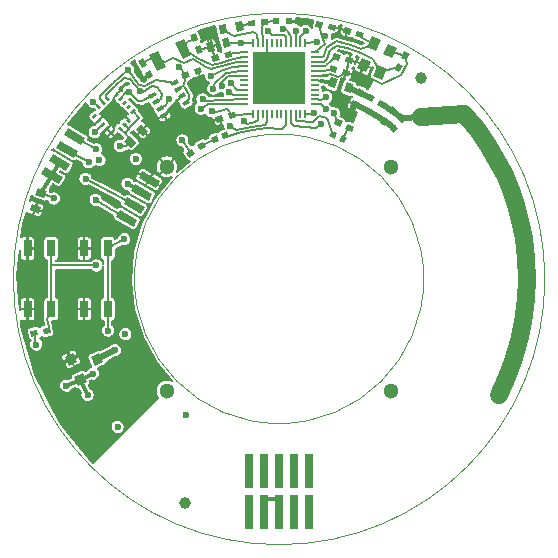
<source format=gtl>
G04 #@! TF.FileFunction,Copper,L1,Top,Signal*
%FSLAX46Y46*%
G04 Gerber Fmt 4.6, Leading zero omitted, Abs format (unit mm)*
G04 Created by KiCad (PCBNEW (2015-09-17 BZR 6202)-product) date 2015 September 30, Wednesday 13:53:37*
%MOMM*%
G01*
G04 APERTURE LIST*
%ADD10C,0.100000*%
%ADD11C,0.010000*%
%ADD12R,0.700000X1.450000*%
%ADD13R,0.600000X0.500000*%
%ADD14C,1.000000*%
%ADD15O,0.800000X0.240000*%
%ADD16O,0.240000X0.800000*%
%ADD17R,4.400000X4.400000*%
%ADD18C,1.300000*%
%ADD19R,0.800000X0.800000*%
%ADD20R,0.800000X2.500000*%
%ADD21C,0.600000*%
%ADD22C,0.300000*%
%ADD23C,0.150000*%
%ADD24C,0.500000*%
%ADD25C,1.500000*%
%ADD26C,0.200000*%
G04 APERTURE END LIST*
D10*
D11*
X45000000Y-22500000D02*
G75*
G03X45000000Y-22500000I-22500000J0D01*
G01*
X34750000Y-22500000D02*
G75*
G03X34750000Y-22500000I-12250000J0D01*
G01*
D12*
X6000000Y-19925000D03*
X6000000Y-25075000D03*
X8000000Y-25075000D03*
X8000000Y-19925000D03*
X1200000Y-19925000D03*
X1200000Y-25075000D03*
X3200000Y-25075000D03*
X3200000Y-19925000D03*
D10*
G36*
X14396766Y-5585640D02*
X14225756Y-5115794D01*
X14789572Y-4910582D01*
X14960582Y-5380428D01*
X14396766Y-5585640D01*
X14396766Y-5585640D01*
G37*
G36*
X15430428Y-5209418D02*
X15259418Y-4739572D01*
X15823234Y-4534360D01*
X15994244Y-5004206D01*
X15430428Y-5209418D01*
X15430428Y-5209418D01*
G37*
D13*
X22250000Y-700000D03*
X23350000Y-700000D03*
D10*
G36*
X16015640Y-3283234D02*
X15545794Y-3454244D01*
X15340582Y-2890428D01*
X15810428Y-2719418D01*
X16015640Y-3283234D01*
X16015640Y-3283234D01*
G37*
G36*
X15639418Y-2249572D02*
X15169572Y-2420582D01*
X14964360Y-1856766D01*
X15434206Y-1685756D01*
X15639418Y-2249572D01*
X15639418Y-2249572D01*
G37*
G36*
X11841506Y-5311122D02*
X11408494Y-5561122D01*
X11108494Y-5041506D01*
X11541506Y-4791506D01*
X11841506Y-5311122D01*
X11841506Y-5311122D01*
G37*
G36*
X11291506Y-4358494D02*
X10858494Y-4608494D01*
X10558494Y-4088878D01*
X10991506Y-3838878D01*
X11291506Y-4358494D01*
X11291506Y-4358494D01*
G37*
G36*
X17243668Y-9261477D02*
X17114258Y-8778514D01*
X17693814Y-8623223D01*
X17823224Y-9106186D01*
X17243668Y-9261477D01*
X17243668Y-9261477D01*
G37*
G36*
X18306186Y-8976777D02*
X18176776Y-8493814D01*
X18756332Y-8338523D01*
X18885742Y-8821486D01*
X18306186Y-8976777D01*
X18306186Y-8976777D01*
G37*
G36*
X27320498Y-981399D02*
X27233674Y-1473802D01*
X26642790Y-1369613D01*
X26729614Y-877210D01*
X27320498Y-981399D01*
X27320498Y-981399D01*
G37*
G36*
X26237210Y-790387D02*
X26150386Y-1282790D01*
X25559502Y-1178601D01*
X25646326Y-686198D01*
X26237210Y-790387D01*
X26237210Y-790387D01*
G37*
G36*
X16903668Y-4121477D02*
X16774258Y-3638514D01*
X17353814Y-3483223D01*
X17483224Y-3966186D01*
X16903668Y-4121477D01*
X16903668Y-4121477D01*
G37*
G36*
X17966186Y-3836777D02*
X17836776Y-3353814D01*
X18416332Y-3198523D01*
X18545742Y-3681486D01*
X17966186Y-3836777D01*
X17966186Y-3836777D01*
G37*
G36*
X28505742Y-4868514D02*
X28376332Y-5351477D01*
X27796776Y-5196186D01*
X27926186Y-4713223D01*
X28505742Y-4868514D01*
X28505742Y-4868514D01*
G37*
G36*
X27443224Y-4583814D02*
X27313814Y-5066777D01*
X26734258Y-4911486D01*
X26863668Y-4428523D01*
X27443224Y-4583814D01*
X27443224Y-4583814D01*
G37*
G36*
X28775742Y-3828514D02*
X28646332Y-4311477D01*
X28066776Y-4156186D01*
X28196186Y-3673223D01*
X28775742Y-3828514D01*
X28775742Y-3828514D01*
G37*
G36*
X27713224Y-3543814D02*
X27583814Y-4026777D01*
X27004258Y-3871486D01*
X27133668Y-3388523D01*
X27713224Y-3543814D01*
X27713224Y-3543814D01*
G37*
G36*
X33108494Y-3238878D02*
X33541506Y-3488878D01*
X33241506Y-4008494D01*
X32808494Y-3758494D01*
X33108494Y-3238878D01*
X33108494Y-3238878D01*
G37*
G36*
X32558494Y-4191506D02*
X32991506Y-4441506D01*
X32691506Y-4961122D01*
X32258494Y-4711122D01*
X32558494Y-4191506D01*
X32558494Y-4191506D01*
G37*
G36*
X29252649Y-6343984D02*
X29705802Y-6555293D01*
X29452231Y-7099078D01*
X28999078Y-6887769D01*
X29252649Y-6343984D01*
X29252649Y-6343984D01*
G37*
G36*
X28787769Y-7340922D02*
X29240922Y-7552231D01*
X28987351Y-8096016D01*
X28534198Y-7884707D01*
X28787769Y-7340922D01*
X28787769Y-7340922D01*
G37*
G36*
X27914048Y-1640561D02*
X28060233Y-1162408D01*
X28634016Y-1337831D01*
X28487831Y-1815984D01*
X27914048Y-1640561D01*
X27914048Y-1640561D01*
G37*
G36*
X28965984Y-1962169D02*
X29112169Y-1484016D01*
X29685952Y-1659439D01*
X29539767Y-2137592D01*
X28965984Y-1962169D01*
X28965984Y-1962169D01*
G37*
G36*
X32052752Y-7880326D02*
X32462328Y-8167114D01*
X32118182Y-8658606D01*
X31708606Y-8371818D01*
X32052752Y-7880326D01*
X32052752Y-7880326D01*
G37*
G36*
X31421818Y-8781394D02*
X31831394Y-9068182D01*
X31487248Y-9559674D01*
X31077672Y-9272886D01*
X31421818Y-8781394D01*
X31421818Y-8781394D01*
G37*
G36*
X32924858Y-8518166D02*
X33307880Y-8839560D01*
X32922208Y-9299186D01*
X32539186Y-8977792D01*
X32924858Y-8518166D01*
X32924858Y-8518166D01*
G37*
G36*
X32217792Y-9360814D02*
X32600814Y-9682208D01*
X32215142Y-10141834D01*
X31832120Y-9820440D01*
X32217792Y-9360814D01*
X32217792Y-9360814D01*
G37*
G36*
X18055377Y-10005979D02*
X18242681Y-10469571D01*
X17779089Y-10656875D01*
X17591785Y-10193283D01*
X18055377Y-10005979D01*
X18055377Y-10005979D01*
G37*
G36*
X17220911Y-10343125D02*
X17408215Y-10806717D01*
X16944623Y-10994021D01*
X16757319Y-10530429D01*
X17220911Y-10343125D01*
X17220911Y-10343125D01*
G37*
G36*
X26759929Y-10430744D02*
X26971239Y-9977590D01*
X27424393Y-10188900D01*
X27213083Y-10642054D01*
X26759929Y-10430744D01*
X26759929Y-10430744D01*
G37*
G36*
X27575607Y-10811100D02*
X27786917Y-10357946D01*
X28240071Y-10569256D01*
X28028761Y-11022410D01*
X27575607Y-10811100D01*
X27575607Y-10811100D01*
G37*
G36*
X19875024Y-1123131D02*
X19831446Y-625034D01*
X20429162Y-572741D01*
X20472740Y-1070838D01*
X19875024Y-1123131D01*
X19875024Y-1123131D01*
G37*
G36*
X20970838Y-1027259D02*
X20927260Y-529162D01*
X21524976Y-476869D01*
X21568554Y-974966D01*
X20970838Y-1027259D01*
X20970838Y-1027259D01*
G37*
G36*
X17524652Y-1807572D02*
X17385733Y-1019725D01*
X17976618Y-915536D01*
X18115537Y-1703383D01*
X17524652Y-1807572D01*
X17524652Y-1807572D01*
G37*
G36*
X18903382Y-1564464D02*
X18764463Y-776617D01*
X19355348Y-672428D01*
X19494267Y-1460275D01*
X18903382Y-1564464D01*
X18903382Y-1564464D01*
G37*
G36*
X29868878Y-7241506D02*
X30118878Y-6808494D01*
X30638494Y-7108494D01*
X30388494Y-7541506D01*
X29868878Y-7241506D01*
X29868878Y-7241506D01*
G37*
G36*
X30821506Y-7791506D02*
X31071506Y-7358494D01*
X31591122Y-7658494D01*
X31341122Y-8091506D01*
X30821506Y-7791506D01*
X30821506Y-7791506D01*
G37*
D14*
X14500000Y-41500000D03*
X34500000Y-5500000D03*
D10*
G36*
X4349879Y-29108447D02*
X5075016Y-28770310D01*
X5413153Y-29495447D01*
X4688016Y-29833584D01*
X4349879Y-29108447D01*
X4349879Y-29108447D01*
G37*
G36*
X5152854Y-30830432D02*
X5877991Y-30492295D01*
X6216128Y-31217432D01*
X5490991Y-31555569D01*
X5152854Y-30830432D01*
X5152854Y-30830432D01*
G37*
G36*
X6563058Y-29124634D02*
X7288195Y-28786497D01*
X7626332Y-29511634D01*
X6901195Y-29849771D01*
X6563058Y-29124634D01*
X6563058Y-29124634D01*
G37*
G36*
X16036710Y-10877390D02*
X16309030Y-11296725D01*
X15805828Y-11623508D01*
X15533508Y-11204173D01*
X16036710Y-10877390D01*
X16036710Y-10877390D01*
G37*
G36*
X15114172Y-11476492D02*
X15386492Y-11895827D01*
X14883290Y-12222610D01*
X14610970Y-11803275D01*
X15114172Y-11476492D01*
X15114172Y-11476492D01*
G37*
G36*
X28876016Y-9632649D02*
X28664707Y-10085802D01*
X28120922Y-9832231D01*
X28332231Y-9379078D01*
X28876016Y-9632649D01*
X28876016Y-9632649D01*
G37*
G36*
X27879078Y-9167769D02*
X27667769Y-9620922D01*
X27123984Y-9367351D01*
X27335293Y-8914198D01*
X27879078Y-9167769D01*
X27879078Y-9167769D01*
G37*
G36*
X3093674Y-26606198D02*
X3180498Y-27098601D01*
X2589614Y-27202790D01*
X2502790Y-26710387D01*
X3093674Y-26606198D01*
X3093674Y-26606198D01*
G37*
G36*
X2010386Y-26797210D02*
X2097210Y-27289613D01*
X1506326Y-27393802D01*
X1419502Y-26901399D01*
X2010386Y-26797210D01*
X2010386Y-26797210D01*
G37*
G36*
X28793253Y-6019850D02*
X28559356Y-6784893D01*
X27985573Y-6609470D01*
X28219470Y-5844427D01*
X28793253Y-6019850D01*
X28793253Y-6019850D01*
G37*
G36*
X27454427Y-5610530D02*
X27220530Y-6375573D01*
X26646747Y-6200150D01*
X26880644Y-5435107D01*
X27454427Y-5610530D01*
X27454427Y-5610530D01*
G37*
D15*
X19500000Y-3300000D03*
X19500000Y-3700000D03*
X19500000Y-4100000D03*
X19500000Y-4500000D03*
X19500000Y-4900000D03*
X19500000Y-5300000D03*
X19500000Y-5700000D03*
X19500000Y-6100000D03*
X19500000Y-6500000D03*
X19500000Y-6900000D03*
X19500000Y-7300000D03*
X19500000Y-7700000D03*
D16*
X20300000Y-8500000D03*
X20700000Y-8500000D03*
X21100000Y-8500000D03*
X21500000Y-8500000D03*
X21900000Y-8500000D03*
X22300000Y-8500000D03*
X22700000Y-8500000D03*
X23100000Y-8500000D03*
X23500000Y-8500000D03*
X23900000Y-8500000D03*
X24300000Y-8500000D03*
X24700000Y-8500000D03*
D15*
X25500000Y-7700000D03*
X25500000Y-7300000D03*
X25500000Y-6900000D03*
X25500000Y-6500000D03*
X25500000Y-6100000D03*
X25500000Y-5700000D03*
X25500000Y-5300000D03*
X25500000Y-4900000D03*
X25500000Y-4500000D03*
X25500000Y-4100000D03*
X25500000Y-3700000D03*
X25500000Y-3300000D03*
D16*
X24700000Y-2500000D03*
X24300000Y-2500000D03*
X23900000Y-2500000D03*
X23500000Y-2500000D03*
X23100000Y-2500000D03*
X22700000Y-2500000D03*
X22300000Y-2500000D03*
X21900000Y-2500000D03*
X21500000Y-2500000D03*
X21100000Y-2500000D03*
X20700000Y-2500000D03*
X20300000Y-2500000D03*
D17*
X22500000Y-5500000D03*
D10*
G36*
X12928831Y-8340321D02*
X13103831Y-8643429D01*
X12584215Y-8943429D01*
X12409215Y-8640321D01*
X12928831Y-8340321D01*
X12928831Y-8340321D01*
G37*
G36*
X12603831Y-7777404D02*
X12778831Y-8080512D01*
X12259215Y-8380512D01*
X12084215Y-8077404D01*
X12603831Y-7777404D01*
X12603831Y-7777404D01*
G37*
G36*
X12278831Y-7214488D02*
X12453831Y-7517596D01*
X11934215Y-7817596D01*
X11759215Y-7514488D01*
X12278831Y-7214488D01*
X12278831Y-7214488D01*
G37*
G36*
X11953831Y-6651571D02*
X12128831Y-6954679D01*
X11609215Y-7254679D01*
X11434215Y-6951571D01*
X11953831Y-6651571D01*
X11953831Y-6651571D01*
G37*
G36*
X13815785Y-5576571D02*
X13990785Y-5879679D01*
X13471169Y-6179679D01*
X13296169Y-5876571D01*
X13815785Y-5576571D01*
X13815785Y-5576571D01*
G37*
G36*
X14140785Y-6139488D02*
X14315785Y-6442596D01*
X13796169Y-6742596D01*
X13621169Y-6439488D01*
X14140785Y-6139488D01*
X14140785Y-6139488D01*
G37*
G36*
X14465785Y-6702404D02*
X14640785Y-7005512D01*
X14121169Y-7305512D01*
X13946169Y-7002404D01*
X14465785Y-6702404D01*
X14465785Y-6702404D01*
G37*
G36*
X14790785Y-7265321D02*
X14965785Y-7568429D01*
X14446169Y-7868429D01*
X14271169Y-7565321D01*
X14790785Y-7265321D01*
X14790785Y-7265321D01*
G37*
G36*
X10179379Y-8058058D02*
X10356156Y-8234835D01*
X10073313Y-8517678D01*
X9896536Y-8340901D01*
X10179379Y-8058058D01*
X10179379Y-8058058D01*
G37*
G36*
X9825825Y-7704505D02*
X10002602Y-7881282D01*
X9719759Y-8164125D01*
X9542982Y-7987348D01*
X9825825Y-7704505D01*
X9825825Y-7704505D01*
G37*
G36*
X9472272Y-7350951D02*
X9649049Y-7527728D01*
X9366206Y-7810571D01*
X9189429Y-7633794D01*
X9472272Y-7350951D01*
X9472272Y-7350951D01*
G37*
G36*
X9118718Y-6997398D02*
X9295495Y-7174175D01*
X9012652Y-7457018D01*
X8835875Y-7280241D01*
X9118718Y-6997398D01*
X9118718Y-6997398D01*
G37*
G36*
X8765165Y-6643844D02*
X8941942Y-6820621D01*
X8659099Y-7103464D01*
X8482322Y-6926687D01*
X8765165Y-6643844D01*
X8765165Y-6643844D01*
G37*
G36*
X7704505Y-7174175D02*
X7881282Y-6997398D01*
X8164125Y-7280241D01*
X7987348Y-7457018D01*
X7704505Y-7174175D01*
X7704505Y-7174175D01*
G37*
G36*
X7350951Y-7527728D02*
X7527728Y-7350951D01*
X7810571Y-7633794D01*
X7633794Y-7810571D01*
X7350951Y-7527728D01*
X7350951Y-7527728D01*
G37*
G36*
X6997398Y-7881282D02*
X7174175Y-7704505D01*
X7457018Y-7987348D01*
X7280241Y-8164125D01*
X6997398Y-7881282D01*
X6997398Y-7881282D01*
G37*
G36*
X6926687Y-8482322D02*
X7103464Y-8659099D01*
X6820621Y-8941942D01*
X6643844Y-8765165D01*
X6926687Y-8482322D01*
X6926687Y-8482322D01*
G37*
G36*
X7280241Y-8835875D02*
X7457018Y-9012652D01*
X7174175Y-9295495D01*
X6997398Y-9118718D01*
X7280241Y-8835875D01*
X7280241Y-8835875D01*
G37*
G36*
X7633794Y-9189429D02*
X7810571Y-9366206D01*
X7527728Y-9649049D01*
X7350951Y-9472272D01*
X7633794Y-9189429D01*
X7633794Y-9189429D01*
G37*
G36*
X7987348Y-9542982D02*
X8164125Y-9719759D01*
X7881282Y-10002602D01*
X7704505Y-9825825D01*
X7987348Y-9542982D01*
X7987348Y-9542982D01*
G37*
G36*
X8340901Y-9896536D02*
X8517678Y-10073313D01*
X8234835Y-10356156D01*
X8058058Y-10179379D01*
X8340901Y-9896536D01*
X8340901Y-9896536D01*
G37*
G36*
X8835875Y-9719759D02*
X9012652Y-9542982D01*
X9295495Y-9825825D01*
X9118718Y-10002602D01*
X8835875Y-9719759D01*
X8835875Y-9719759D01*
G37*
G36*
X9189429Y-9366206D02*
X9366206Y-9189429D01*
X9649049Y-9472272D01*
X9472272Y-9649049D01*
X9189429Y-9366206D01*
X9189429Y-9366206D01*
G37*
G36*
X9542982Y-9012652D02*
X9719759Y-8835875D01*
X10002602Y-9118718D01*
X9825825Y-9295495D01*
X9542982Y-9012652D01*
X9542982Y-9012652D01*
G37*
G36*
X14423128Y-2214080D02*
X15057056Y-3573542D01*
X14332010Y-3911636D01*
X13698082Y-2552174D01*
X14423128Y-2214080D01*
X14423128Y-2214080D01*
G37*
G36*
X12247990Y-3228364D02*
X12881918Y-4587826D01*
X12156872Y-4925920D01*
X11522944Y-3566458D01*
X12247990Y-3228364D01*
X12247990Y-3228364D01*
G37*
G36*
X29848865Y-5011545D02*
X29123819Y-4673451D01*
X29546437Y-3767143D01*
X30271483Y-4105237D01*
X29848865Y-5011545D01*
X29848865Y-5011545D01*
G37*
G36*
X31208327Y-5645472D02*
X30483281Y-5307378D01*
X30905899Y-4401070D01*
X31630945Y-4739164D01*
X31208327Y-5645472D01*
X31208327Y-5645472D01*
G37*
G36*
X32053563Y-3832857D02*
X31328517Y-3494763D01*
X31751135Y-2588455D01*
X32476181Y-2926549D01*
X32053563Y-3832857D01*
X32053563Y-3832857D01*
G37*
G36*
X30694101Y-3198930D02*
X29969055Y-2860836D01*
X30391673Y-1954528D01*
X31116719Y-2292622D01*
X30694101Y-3198930D01*
X30694101Y-3198930D01*
G37*
D18*
X32000000Y-13000000D03*
X13000000Y-32000000D03*
X32000000Y-32000000D03*
X13000000Y-13000000D03*
D10*
G36*
X2066143Y-14823499D02*
X2817897Y-15097115D01*
X2612685Y-15660931D01*
X1860931Y-15387315D01*
X2066143Y-14823499D01*
X2066143Y-14823499D01*
G37*
G36*
X1587315Y-16139069D02*
X2339069Y-16412685D01*
X2133857Y-16976501D01*
X1382103Y-16702885D01*
X1587315Y-16139069D01*
X1587315Y-16139069D01*
G37*
G36*
X9975736Y-11379950D02*
X9410050Y-10814264D01*
X9834314Y-10390000D01*
X10400000Y-10955686D01*
X9975736Y-11379950D01*
X9975736Y-11379950D01*
G37*
G36*
X10965686Y-10390000D02*
X10400000Y-9824314D01*
X10824264Y-9400050D01*
X11389950Y-9965736D01*
X10965686Y-10390000D01*
X10965686Y-10390000D01*
G37*
G36*
X16477602Y-3325189D02*
X16270547Y-2552448D01*
X16850102Y-2397157D01*
X17057157Y-3169898D01*
X16477602Y-3325189D01*
X16477602Y-3325189D01*
G37*
G36*
X17829898Y-2962843D02*
X17622843Y-2190102D01*
X18202398Y-2034811D01*
X18409453Y-2807552D01*
X17829898Y-2962843D01*
X17829898Y-2962843D01*
G37*
G36*
X10497115Y-17518320D02*
X10172115Y-18081236D01*
X8699871Y-17231236D01*
X9024871Y-16668320D01*
X10497115Y-17518320D01*
X10497115Y-17518320D01*
G37*
G36*
X11132115Y-16418468D02*
X10807115Y-16981384D01*
X9334871Y-16131384D01*
X9659871Y-15568468D01*
X11132115Y-16418468D01*
X11132115Y-16418468D01*
G37*
G36*
X11767115Y-15318616D02*
X11442115Y-15881532D01*
X9969871Y-15031532D01*
X10294871Y-14468616D01*
X11767115Y-15318616D01*
X11767115Y-15318616D01*
G37*
G36*
X12402115Y-14218764D02*
X12077115Y-14781680D01*
X10604871Y-13931680D01*
X10929871Y-13368764D01*
X12402115Y-14218764D01*
X12402115Y-14218764D01*
G37*
G36*
X6080129Y-10568764D02*
X5755129Y-11131680D01*
X4282885Y-10281680D01*
X4607885Y-9718764D01*
X6080129Y-10568764D01*
X6080129Y-10568764D01*
G37*
G36*
X5445129Y-11668616D02*
X5120129Y-12231532D01*
X3647885Y-11381532D01*
X3972885Y-10818616D01*
X5445129Y-11668616D01*
X5445129Y-11668616D01*
G37*
G36*
X4810129Y-12768468D02*
X4485129Y-13331384D01*
X3012885Y-12481384D01*
X3337885Y-11918468D01*
X4810129Y-12768468D01*
X4810129Y-12768468D01*
G37*
G36*
X4175129Y-13868320D02*
X3850129Y-14431236D01*
X2377885Y-13581236D01*
X2702885Y-13018320D01*
X4175129Y-13868320D01*
X4175129Y-13868320D01*
G37*
D19*
X19960000Y-41135000D03*
X19960000Y-39865000D03*
X21230000Y-41135000D03*
X21230000Y-39865000D03*
X22500000Y-41135000D03*
X22500000Y-39865000D03*
X23770000Y-41135000D03*
X23770000Y-39865000D03*
X25040000Y-41135000D03*
X25040000Y-39865000D03*
D20*
X19960000Y-42405000D03*
X19960000Y-38595000D03*
X21230000Y-42405000D03*
X21230000Y-38595000D03*
X22500000Y-42405000D03*
X22500000Y-38595000D03*
X23770000Y-42405000D03*
X23770000Y-38595000D03*
X25040000Y-42405000D03*
X25040000Y-38595000D03*
D21*
X6740000Y-30520000D03*
X4470000Y-31540000D03*
X6280000Y-32320000D03*
X9670000Y-14450000D03*
X16800000Y-8320000D03*
X14310000Y-10770000D03*
X9010000Y-11240000D03*
X3430000Y-15690000D03*
X1940000Y-28060000D03*
X8830000Y-35040000D03*
X27160000Y-8480000D03*
X14020000Y-4600000D03*
X19240141Y-2525795D03*
X26400000Y-1940000D03*
X5950000Y-28770000D03*
X4300000Y-28100000D03*
X3720000Y-29820000D03*
X9730000Y-13080000D03*
X13210000Y-9390000D03*
X16630000Y-9530000D03*
X27500000Y-1880000D03*
X24380000Y-820000D03*
X11020000Y-5600000D03*
X8480000Y-8520000D03*
X11620000Y-10660000D03*
X6010000Y-18370000D03*
X1220000Y-18480000D03*
X7940000Y-35910000D03*
X16520000Y-1490000D03*
X29240000Y-5440000D03*
X28490000Y-8570000D03*
X23500000Y-6500000D03*
X21500000Y-6500000D03*
X23500000Y-4500000D03*
X21500000Y-4500000D03*
X22500000Y-5500000D03*
X16020000Y-7300000D03*
X15860000Y-8090000D03*
X26490000Y-7120000D03*
X26460000Y-8150000D03*
X9480000Y-27180000D03*
X26050000Y-9390000D03*
X14600000Y-34000000D03*
X8020000Y-26880000D03*
X25440000Y-8460000D03*
X9380000Y-19130000D03*
X18400000Y-5900000D03*
X18300000Y-6700000D03*
X10370000Y-12340000D03*
X18360000Y-9580000D03*
X7030000Y-21360000D03*
X19560000Y-9150000D03*
X7290000Y-12440000D03*
X6750000Y-7510000D03*
X17700000Y-6200000D03*
X6970000Y-15810000D03*
X16930000Y-6380000D03*
X13220000Y-7240000D03*
X16720000Y-5290000D03*
X6890000Y-10080000D03*
X10720000Y-6630000D03*
X25730000Y-2420000D03*
X7000000Y-11520000D03*
X9740000Y-4830000D03*
X22800000Y-1330000D03*
X6110000Y-14040000D03*
X9760000Y-6640000D03*
X21590000Y-1480000D03*
X6370000Y-12630000D03*
X23910000Y-1470000D03*
X24740000Y-1520000D03*
X8600000Y-28540000D03*
D22*
X5684491Y-31023932D02*
X6740000Y-30520000D01*
X5684491Y-31023932D02*
X4470000Y-31540000D01*
X5684491Y-31023932D02*
X6280000Y-32320000D01*
X10868493Y-15175074D02*
X9670000Y-14450000D01*
X3276507Y-13724778D02*
X3911507Y-12624926D01*
X2339414Y-15242215D02*
X3276507Y-13724778D01*
D23*
X18531259Y-8657650D02*
X18110000Y-8130000D01*
X16930000Y-8420000D02*
X16800000Y-8320000D01*
X18110000Y-8130000D02*
X16930000Y-8420000D01*
X14998731Y-11849551D02*
X14310000Y-10770000D01*
X9905025Y-10884975D02*
X9510000Y-11290000D01*
X9510000Y-11290000D02*
X9010000Y-11240000D01*
X14618477Y-7566875D02*
X14870000Y-7290000D01*
X14480000Y-6190000D02*
X14400000Y-6180000D01*
X14910000Y-6950000D02*
X14480000Y-6190000D01*
X14870000Y-7290000D02*
X14910000Y-6950000D01*
X2339414Y-15242215D02*
X3430000Y-15690000D01*
X1758356Y-27095506D02*
X1940000Y-28060000D01*
X19960000Y-42405000D02*
X19960000Y-41135000D01*
X9820332Y-9720297D02*
X9768742Y-9774384D01*
X9768742Y-9774384D02*
X9420000Y-10140000D01*
X9419239Y-9419239D02*
X9631370Y-9631370D01*
X9631370Y-9631370D02*
X9631370Y-9637012D01*
X9631370Y-9637012D02*
X9768742Y-9774384D01*
X27501531Y-9267560D02*
X27160000Y-8480000D01*
X14593169Y-5248111D02*
X14020000Y-4600000D01*
X9065685Y-9772792D02*
X9420000Y-10140000D01*
X10126346Y-8287868D02*
X10660000Y-8840000D01*
X9420000Y-10140000D02*
X9811091Y-10588909D01*
X10660000Y-8840000D02*
X9820332Y-9720297D01*
X13968477Y-6441042D02*
X14400000Y-6180000D01*
X14400000Y-6180000D02*
X14430000Y-6035274D01*
X14430000Y-6035274D02*
X14593169Y-5248111D01*
X20300000Y-8500000D02*
X18531259Y-8657650D01*
X17931259Y-2557650D02*
X19240141Y-2525795D01*
X19240141Y-2525795D02*
X20300000Y-2500000D01*
X26171933Y-1981236D02*
X26400000Y-1940000D01*
X25500000Y-3300000D02*
X26350000Y-2630000D01*
X26350000Y-2630000D02*
X26171933Y-1981236D01*
X26171933Y-1981236D02*
X25898356Y-984494D01*
D22*
X4881516Y-29301947D02*
X5950000Y-28770000D01*
X4881516Y-29301947D02*
X4300000Y-28100000D01*
X4881516Y-29301947D02*
X3720000Y-29820000D01*
D23*
X11503493Y-14075222D02*
X9730000Y-13080000D01*
X15678111Y-3086831D02*
X16663852Y-2861173D01*
X17128741Y-3802350D02*
X16663852Y-2861173D01*
X12756523Y-8641875D02*
X13210000Y-9390000D01*
X14293477Y-7003958D02*
X12756523Y-8641875D01*
X17468741Y-8942350D02*
X16680000Y-9210000D01*
X16680000Y-9210000D02*
X16630000Y-9530000D01*
X28274032Y-1489196D02*
X28140000Y-1970000D01*
X27460000Y-1990000D02*
X27500000Y-1880000D01*
X27910000Y-2110000D02*
X27460000Y-1990000D01*
X28140000Y-1970000D02*
X27910000Y-2110000D01*
X23350000Y-700000D02*
X24380000Y-820000D01*
X11475000Y-5176314D02*
X11020000Y-5600000D01*
X8287868Y-10126346D02*
X8510000Y-9880000D01*
X8510000Y-9880000D02*
X8449576Y-9312013D01*
X7227208Y-9065685D02*
X7790000Y-8480000D01*
X8480000Y-8520000D02*
X8874365Y-8126689D01*
X7790000Y-8480000D02*
X8480000Y-8520000D01*
X10894975Y-9895025D02*
X11620000Y-10660000D01*
X6000000Y-19925000D02*
X6010000Y-18370000D01*
X1200000Y-19925000D02*
X1220000Y-18480000D01*
X25040000Y-42405000D02*
X25040000Y-41135000D01*
X22500000Y-42405000D02*
X22500000Y-41135000D01*
X21230000Y-42405000D02*
X21230000Y-41135000D01*
D22*
X21230000Y-41135000D02*
X22500000Y-41135000D01*
D23*
X9289670Y-8560747D02*
X8449576Y-9312013D01*
X8449576Y-9312013D02*
X8379963Y-9374265D01*
X8379963Y-9374265D02*
X7934315Y-9772792D01*
X9772792Y-9065685D02*
X9289670Y-8560747D01*
X9289670Y-8560747D02*
X8874365Y-8126689D01*
X8874365Y-8126689D02*
X8380000Y-7610000D01*
X8580000Y-7050000D02*
X8712132Y-6873654D01*
X8380000Y-7610000D02*
X8580000Y-7050000D01*
X16868741Y-2842350D02*
X16520000Y-1490000D01*
X33175000Y-3623686D02*
X33360000Y-4270000D01*
X29240000Y-5440000D02*
X29697651Y-4389344D01*
X29680000Y-5270000D02*
X29240000Y-5440000D01*
X31220000Y-5960000D02*
X29680000Y-5270000D01*
X32780000Y-5270000D02*
X31220000Y-5960000D01*
X33360000Y-4270000D02*
X32780000Y-5270000D01*
X33175000Y-3623686D02*
X31902349Y-3210656D01*
X28490000Y-8570000D02*
X27650000Y-8180000D01*
D24*
X28887560Y-7718469D02*
X28490000Y-8570000D01*
D23*
X27910000Y-5540000D02*
X28151259Y-5032350D01*
X27310000Y-7520000D02*
X27910000Y-5540000D01*
X27650000Y-8180000D02*
X27310000Y-7520000D01*
X25500000Y-5300000D02*
X26510000Y-5290000D01*
X26510000Y-5290000D02*
X26770000Y-5160000D01*
X26770000Y-5160000D02*
X27510000Y-5380000D01*
X27510000Y-5380000D02*
X28151259Y-5032350D01*
X21500000Y-2500000D02*
X21490000Y-3270000D01*
X21490000Y-3270000D02*
X22500000Y-5500000D01*
D24*
X31454533Y-9170534D02*
X30170000Y-8350000D01*
X30170000Y-8350000D02*
X28887560Y-7718469D01*
X32216467Y-9751324D02*
X31454533Y-9170534D01*
D23*
X22500000Y-5500000D02*
X23500000Y-6500000D01*
X22500000Y-5500000D02*
X21500000Y-6500000D01*
X22500000Y-5500000D02*
X23500000Y-4500000D01*
X22500000Y-5500000D02*
X21500000Y-4500000D01*
X21247907Y-752064D02*
X22250000Y-700000D01*
X21100000Y-2500000D02*
X21050000Y-1140000D01*
X21050000Y-1140000D02*
X21247907Y-752064D01*
X15511889Y-2083169D02*
X14690000Y-2450000D01*
X14690000Y-2450000D02*
X14427569Y-3052858D01*
X19500000Y-3700000D02*
X18980000Y-3790000D01*
X15540000Y-3760000D02*
X14427569Y-3052858D01*
X16790000Y-4400000D02*
X15540000Y-3760000D01*
X17540000Y-4200000D02*
X16790000Y-4400000D01*
X18380000Y-3990000D02*
X17540000Y-4200000D01*
X18980000Y-3790000D02*
X18380000Y-3990000D01*
X15180000Y-3920000D02*
X14470000Y-4220000D01*
X15610000Y-4140000D02*
X15180000Y-3920000D01*
X19500000Y-4100000D02*
X18910000Y-4130000D01*
X16710000Y-4730000D02*
X16290000Y-4530000D01*
X16980000Y-4680000D02*
X16710000Y-4730000D01*
X17680000Y-4480000D02*
X16980000Y-4680000D01*
X18620000Y-4240000D02*
X17680000Y-4480000D01*
X18910000Y-4130000D02*
X18620000Y-4240000D01*
X16290000Y-4530000D02*
X15610000Y-4140000D01*
X12830000Y-4120000D02*
X12312431Y-4007142D01*
X13500000Y-3810000D02*
X12830000Y-4120000D01*
X14470000Y-4220000D02*
X13500000Y-3810000D01*
X10925000Y-4223686D02*
X11720000Y-3770000D01*
X11720000Y-3770000D02*
X12312431Y-4007142D01*
X19500000Y-7300000D02*
X16110000Y-7400000D01*
X16110000Y-7400000D02*
X16020000Y-7300000D01*
X19500000Y-7700000D02*
X16440000Y-7730000D01*
X16440000Y-7730000D02*
X15860000Y-8090000D01*
X19500000Y-3300000D02*
X18131259Y-3457650D01*
X25500000Y-4900000D02*
X26300000Y-4880000D01*
X26300000Y-4880000D02*
X27088741Y-4747650D01*
X27358741Y-3707650D02*
X26500000Y-4390000D01*
X26360000Y-4470000D02*
X25500000Y-4500000D01*
X26500000Y-4390000D02*
X26360000Y-4470000D01*
X31057113Y-5023271D02*
X30452907Y-3862866D01*
X26290000Y-4110000D02*
X25500000Y-4100000D01*
X26540000Y-3920000D02*
X26290000Y-4110000D01*
X26780000Y-3130000D02*
X26540000Y-3920000D01*
X27424495Y-2747073D02*
X26780000Y-3130000D01*
X28239740Y-2940731D02*
X27424495Y-2747073D01*
X29407707Y-3358450D02*
X28239740Y-2940731D01*
X30452907Y-3862866D02*
X29407707Y-3358450D01*
X31057113Y-5023271D02*
X32625000Y-4576314D01*
D24*
X30253686Y-7175000D02*
X29352440Y-6721531D01*
X28389413Y-6314660D02*
X29352440Y-6721531D01*
D23*
X30542887Y-2576729D02*
X29560000Y-2100000D01*
X29560000Y-2100000D02*
X29325968Y-1810804D01*
X25500000Y-3700000D02*
X26170000Y-3730000D01*
X29456505Y-3057182D02*
X30542887Y-2576729D01*
X28601205Y-2690533D02*
X29456505Y-3057182D01*
X27300000Y-2400000D02*
X28601205Y-2690533D01*
X27270000Y-2420000D02*
X27300000Y-2400000D01*
X26470000Y-2960000D02*
X27270000Y-2420000D01*
X26460000Y-3000000D02*
X26470000Y-2960000D01*
X26290000Y-3640000D02*
X26460000Y-3000000D01*
X26170000Y-3730000D02*
X26290000Y-3640000D01*
D24*
X32923533Y-8908676D02*
X34490000Y-8790000D01*
D25*
X34490000Y-8790000D02*
X38170000Y-8530000D01*
X41790000Y-30810000D02*
X41080000Y-32290000D01*
X42330000Y-29440000D02*
X41790000Y-30810000D01*
X42830000Y-27790000D02*
X42330000Y-29440000D01*
X43190000Y-26130000D02*
X42830000Y-27790000D01*
X43440000Y-24210000D02*
X43190000Y-26130000D01*
X43500000Y-22490000D02*
X43440000Y-24210000D01*
X43430000Y-20780000D02*
X43500000Y-22490000D01*
X43220000Y-19040000D02*
X43430000Y-20780000D01*
X42930000Y-17620000D02*
X43220000Y-19040000D01*
X42550000Y-16280000D02*
X42930000Y-17620000D01*
X42130000Y-15010000D02*
X42550000Y-16280000D01*
X41590000Y-13700000D02*
X42130000Y-15010000D01*
X40980000Y-12520000D02*
X41590000Y-13700000D01*
X40300000Y-11360000D02*
X40980000Y-12520000D01*
X39300000Y-9910000D02*
X40300000Y-11360000D01*
X38170000Y-8530000D02*
X39300000Y-9910000D01*
D24*
X32085467Y-8269466D02*
X32923533Y-8908676D01*
X31206314Y-7725000D02*
X32085467Y-8269466D01*
D23*
X23100000Y-8500000D02*
X23100000Y-9480000D01*
X18220000Y-10410000D02*
X17917233Y-10331427D01*
X19040000Y-10150000D02*
X18220000Y-10410000D01*
X20220000Y-9930000D02*
X19040000Y-10150000D01*
X21480000Y-9760000D02*
X20220000Y-9930000D01*
X22780000Y-9770000D02*
X21480000Y-9760000D01*
X23100000Y-9480000D02*
X22780000Y-9770000D01*
X15921269Y-11250449D02*
X17082767Y-10668573D01*
X23900000Y-8500000D02*
X23890000Y-9010000D01*
X26520000Y-8900000D02*
X27092161Y-10309822D01*
X25910011Y-8748422D02*
X26520000Y-8900000D01*
X25400011Y-9188422D02*
X25910011Y-8748422D01*
X24020000Y-9140000D02*
X25400011Y-9188422D01*
X23890000Y-9010000D02*
X24020000Y-9140000D01*
X27907839Y-10690178D02*
X28240000Y-9900000D01*
X28240000Y-9900000D02*
X28498469Y-9732440D01*
X20152093Y-847936D02*
X19089365Y-1178446D01*
X17710635Y-1421554D02*
X18660000Y-1960000D01*
X20610000Y-1780000D02*
X20700000Y-2500000D01*
X20270000Y-1580000D02*
X20610000Y-1780000D01*
X18660000Y-1960000D02*
X20270000Y-1580000D01*
X19960000Y-38595000D02*
X19960000Y-39865000D01*
X26070000Y-7320000D02*
X26490000Y-7120000D01*
X25500000Y-7300000D02*
X26070000Y-7320000D01*
X21230000Y-38595000D02*
X21230000Y-39865000D01*
X26070000Y-7730000D02*
X26460000Y-8150000D01*
X25500000Y-7700000D02*
X26070000Y-7730000D01*
X23500000Y-8500000D02*
X23510000Y-9260000D01*
X25660000Y-9690000D02*
X26050000Y-9390000D01*
X23790000Y-9540000D02*
X25660000Y-9690000D01*
X23510000Y-9260000D02*
X23790000Y-9540000D01*
X22500000Y-38595000D02*
X22500000Y-39865000D01*
X8020000Y-26880000D02*
X8000000Y-25075000D01*
X25040000Y-38595000D02*
X25040000Y-39865000D01*
X25330000Y-8500000D02*
X25440000Y-8460000D01*
X24700000Y-8500000D02*
X25330000Y-8500000D01*
X9380000Y-19130000D02*
X8000000Y-19925000D01*
X8000000Y-25075000D02*
X8000000Y-19925000D01*
X18900000Y-6500000D02*
X18400000Y-5900000D01*
X18900000Y-6500000D02*
X19500000Y-6500000D01*
X18600000Y-6900000D02*
X19500000Y-6900000D01*
X18300000Y-6700000D02*
X18600000Y-6900000D01*
X21500000Y-8500000D02*
X21500000Y-9210000D01*
X18860000Y-9860000D02*
X18360000Y-9580000D01*
X20190000Y-9610000D02*
X18860000Y-9860000D01*
X21280000Y-9470000D02*
X20190000Y-9610000D01*
X21500000Y-9210000D02*
X21280000Y-9470000D01*
X7030000Y-21360000D02*
X3200000Y-21360000D01*
X3200000Y-25075000D02*
X3200000Y-21360000D01*
X3200000Y-21360000D02*
X3200000Y-19925000D01*
X3200000Y-25075000D02*
X2880000Y-25910000D01*
X2990000Y-26550000D02*
X2841644Y-26904494D01*
X2880000Y-25910000D02*
X2990000Y-26550000D01*
D22*
X27050587Y-5905340D02*
X26040000Y-5710000D01*
D26*
X26040000Y-5710000D02*
X25500000Y-5700000D01*
D23*
X20680000Y-9020000D02*
X20490000Y-9240000D01*
X20490000Y-9240000D02*
X19750000Y-9360000D01*
X19750000Y-9360000D02*
X19560000Y-9150000D01*
X20700000Y-8500000D02*
X20680000Y-9020000D01*
X6750000Y-7510000D02*
X7227208Y-7934315D01*
X8369238Y-16689389D02*
X9598493Y-17374778D01*
X19500000Y-5300000D02*
X18170000Y-5360000D01*
X17600000Y-5900000D02*
X17700000Y-6200000D01*
X18170000Y-5360000D02*
X17600000Y-5900000D01*
X6970000Y-15810000D02*
X8369238Y-16689389D01*
X8369238Y-16689389D02*
X8385769Y-16699778D01*
X18980000Y-4910000D02*
X18860000Y-4990000D01*
X18860000Y-4990000D02*
X18000000Y-5070000D01*
X18000000Y-5070000D02*
X17010000Y-6040000D01*
X17010000Y-6040000D02*
X16930000Y-6380000D01*
X19500000Y-4900000D02*
X18980000Y-4910000D01*
X12900000Y-7810000D02*
X13220000Y-7240000D01*
X12900000Y-7810000D02*
X12431523Y-8078958D01*
X18630000Y-4590000D02*
X17790000Y-4780000D01*
X17790000Y-4780000D02*
X16720000Y-5290000D01*
X19500000Y-4500000D02*
X18630000Y-4590000D01*
X6890000Y-10080000D02*
X7580761Y-9419239D01*
X7934315Y-7227208D02*
X7860000Y-6930000D01*
X9890000Y-5590000D02*
X10720000Y-6630000D01*
X9410000Y-5520000D02*
X9890000Y-5590000D01*
X8570000Y-6190000D02*
X9410000Y-5520000D01*
X7860000Y-6930000D02*
X8570000Y-6190000D01*
X12490000Y-7290000D02*
X12580000Y-6860000D01*
X12580000Y-6860000D02*
X12190000Y-6230000D01*
X12190000Y-6230000D02*
X11740000Y-6200000D01*
X11740000Y-6200000D02*
X10950000Y-6680000D01*
X10950000Y-6680000D02*
X10720000Y-6630000D01*
X12106523Y-7516042D02*
X12490000Y-7290000D01*
X24700000Y-2500000D02*
X25730000Y-2420000D01*
X7000000Y-11520000D02*
X5614231Y-10700222D01*
X9004665Y-15591296D02*
X10233493Y-16274926D01*
X9740000Y-4830000D02*
X8410000Y-5910000D01*
X7310000Y-7300000D02*
X7580761Y-7580761D01*
X7320000Y-7010000D02*
X7310000Y-7300000D01*
X8410000Y-5910000D02*
X7320000Y-7010000D01*
X13643477Y-5878125D02*
X12083043Y-5630799D01*
X10667363Y-6045593D02*
X9740000Y-4830000D01*
X11148809Y-6203069D02*
X10667363Y-6045593D01*
X12083043Y-5630799D02*
X11148809Y-6203069D01*
X23500000Y-2500000D02*
X23500000Y-2030000D01*
X23160000Y-1460000D02*
X22800000Y-1330000D01*
X23500000Y-2030000D02*
X23160000Y-1460000D01*
X6110000Y-14040000D02*
X9004665Y-15591296D01*
X9004665Y-15591296D02*
X9020769Y-15599926D01*
X9760000Y-6640000D02*
X10580000Y-7440000D01*
X10890000Y-7480000D02*
X11781523Y-6953125D01*
X10580000Y-7440000D02*
X10890000Y-7480000D01*
X9560000Y-6710000D02*
X9065685Y-7227208D01*
X9760000Y-6640000D02*
X9560000Y-6710000D01*
X23090000Y-2080000D02*
X22960000Y-1860000D01*
X22960000Y-1860000D02*
X21860000Y-1850000D01*
X21860000Y-1850000D02*
X21590000Y-1480000D01*
X23100000Y-2500000D02*
X23090000Y-2080000D01*
X6370000Y-12630000D02*
X4979231Y-11800074D01*
X23770000Y-42405000D02*
X23770000Y-41135000D01*
X23770000Y-38595000D02*
X23770000Y-39865000D01*
X23900000Y-2500000D02*
X23910000Y-1470000D01*
X24300000Y-2500000D02*
X24300000Y-2030000D01*
X24300000Y-2030000D02*
X24740000Y-1520000D01*
D24*
X8600000Y-28540000D02*
X7094695Y-29318134D01*
D26*
G36*
X15629819Y-4865480D02*
X15648614Y-4858639D01*
X15652033Y-4868037D01*
X15633240Y-4874877D01*
X15793989Y-5316533D01*
X15890117Y-5361358D01*
X16120088Y-5277656D01*
X16119211Y-5340450D01*
X16140452Y-5456183D01*
X16183768Y-5565586D01*
X16247509Y-5664492D01*
X16329247Y-5749134D01*
X16425868Y-5816287D01*
X16533693Y-5863395D01*
X16601023Y-5878198D01*
X16552219Y-5910135D01*
X16468150Y-5992461D01*
X16401672Y-6089549D01*
X16355318Y-6197700D01*
X16330854Y-6312795D01*
X16329211Y-6430450D01*
X16350452Y-6546183D01*
X16393768Y-6655586D01*
X16457509Y-6754492D01*
X16539247Y-6839134D01*
X16635868Y-6906287D01*
X16743693Y-6953395D01*
X16858614Y-6978662D01*
X16976254Y-6981126D01*
X17092133Y-6960694D01*
X17201835Y-6918143D01*
X17301184Y-6855094D01*
X17386395Y-6773949D01*
X17416683Y-6731012D01*
X17513693Y-6773395D01*
X17628614Y-6798662D01*
X17708366Y-6800332D01*
X17720452Y-6866183D01*
X17763768Y-6975586D01*
X17764063Y-6976044D01*
X16548966Y-7011888D01*
X16487216Y-6918948D01*
X16404305Y-6835455D01*
X16306755Y-6769657D01*
X16198283Y-6724060D01*
X16083021Y-6700400D01*
X15965357Y-6699578D01*
X15849775Y-6721627D01*
X15740677Y-6765705D01*
X15642219Y-6830135D01*
X15558150Y-6912461D01*
X15491672Y-7009549D01*
X15445318Y-7117700D01*
X15420854Y-7232795D01*
X15419211Y-7350450D01*
X15440452Y-7466183D01*
X15483768Y-7575586D01*
X15503502Y-7606207D01*
X15482219Y-7620135D01*
X15398150Y-7702461D01*
X15331672Y-7799549D01*
X15285318Y-7907700D01*
X15260854Y-8022795D01*
X15259211Y-8140450D01*
X15280452Y-8256183D01*
X15323768Y-8365586D01*
X15387509Y-8464492D01*
X15469247Y-8549134D01*
X15565868Y-8616287D01*
X15673693Y-8663395D01*
X15788614Y-8688662D01*
X15906254Y-8691126D01*
X16022133Y-8670694D01*
X16131835Y-8628143D01*
X16231184Y-8565094D01*
X16246079Y-8550910D01*
X16263768Y-8595586D01*
X16327509Y-8694492D01*
X16409247Y-8779134D01*
X16505868Y-8846287D01*
X16613693Y-8893395D01*
X16728614Y-8918662D01*
X16841864Y-8921034D01*
X16868480Y-9020367D01*
X16960336Y-9073400D01*
X17462617Y-8938814D01*
X17457441Y-8919496D01*
X17467101Y-8916907D01*
X17472277Y-8936226D01*
X17491595Y-8931050D01*
X17494184Y-8940710D01*
X17474865Y-8945886D01*
X17596510Y-9399871D01*
X17688366Y-9452904D01*
X17778731Y-9428691D01*
X17760854Y-9512795D01*
X17759211Y-9630450D01*
X17780452Y-9746183D01*
X17796067Y-9785622D01*
X17478859Y-9913783D01*
X17435991Y-9935211D01*
X17370262Y-9988832D01*
X17322074Y-10058641D01*
X17320991Y-10061889D01*
X17275083Y-10046581D01*
X17190323Y-10043230D01*
X17107985Y-10063625D01*
X16644393Y-10250929D01*
X16601525Y-10272357D01*
X16535796Y-10325978D01*
X16487608Y-10395787D01*
X16460775Y-10476257D01*
X16457424Y-10561017D01*
X16457734Y-10562270D01*
X16249786Y-10666446D01*
X16195137Y-10620926D01*
X16117415Y-10586943D01*
X16033304Y-10575958D01*
X15949462Y-10588841D01*
X15872528Y-10624572D01*
X15369326Y-10951355D01*
X15331334Y-10980570D01*
X15277044Y-11045747D01*
X15243061Y-11123468D01*
X15232727Y-11202594D01*
X15194877Y-11186045D01*
X15110766Y-11175060D01*
X15026924Y-11187943D01*
X15022706Y-11189902D01*
X14879675Y-10965708D01*
X14882080Y-10960306D01*
X14908149Y-10845564D01*
X14910026Y-10711167D01*
X14887171Y-10595742D01*
X14842332Y-10486954D01*
X14777216Y-10388948D01*
X14694305Y-10305455D01*
X14596755Y-10239657D01*
X14488283Y-10194060D01*
X14373021Y-10170400D01*
X14255357Y-10169578D01*
X14139775Y-10191627D01*
X14030677Y-10235705D01*
X13932219Y-10300135D01*
X13848150Y-10382461D01*
X13781672Y-10479549D01*
X13735318Y-10587700D01*
X13710854Y-10702795D01*
X13709211Y-10820450D01*
X13730452Y-10936183D01*
X13773768Y-11045586D01*
X13837509Y-11144492D01*
X13919247Y-11229134D01*
X14015868Y-11296287D01*
X14123693Y-11343395D01*
X14238614Y-11368662D01*
X14247232Y-11368843D01*
X14393473Y-11598068D01*
X14354506Y-11644849D01*
X14320523Y-11722570D01*
X14309538Y-11806682D01*
X14322421Y-11890524D01*
X14358152Y-11967457D01*
X14630472Y-12386792D01*
X14659686Y-12424784D01*
X14724863Y-12479074D01*
X14802585Y-12513057D01*
X14886696Y-12524042D01*
X14955097Y-12513532D01*
X13820150Y-13479447D01*
X13868992Y-13395106D01*
X13929375Y-13217982D01*
X13954044Y-13032482D01*
X13942049Y-12845733D01*
X13893852Y-12664912D01*
X13811305Y-12496968D01*
X13775213Y-12442955D01*
X13625495Y-12381576D01*
X13007071Y-13000000D01*
X13021214Y-13014143D01*
X13014143Y-13021214D01*
X13000000Y-13007071D01*
X12381576Y-13625495D01*
X12442955Y-13775213D01*
X12604894Y-13868992D01*
X12782018Y-13929375D01*
X12967518Y-13954044D01*
X13154267Y-13942049D01*
X13335088Y-13893852D01*
X13404260Y-13859853D01*
X11946686Y-15698853D01*
X10826656Y-17878196D01*
X10151260Y-20233582D01*
X9946224Y-22675295D01*
X10219357Y-25110331D01*
X10960256Y-27445941D01*
X12140700Y-29593161D01*
X13457829Y-31162853D01*
X13454029Y-31160290D01*
X13282282Y-31088094D01*
X13099783Y-31050632D01*
X12913482Y-31049332D01*
X12730478Y-31084242D01*
X12557739Y-31154033D01*
X12401846Y-31256046D01*
X12268736Y-31386397D01*
X12163480Y-31540119D01*
X12090087Y-31711359D01*
X12051352Y-31893592D01*
X12048751Y-32079879D01*
X12082382Y-32263123D01*
X12150966Y-32436344D01*
X12251889Y-32592946D01*
X12258641Y-32599937D01*
X6753792Y-38104786D01*
X6534253Y-37917943D01*
X4293210Y-35090450D01*
X8229211Y-35090450D01*
X8250452Y-35206183D01*
X8293768Y-35315586D01*
X8357509Y-35414492D01*
X8439247Y-35499134D01*
X8535868Y-35566287D01*
X8643693Y-35613395D01*
X8758614Y-35638662D01*
X8876254Y-35641126D01*
X8992133Y-35620694D01*
X9101835Y-35578143D01*
X9201184Y-35515094D01*
X9286395Y-35433949D01*
X9354221Y-35337799D01*
X9402080Y-35230306D01*
X9428149Y-35115564D01*
X9430026Y-34981167D01*
X9407171Y-34865742D01*
X9362332Y-34756954D01*
X9297216Y-34658948D01*
X9214305Y-34575455D01*
X9116755Y-34509657D01*
X9008283Y-34464060D01*
X8893021Y-34440400D01*
X8775357Y-34439578D01*
X8659775Y-34461627D01*
X8550677Y-34505705D01*
X8452219Y-34570135D01*
X8368150Y-34652461D01*
X8301672Y-34749549D01*
X8255318Y-34857700D01*
X8230854Y-34972795D01*
X8229211Y-35090450D01*
X4293210Y-35090450D01*
X3843624Y-34523214D01*
X2336389Y-31590450D01*
X3869211Y-31590450D01*
X3890452Y-31706183D01*
X3933768Y-31815586D01*
X3997509Y-31914492D01*
X4079247Y-31999134D01*
X4175868Y-32066287D01*
X4283693Y-32113395D01*
X4398614Y-32138662D01*
X4516254Y-32141126D01*
X4632133Y-32120694D01*
X4741835Y-32078143D01*
X4841184Y-32015094D01*
X4926395Y-31933949D01*
X4994221Y-31837799D01*
X5011580Y-31798810D01*
X5230681Y-31705709D01*
X5241426Y-31724655D01*
X5298413Y-31787488D01*
X5370649Y-31831957D01*
X5452413Y-31854541D01*
X5537232Y-31853452D01*
X5566339Y-31844602D01*
X5703955Y-32144110D01*
X5680854Y-32252795D01*
X5679211Y-32370450D01*
X5700452Y-32486183D01*
X5743768Y-32595586D01*
X5807509Y-32694492D01*
X5889247Y-32779134D01*
X5985868Y-32846287D01*
X6093693Y-32893395D01*
X6208614Y-32918662D01*
X6326254Y-32921126D01*
X6442133Y-32900694D01*
X6551835Y-32858143D01*
X6651184Y-32795094D01*
X6736395Y-32713949D01*
X6804221Y-32617799D01*
X6852080Y-32510306D01*
X6878149Y-32395564D01*
X6880026Y-32261167D01*
X6857171Y-32145742D01*
X6812332Y-32036954D01*
X6747216Y-31938948D01*
X6664305Y-31855455D01*
X6566755Y-31789657D01*
X6523122Y-31771315D01*
X6383692Y-31467860D01*
X6385214Y-31466997D01*
X6448047Y-31410010D01*
X6492516Y-31337774D01*
X6515100Y-31256010D01*
X6514011Y-31171191D01*
X6502159Y-31132209D01*
X6574071Y-31097875D01*
X6668614Y-31118662D01*
X6786254Y-31121126D01*
X6902133Y-31100694D01*
X7011835Y-31058143D01*
X7111184Y-30995094D01*
X7196395Y-30913949D01*
X7264221Y-30817799D01*
X7312080Y-30710306D01*
X7338149Y-30595564D01*
X7340026Y-30461167D01*
X7317171Y-30345742D01*
X7272332Y-30236954D01*
X7207216Y-30138948D01*
X7139843Y-30071102D01*
X7753731Y-29784841D01*
X7795418Y-29761199D01*
X7858251Y-29704212D01*
X7902720Y-29631976D01*
X7925304Y-29550212D01*
X7924764Y-29508186D01*
X8635289Y-29140896D01*
X8646254Y-29141126D01*
X8762133Y-29120694D01*
X8871835Y-29078143D01*
X8971184Y-29015094D01*
X9056395Y-28933949D01*
X9124221Y-28837799D01*
X9172080Y-28730306D01*
X9198149Y-28615564D01*
X9200026Y-28481167D01*
X9177171Y-28365742D01*
X9132332Y-28256954D01*
X9067216Y-28158948D01*
X8984305Y-28075455D01*
X8886755Y-28009657D01*
X8778283Y-27964060D01*
X8663021Y-27940400D01*
X8545357Y-27939578D01*
X8429775Y-27961627D01*
X8320677Y-28005705D01*
X8222219Y-28070135D01*
X8138150Y-28152461D01*
X8130579Y-28163519D01*
X7432071Y-28524597D01*
X7408537Y-28510109D01*
X7326773Y-28487525D01*
X7241954Y-28488614D01*
X7160796Y-28513290D01*
X6435659Y-28851427D01*
X6393972Y-28875069D01*
X6331139Y-28932056D01*
X6286670Y-29004292D01*
X6264086Y-29086056D01*
X6265175Y-29170875D01*
X6289851Y-29252033D01*
X6608013Y-29934333D01*
X6569775Y-29941627D01*
X6460677Y-29985705D01*
X6362219Y-30050135D01*
X6278150Y-30132461D01*
X6211672Y-30229549D01*
X6187943Y-30284913D01*
X6121565Y-30316604D01*
X6070569Y-30260376D01*
X5998333Y-30215907D01*
X5916569Y-30193323D01*
X5831750Y-30194412D01*
X5750592Y-30219088D01*
X5025455Y-30557225D01*
X4983768Y-30580867D01*
X4920935Y-30637854D01*
X4876466Y-30710090D01*
X4853882Y-30791854D01*
X4854971Y-30876673D01*
X4857879Y-30886239D01*
X4661582Y-30969650D01*
X4648283Y-30964060D01*
X4533021Y-30940400D01*
X4415357Y-30939578D01*
X4299775Y-30961627D01*
X4190677Y-31005705D01*
X4092219Y-31070135D01*
X4008150Y-31152461D01*
X3941672Y-31249549D01*
X3895318Y-31357700D01*
X3870854Y-31472795D01*
X3869211Y-31590450D01*
X2336389Y-31590450D01*
X1863611Y-30670524D01*
X1576804Y-29670306D01*
X4280865Y-29670306D01*
X4428611Y-29987148D01*
X4463554Y-30034804D01*
X4507123Y-30074729D01*
X4557645Y-30105386D01*
X4613175Y-30125597D01*
X4671582Y-30134587D01*
X4730621Y-30132009D01*
X4788022Y-30117964D01*
X4841580Y-30092989D01*
X5104865Y-29970217D01*
X5141142Y-29870548D01*
X4879098Y-29308592D01*
X4317141Y-29570636D01*
X4280865Y-29670306D01*
X1576804Y-29670306D01*
X1410981Y-29092014D01*
X4048876Y-29092014D01*
X4051454Y-29151053D01*
X4065500Y-29208454D01*
X4213246Y-29525296D01*
X4312915Y-29561573D01*
X4864500Y-29304365D01*
X4888161Y-29304365D01*
X5150205Y-29866322D01*
X5249875Y-29902598D01*
X5513160Y-29779826D01*
X5566718Y-29754852D01*
X5614374Y-29719908D01*
X5654298Y-29676339D01*
X5684955Y-29625818D01*
X5705166Y-29570288D01*
X5714156Y-29511880D01*
X5711578Y-29452841D01*
X5697532Y-29395440D01*
X5549786Y-29078598D01*
X5450117Y-29042321D01*
X4888161Y-29304365D01*
X4864500Y-29304365D01*
X4874871Y-29299529D01*
X4612827Y-28737572D01*
X4601216Y-28733346D01*
X4621890Y-28733346D01*
X4883934Y-29295302D01*
X5445891Y-29033258D01*
X5482167Y-28933588D01*
X5334421Y-28616746D01*
X5299478Y-28569090D01*
X5255909Y-28529165D01*
X5205387Y-28498508D01*
X5149857Y-28478297D01*
X5091450Y-28469307D01*
X5032411Y-28471885D01*
X4975010Y-28485930D01*
X4921452Y-28510905D01*
X4658167Y-28633677D01*
X4621890Y-28733346D01*
X4601216Y-28733346D01*
X4513157Y-28701296D01*
X4249872Y-28824068D01*
X4196314Y-28849042D01*
X4148658Y-28883986D01*
X4108734Y-28927555D01*
X4078077Y-28978076D01*
X4057866Y-29033606D01*
X4048876Y-29092014D01*
X1410981Y-29092014D01*
X773532Y-26868967D01*
X1119801Y-26868967D01*
X1122631Y-26953745D01*
X1209455Y-27446148D01*
X1221502Y-27492535D01*
X1260285Y-27567976D01*
X1318550Y-27629626D01*
X1391683Y-27672602D01*
X1465247Y-27691305D01*
X1411672Y-27769549D01*
X1365318Y-27877700D01*
X1340854Y-27992795D01*
X1339211Y-28110450D01*
X1360452Y-28226183D01*
X1403768Y-28335586D01*
X1467509Y-28434492D01*
X1549247Y-28519134D01*
X1645868Y-28586287D01*
X1753693Y-28633395D01*
X1868614Y-28658662D01*
X1986254Y-28661126D01*
X2102133Y-28640694D01*
X2211835Y-28598143D01*
X2311184Y-28535094D01*
X2396395Y-28453949D01*
X2464221Y-28357799D01*
X2512080Y-28250306D01*
X2538149Y-28135564D01*
X2540026Y-28001167D01*
X2517171Y-27885742D01*
X2472332Y-27776954D01*
X2407216Y-27678948D01*
X2324305Y-27595455D01*
X2251103Y-27546080D01*
X2271384Y-27535654D01*
X2333034Y-27477389D01*
X2373463Y-27408590D01*
X2401838Y-27438614D01*
X2474971Y-27481590D01*
X2557182Y-27502491D01*
X2641961Y-27499661D01*
X3232845Y-27395472D01*
X3279231Y-27383425D01*
X3354672Y-27344642D01*
X3416322Y-27286377D01*
X3459298Y-27213244D01*
X3480199Y-27131033D01*
X3477369Y-27046255D01*
X3390545Y-26553852D01*
X3378498Y-26507465D01*
X3355499Y-26462727D01*
X3293404Y-26101451D01*
X3550000Y-26101451D01*
X3597774Y-26097641D01*
X3678803Y-26072548D01*
X3749634Y-26025874D01*
X3804657Y-25961315D01*
X3839516Y-25883982D01*
X3851451Y-25800000D01*
X3851451Y-25155000D01*
X5350000Y-25155000D01*
X5350000Y-25829547D01*
X5361529Y-25887506D01*
X5384143Y-25942103D01*
X5416975Y-25991239D01*
X5458761Y-26033025D01*
X5507896Y-26065856D01*
X5562493Y-26088471D01*
X5620452Y-26100000D01*
X5920000Y-26100000D01*
X5995000Y-26025000D01*
X5995000Y-25080000D01*
X6005000Y-25080000D01*
X6005000Y-26025000D01*
X6080000Y-26100000D01*
X6379548Y-26100000D01*
X6437507Y-26088471D01*
X6492104Y-26065856D01*
X6541239Y-26033025D01*
X6583025Y-25991239D01*
X6615857Y-25942103D01*
X6638471Y-25887506D01*
X6650000Y-25829547D01*
X6650000Y-25155000D01*
X6575000Y-25080000D01*
X6005000Y-25080000D01*
X5995000Y-25080000D01*
X5425000Y-25080000D01*
X5350000Y-25155000D01*
X3851451Y-25155000D01*
X3851451Y-24350000D01*
X3849095Y-24320453D01*
X5350000Y-24320453D01*
X5350000Y-24995000D01*
X5425000Y-25070000D01*
X5995000Y-25070000D01*
X5995000Y-24125000D01*
X6005000Y-24125000D01*
X6005000Y-25070000D01*
X6575000Y-25070000D01*
X6650000Y-24995000D01*
X6650000Y-24320453D01*
X6638471Y-24262494D01*
X6615857Y-24207897D01*
X6583025Y-24158761D01*
X6541239Y-24116975D01*
X6492104Y-24084144D01*
X6437507Y-24061529D01*
X6379548Y-24050000D01*
X6080000Y-24050000D01*
X6005000Y-24125000D01*
X5995000Y-24125000D01*
X5920000Y-24050000D01*
X5620452Y-24050000D01*
X5562493Y-24061529D01*
X5507896Y-24084144D01*
X5458761Y-24116975D01*
X5416975Y-24158761D01*
X5384143Y-24207897D01*
X5361529Y-24262494D01*
X5350000Y-24320453D01*
X3849095Y-24320453D01*
X3847641Y-24302226D01*
X3822548Y-24221197D01*
X3775874Y-24150366D01*
X3711315Y-24095343D01*
X3633982Y-24060484D01*
X3575000Y-24052102D01*
X3575000Y-21735000D01*
X6558000Y-21735000D01*
X6639247Y-21819134D01*
X6735868Y-21886287D01*
X6843693Y-21933395D01*
X6958614Y-21958662D01*
X7076254Y-21961126D01*
X7192133Y-21940694D01*
X7301835Y-21898143D01*
X7401184Y-21835094D01*
X7486395Y-21753949D01*
X7554221Y-21657799D01*
X7602080Y-21550306D01*
X7625000Y-21449424D01*
X7625000Y-24050543D01*
X7602226Y-24052359D01*
X7521197Y-24077452D01*
X7450366Y-24124126D01*
X7395343Y-24188685D01*
X7360484Y-24266018D01*
X7348549Y-24350000D01*
X7348549Y-25800000D01*
X7352359Y-25847774D01*
X7377452Y-25928803D01*
X7424126Y-25999634D01*
X7488685Y-26054657D01*
X7566018Y-26089516D01*
X7636329Y-26099508D01*
X7639797Y-26412507D01*
X7558150Y-26492461D01*
X7491672Y-26589549D01*
X7445318Y-26697700D01*
X7420854Y-26812795D01*
X7419211Y-26930450D01*
X7440452Y-27046183D01*
X7483768Y-27155586D01*
X7547509Y-27254492D01*
X7629247Y-27339134D01*
X7725868Y-27406287D01*
X7833693Y-27453395D01*
X7948614Y-27478662D01*
X8066254Y-27481126D01*
X8182133Y-27460694D01*
X8291835Y-27418143D01*
X8391184Y-27355094D01*
X8476395Y-27273949D01*
X8507080Y-27230450D01*
X8879211Y-27230450D01*
X8900452Y-27346183D01*
X8943768Y-27455586D01*
X9007509Y-27554492D01*
X9089247Y-27639134D01*
X9185868Y-27706287D01*
X9293693Y-27753395D01*
X9408614Y-27778662D01*
X9526254Y-27781126D01*
X9642133Y-27760694D01*
X9751835Y-27718143D01*
X9851184Y-27655094D01*
X9936395Y-27573949D01*
X10004221Y-27477799D01*
X10052080Y-27370306D01*
X10078149Y-27255564D01*
X10080026Y-27121167D01*
X10057171Y-27005742D01*
X10012332Y-26896954D01*
X9947216Y-26798948D01*
X9864305Y-26715455D01*
X9766755Y-26649657D01*
X9658283Y-26604060D01*
X9543021Y-26580400D01*
X9425357Y-26579578D01*
X9309775Y-26601627D01*
X9200677Y-26645705D01*
X9102219Y-26710135D01*
X9018150Y-26792461D01*
X8951672Y-26889549D01*
X8905318Y-26997700D01*
X8880854Y-27112795D01*
X8879211Y-27230450D01*
X8507080Y-27230450D01*
X8544221Y-27177799D01*
X8592080Y-27070306D01*
X8618149Y-26955564D01*
X8620026Y-26821167D01*
X8597171Y-26705742D01*
X8552332Y-26596954D01*
X8487216Y-26498948D01*
X8404305Y-26415455D01*
X8389767Y-26405649D01*
X8386364Y-26098551D01*
X8397774Y-26097641D01*
X8478803Y-26072548D01*
X8549634Y-26025874D01*
X8604657Y-25961315D01*
X8639516Y-25883982D01*
X8651451Y-25800000D01*
X8651451Y-24350000D01*
X8647641Y-24302226D01*
X8622548Y-24221197D01*
X8575874Y-24150366D01*
X8511315Y-24095343D01*
X8433982Y-24060484D01*
X8375000Y-24052102D01*
X8375000Y-20949457D01*
X8397774Y-20947641D01*
X8478803Y-20922548D01*
X8549634Y-20875874D01*
X8604657Y-20811315D01*
X8639516Y-20733982D01*
X8651451Y-20650000D01*
X8651451Y-19982483D01*
X9160829Y-19689037D01*
X9193693Y-19703395D01*
X9308614Y-19728662D01*
X9426254Y-19731126D01*
X9542133Y-19710694D01*
X9651835Y-19668143D01*
X9751184Y-19605094D01*
X9836395Y-19523949D01*
X9904221Y-19427799D01*
X9952080Y-19320306D01*
X9978149Y-19205564D01*
X9980026Y-19071167D01*
X9957171Y-18955742D01*
X9912332Y-18846954D01*
X9847216Y-18748948D01*
X9764305Y-18665455D01*
X9666755Y-18599657D01*
X9558283Y-18554060D01*
X9443021Y-18530400D01*
X9325357Y-18529578D01*
X9209775Y-18551627D01*
X9100677Y-18595705D01*
X9002219Y-18660135D01*
X8918150Y-18742461D01*
X8851672Y-18839549D01*
X8805318Y-18947700D01*
X8785798Y-19039536D01*
X8638943Y-19124138D01*
X8622548Y-19071197D01*
X8575874Y-19000366D01*
X8511315Y-18945343D01*
X8433982Y-18910484D01*
X8350000Y-18898549D01*
X7650000Y-18898549D01*
X7602226Y-18902359D01*
X7521197Y-18927452D01*
X7450366Y-18974126D01*
X7395343Y-19038685D01*
X7360484Y-19116018D01*
X7348549Y-19200000D01*
X7348549Y-20650000D01*
X7352359Y-20697774D01*
X7377452Y-20778803D01*
X7424126Y-20849634D01*
X7488685Y-20904657D01*
X7566018Y-20939516D01*
X7625000Y-20947898D01*
X7625000Y-21275784D01*
X7607171Y-21185742D01*
X7562332Y-21076954D01*
X7497216Y-20978948D01*
X7414305Y-20895455D01*
X7316755Y-20829657D01*
X7208283Y-20784060D01*
X7093021Y-20760400D01*
X6975357Y-20759578D01*
X6859775Y-20781627D01*
X6750677Y-20825705D01*
X6652219Y-20890135D01*
X6568150Y-20972461D01*
X6559564Y-20985000D01*
X3575000Y-20985000D01*
X3575000Y-20949457D01*
X3597774Y-20947641D01*
X3678803Y-20922548D01*
X3749634Y-20875874D01*
X3804657Y-20811315D01*
X3839516Y-20733982D01*
X3851451Y-20650000D01*
X3851451Y-20005000D01*
X5350000Y-20005000D01*
X5350000Y-20679547D01*
X5361529Y-20737506D01*
X5384143Y-20792103D01*
X5416975Y-20841239D01*
X5458761Y-20883025D01*
X5507896Y-20915856D01*
X5562493Y-20938471D01*
X5620452Y-20950000D01*
X5920000Y-20950000D01*
X5995000Y-20875000D01*
X5995000Y-19930000D01*
X6005000Y-19930000D01*
X6005000Y-20875000D01*
X6080000Y-20950000D01*
X6379548Y-20950000D01*
X6437507Y-20938471D01*
X6492104Y-20915856D01*
X6541239Y-20883025D01*
X6583025Y-20841239D01*
X6615857Y-20792103D01*
X6638471Y-20737506D01*
X6650000Y-20679547D01*
X6650000Y-20005000D01*
X6575000Y-19930000D01*
X6005000Y-19930000D01*
X5995000Y-19930000D01*
X5425000Y-19930000D01*
X5350000Y-20005000D01*
X3851451Y-20005000D01*
X3851451Y-19200000D01*
X3849095Y-19170453D01*
X5350000Y-19170453D01*
X5350000Y-19845000D01*
X5425000Y-19920000D01*
X5995000Y-19920000D01*
X5995000Y-18975000D01*
X6005000Y-18975000D01*
X6005000Y-19920000D01*
X6575000Y-19920000D01*
X6650000Y-19845000D01*
X6650000Y-19170453D01*
X6638471Y-19112494D01*
X6615857Y-19057897D01*
X6583025Y-19008761D01*
X6541239Y-18966975D01*
X6492104Y-18934144D01*
X6437507Y-18911529D01*
X6379548Y-18900000D01*
X6080000Y-18900000D01*
X6005000Y-18975000D01*
X5995000Y-18975000D01*
X5920000Y-18900000D01*
X5620452Y-18900000D01*
X5562493Y-18911529D01*
X5507896Y-18934144D01*
X5458761Y-18966975D01*
X5416975Y-19008761D01*
X5384143Y-19057897D01*
X5361529Y-19112494D01*
X5350000Y-19170453D01*
X3849095Y-19170453D01*
X3847641Y-19152226D01*
X3822548Y-19071197D01*
X3775874Y-19000366D01*
X3711315Y-18945343D01*
X3633982Y-18910484D01*
X3550000Y-18898549D01*
X2850000Y-18898549D01*
X2802226Y-18902359D01*
X2721197Y-18927452D01*
X2650366Y-18974126D01*
X2595343Y-19038685D01*
X2560484Y-19116018D01*
X2548549Y-19200000D01*
X2548549Y-20650000D01*
X2552359Y-20697774D01*
X2577452Y-20778803D01*
X2624126Y-20849634D01*
X2688685Y-20904657D01*
X2766018Y-20939516D01*
X2825000Y-20947898D01*
X2825000Y-24050543D01*
X2802226Y-24052359D01*
X2721197Y-24077452D01*
X2650366Y-24124126D01*
X2595343Y-24188685D01*
X2560484Y-24266018D01*
X2548549Y-24350000D01*
X2548549Y-25726970D01*
X2529834Y-25775804D01*
X2523314Y-25799524D01*
X2515281Y-25822792D01*
X2513634Y-25834745D01*
X2510437Y-25846375D01*
X2508648Y-25870920D01*
X2505289Y-25895293D01*
X2505994Y-25907332D01*
X2505117Y-25919368D01*
X2508130Y-25943797D01*
X2509569Y-25968355D01*
X2510419Y-25973522D01*
X2582054Y-26390309D01*
X2450443Y-26413516D01*
X2404057Y-26425563D01*
X2328616Y-26464346D01*
X2266966Y-26522611D01*
X2226537Y-26591410D01*
X2198162Y-26561386D01*
X2125029Y-26518410D01*
X2042818Y-26497509D01*
X1958039Y-26500339D01*
X1367155Y-26604528D01*
X1320769Y-26616575D01*
X1245328Y-26655358D01*
X1183678Y-26713623D01*
X1140702Y-26786756D01*
X1119801Y-26868967D01*
X773532Y-26868967D01*
X669631Y-26506622D01*
X627213Y-26001477D01*
X658761Y-26033025D01*
X707896Y-26065856D01*
X762493Y-26088471D01*
X820452Y-26100000D01*
X1120000Y-26100000D01*
X1195000Y-26025000D01*
X1195000Y-25080000D01*
X1205000Y-25080000D01*
X1205000Y-26025000D01*
X1280000Y-26100000D01*
X1579548Y-26100000D01*
X1637507Y-26088471D01*
X1692104Y-26065856D01*
X1741239Y-26033025D01*
X1783025Y-25991239D01*
X1815857Y-25942103D01*
X1838471Y-25887506D01*
X1850000Y-25829547D01*
X1850000Y-25155000D01*
X1775000Y-25080000D01*
X1205000Y-25080000D01*
X1195000Y-25080000D01*
X625000Y-25080000D01*
X555657Y-25149343D01*
X486054Y-24320453D01*
X550000Y-24320453D01*
X550000Y-24995000D01*
X625000Y-25070000D01*
X1195000Y-25070000D01*
X1195000Y-24125000D01*
X1205000Y-24125000D01*
X1205000Y-25070000D01*
X1775000Y-25070000D01*
X1850000Y-24995000D01*
X1850000Y-24320453D01*
X1838471Y-24262494D01*
X1815857Y-24207897D01*
X1783025Y-24158761D01*
X1741239Y-24116975D01*
X1692104Y-24084144D01*
X1637507Y-24061529D01*
X1579548Y-24050000D01*
X1280000Y-24050000D01*
X1205000Y-24125000D01*
X1195000Y-24125000D01*
X1120000Y-24050000D01*
X820452Y-24050000D01*
X762493Y-24061529D01*
X707896Y-24084144D01*
X658761Y-24116975D01*
X616975Y-24158761D01*
X584143Y-24207897D01*
X561529Y-24262494D01*
X550000Y-24320453D01*
X486054Y-24320453D01*
X307163Y-22190109D01*
X550000Y-20025171D01*
X550000Y-20679547D01*
X561529Y-20737506D01*
X584143Y-20792103D01*
X616975Y-20841239D01*
X658761Y-20883025D01*
X707896Y-20915856D01*
X762493Y-20938471D01*
X820452Y-20950000D01*
X1120000Y-20950000D01*
X1195000Y-20875000D01*
X1195000Y-19930000D01*
X1205000Y-19930000D01*
X1205000Y-20875000D01*
X1280000Y-20950000D01*
X1579548Y-20950000D01*
X1637507Y-20938471D01*
X1692104Y-20915856D01*
X1741239Y-20883025D01*
X1783025Y-20841239D01*
X1815857Y-20792103D01*
X1838471Y-20737506D01*
X1850000Y-20679547D01*
X1850000Y-20005000D01*
X1775000Y-19930000D01*
X1205000Y-19930000D01*
X1195000Y-19930000D01*
X1175000Y-19930000D01*
X1175000Y-19920000D01*
X1195000Y-19920000D01*
X1195000Y-18975000D01*
X1205000Y-18975000D01*
X1205000Y-19920000D01*
X1775000Y-19920000D01*
X1850000Y-19845000D01*
X1850000Y-19170453D01*
X1838471Y-19112494D01*
X1815857Y-19057897D01*
X1783025Y-19008761D01*
X1741239Y-18966975D01*
X1692104Y-18934144D01*
X1637507Y-18911529D01*
X1579548Y-18900000D01*
X1280000Y-18900000D01*
X1205000Y-18975000D01*
X1195000Y-18975000D01*
X1120000Y-18900000D01*
X820452Y-18900000D01*
X762493Y-18911529D01*
X707896Y-18934144D01*
X669501Y-18959799D01*
X790014Y-17885400D01*
X1118960Y-16848432D01*
X1122698Y-16856449D01*
X1157641Y-16904105D01*
X1201210Y-16944030D01*
X1251731Y-16974687D01*
X1307262Y-16994898D01*
X1580199Y-17094239D01*
X1668992Y-17052834D01*
X1685724Y-17052834D01*
X1730549Y-17148962D01*
X2003486Y-17248303D01*
X2059017Y-17268515D01*
X2117424Y-17277504D01*
X2176463Y-17274926D01*
X2233864Y-17260880D01*
X2287421Y-17235906D01*
X2335079Y-17200962D01*
X2375002Y-17157392D01*
X2405659Y-17106872D01*
X2491009Y-16872375D01*
X2446184Y-16776246D01*
X1863574Y-16564194D01*
X1685724Y-17052834D01*
X1668992Y-17052834D01*
X1676327Y-17049414D01*
X1854177Y-16560773D01*
X1837758Y-16554797D01*
X1866995Y-16554797D01*
X2449604Y-16766849D01*
X2545732Y-16722024D01*
X2631083Y-16487526D01*
X2640072Y-16429119D01*
X2637495Y-16370081D01*
X2623449Y-16312679D01*
X2598474Y-16259121D01*
X2563531Y-16211465D01*
X2519962Y-16171540D01*
X2469441Y-16140883D01*
X2413910Y-16120672D01*
X2140973Y-16021331D01*
X2044845Y-16066156D01*
X1866995Y-16554797D01*
X1837758Y-16554797D01*
X1835384Y-16553933D01*
X1838803Y-16544535D01*
X1857598Y-16551376D01*
X2035448Y-16062736D01*
X1990623Y-15966608D01*
X1717686Y-15867267D01*
X1662155Y-15847055D01*
X1603748Y-15838066D01*
X1544709Y-15840644D01*
X1487308Y-15854690D01*
X1433751Y-15879664D01*
X1424004Y-15886811D01*
X1566279Y-15438304D01*
X1580400Y-15497656D01*
X1622247Y-15571442D01*
X1682993Y-15630648D01*
X1757829Y-15670586D01*
X2509583Y-15944202D01*
X2555778Y-15956962D01*
X2640504Y-15961096D01*
X2723026Y-15941462D01*
X2796812Y-15899615D01*
X2841513Y-15853752D01*
X2851038Y-15857663D01*
X2893768Y-15965586D01*
X2957509Y-16064492D01*
X3039247Y-16149134D01*
X3135868Y-16216287D01*
X3243693Y-16263395D01*
X3358614Y-16288662D01*
X3476254Y-16291126D01*
X3592133Y-16270694D01*
X3701835Y-16228143D01*
X3801184Y-16165094D01*
X3886395Y-16083949D01*
X3954221Y-15987799D01*
X4002080Y-15880306D01*
X4006591Y-15860450D01*
X6369211Y-15860450D01*
X6390452Y-15976183D01*
X6433768Y-16085586D01*
X6497509Y-16184492D01*
X6579247Y-16269134D01*
X6675868Y-16336287D01*
X6783693Y-16383395D01*
X6898614Y-16408662D01*
X7016254Y-16411126D01*
X7132133Y-16390694D01*
X7167442Y-16376998D01*
X8169695Y-17006891D01*
X8169700Y-17006894D01*
X8186231Y-17017283D01*
X8196263Y-17022295D01*
X8413732Y-17143548D01*
X8399436Y-17206509D01*
X8404442Y-17291187D01*
X8432840Y-17371118D01*
X8482382Y-17439973D01*
X8549146Y-17492300D01*
X10021390Y-18342300D01*
X10064668Y-18362888D01*
X10147388Y-18381671D01*
X10232066Y-18376665D01*
X10311997Y-18348267D01*
X10380852Y-18298725D01*
X10433179Y-18231962D01*
X10758179Y-17669046D01*
X10778767Y-17625767D01*
X10797550Y-17543047D01*
X10792544Y-17458369D01*
X10764146Y-17378438D01*
X10714604Y-17309583D01*
X10647840Y-17257256D01*
X9175596Y-16407256D01*
X9132318Y-16386668D01*
X9049598Y-16367885D01*
X8964920Y-16372891D01*
X8884989Y-16401289D01*
X8816134Y-16450831D01*
X8784292Y-16491458D01*
X8560450Y-16366651D01*
X7568449Y-15743201D01*
X7547171Y-15635742D01*
X7502332Y-15526954D01*
X7437216Y-15428948D01*
X7354305Y-15345455D01*
X7256755Y-15279657D01*
X7148283Y-15234060D01*
X7033021Y-15210400D01*
X6915357Y-15209578D01*
X6799775Y-15231627D01*
X6690677Y-15275705D01*
X6592219Y-15340135D01*
X6508150Y-15422461D01*
X6441672Y-15519549D01*
X6395318Y-15627700D01*
X6370854Y-15742795D01*
X6369211Y-15860450D01*
X4006591Y-15860450D01*
X4028149Y-15765564D01*
X4030026Y-15631167D01*
X4007171Y-15515742D01*
X3962332Y-15406954D01*
X3897216Y-15308948D01*
X3814305Y-15225455D01*
X3716755Y-15159657D01*
X3608283Y-15114060D01*
X3493021Y-15090400D01*
X3375357Y-15089578D01*
X3259775Y-15111627D01*
X3150677Y-15155705D01*
X3137316Y-15164448D01*
X3113724Y-15154761D01*
X3113928Y-15154022D01*
X3118062Y-15069296D01*
X3098428Y-14986774D01*
X3063781Y-14925683D01*
X3337088Y-14483117D01*
X3699404Y-14692300D01*
X3742682Y-14712888D01*
X3825402Y-14731671D01*
X3910080Y-14726665D01*
X3990011Y-14698267D01*
X4058866Y-14648725D01*
X4111193Y-14581962D01*
X4394967Y-14090450D01*
X5509211Y-14090450D01*
X5530452Y-14206183D01*
X5573768Y-14315586D01*
X5637509Y-14414492D01*
X5719247Y-14499134D01*
X5815868Y-14566287D01*
X5923693Y-14613395D01*
X6038614Y-14638662D01*
X6156254Y-14641126D01*
X6272133Y-14620694D01*
X6346119Y-14591996D01*
X8824912Y-15920420D01*
X9048482Y-16044798D01*
X9034436Y-16106657D01*
X9039442Y-16191335D01*
X9067840Y-16271266D01*
X9117382Y-16340121D01*
X9184146Y-16392448D01*
X10656390Y-17242448D01*
X10699668Y-17263036D01*
X10782388Y-17281819D01*
X10867066Y-17276813D01*
X10946997Y-17248415D01*
X11015852Y-17198873D01*
X11068179Y-17132110D01*
X11393179Y-16569194D01*
X11413767Y-16525915D01*
X11432550Y-16443195D01*
X11427544Y-16358517D01*
X11399146Y-16278586D01*
X11349604Y-16209731D01*
X11282840Y-16157404D01*
X9810596Y-15307404D01*
X9767318Y-15286816D01*
X9684598Y-15268033D01*
X9599920Y-15273039D01*
X9519989Y-15301437D01*
X9451134Y-15350979D01*
X9418619Y-15392464D01*
X9204961Y-15273601D01*
X9202496Y-15271901D01*
X9197898Y-15269396D01*
X9181794Y-15260765D01*
X9181791Y-15260764D01*
X7763071Y-14500450D01*
X9069211Y-14500450D01*
X9090452Y-14616183D01*
X9133768Y-14725586D01*
X9197509Y-14824492D01*
X9279247Y-14909134D01*
X9375868Y-14976287D01*
X9483693Y-15023395D01*
X9598614Y-15048662D01*
X9672001Y-15050199D01*
X9674442Y-15091483D01*
X9702840Y-15171414D01*
X9752382Y-15240269D01*
X9819146Y-15292596D01*
X11291390Y-16142596D01*
X11334668Y-16163184D01*
X11417388Y-16181967D01*
X11502066Y-16176961D01*
X11581997Y-16148563D01*
X11650852Y-16099021D01*
X11703179Y-16032258D01*
X12028179Y-15469342D01*
X12048767Y-15426063D01*
X12067550Y-15343343D01*
X12062544Y-15258665D01*
X12034146Y-15178734D01*
X11984604Y-15109879D01*
X11917840Y-15057552D01*
X10445596Y-14207552D01*
X10402318Y-14186964D01*
X10319598Y-14168181D01*
X10234920Y-14173187D01*
X10208735Y-14182490D01*
X10202332Y-14166954D01*
X10137216Y-14068948D01*
X10054305Y-13985455D01*
X9959959Y-13921818D01*
X10303581Y-13921818D01*
X10307446Y-13980786D01*
X10322741Y-14037866D01*
X10348878Y-14090868D01*
X10384853Y-14137750D01*
X10429283Y-14176714D01*
X11121711Y-14576488D01*
X11205502Y-14554036D01*
X11232823Y-14554036D01*
X11260275Y-14656488D01*
X11952703Y-15056261D01*
X12008662Y-15075256D01*
X12067251Y-15082971D01*
X12126220Y-15079105D01*
X12183301Y-15063811D01*
X12236301Y-15037674D01*
X12283184Y-15001699D01*
X12322148Y-14957270D01*
X12351696Y-14906092D01*
X12459422Y-14719504D01*
X12431970Y-14617052D01*
X11505323Y-14082052D01*
X11232823Y-14554036D01*
X11205502Y-14554036D01*
X11224163Y-14549036D01*
X11496663Y-14077052D01*
X11490324Y-14073392D01*
X11510323Y-14073392D01*
X12436970Y-14608392D01*
X12539422Y-14580940D01*
X12647149Y-14394352D01*
X12676696Y-14343174D01*
X12695691Y-14287216D01*
X12703405Y-14228626D01*
X12699540Y-14169658D01*
X12684245Y-14112578D01*
X12658108Y-14059576D01*
X12622133Y-14012694D01*
X12577703Y-13973730D01*
X11885275Y-13573956D01*
X11782823Y-13601408D01*
X11510323Y-14073392D01*
X11490324Y-14073392D01*
X10570016Y-13542052D01*
X10467564Y-13569504D01*
X10359837Y-13756092D01*
X10330290Y-13807270D01*
X10311295Y-13863228D01*
X10303581Y-13921818D01*
X9959959Y-13921818D01*
X9956755Y-13919657D01*
X9848283Y-13874060D01*
X9733021Y-13850400D01*
X9615357Y-13849578D01*
X9499775Y-13871627D01*
X9390677Y-13915705D01*
X9292219Y-13980135D01*
X9208150Y-14062461D01*
X9141672Y-14159549D01*
X9095318Y-14267700D01*
X9070854Y-14382795D01*
X9069211Y-14500450D01*
X7763071Y-14500450D01*
X6700045Y-13930758D01*
X6687171Y-13865742D01*
X6642332Y-13756954D01*
X6577216Y-13658948D01*
X6494305Y-13575455D01*
X6396755Y-13509657D01*
X6288283Y-13464060D01*
X6173021Y-13440400D01*
X6055357Y-13439578D01*
X5939775Y-13461627D01*
X5830677Y-13505705D01*
X5732219Y-13570135D01*
X5648150Y-13652461D01*
X5581672Y-13749549D01*
X5535318Y-13857700D01*
X5510854Y-13972795D01*
X5509211Y-14090450D01*
X4394967Y-14090450D01*
X4436193Y-14019046D01*
X4456781Y-13975767D01*
X4475564Y-13893047D01*
X4470558Y-13808369D01*
X4442160Y-13728438D01*
X4392618Y-13659583D01*
X4325854Y-13607256D01*
X3979444Y-13407256D01*
X3987993Y-13392448D01*
X4334404Y-13592448D01*
X4377682Y-13613036D01*
X4460402Y-13631819D01*
X4545080Y-13626813D01*
X4625011Y-13598415D01*
X4693866Y-13548873D01*
X4746193Y-13482110D01*
X4775736Y-13430940D01*
X10547564Y-13430940D01*
X10575016Y-13533392D01*
X11501663Y-14068392D01*
X11774163Y-13596408D01*
X11746711Y-13493956D01*
X11054283Y-13094183D01*
X10998324Y-13075188D01*
X10939735Y-13067473D01*
X10880766Y-13071339D01*
X10823685Y-13086633D01*
X10770685Y-13112770D01*
X10723802Y-13148745D01*
X10684838Y-13193174D01*
X10655290Y-13244352D01*
X10547564Y-13430940D01*
X4775736Y-13430940D01*
X5071193Y-12919194D01*
X5091781Y-12875915D01*
X5110564Y-12793195D01*
X5105558Y-12708517D01*
X5077160Y-12628586D01*
X5027618Y-12559731D01*
X4960854Y-12507404D01*
X3488610Y-11657404D01*
X3445332Y-11636816D01*
X3362612Y-11618033D01*
X3277934Y-11623039D01*
X3271366Y-11625373D01*
X3360309Y-11463586D01*
X3380854Y-11521414D01*
X3430396Y-11590269D01*
X3497160Y-11642596D01*
X4969404Y-12492596D01*
X5012682Y-12513184D01*
X5095402Y-12531967D01*
X5180080Y-12526961D01*
X5260011Y-12498563D01*
X5328866Y-12449021D01*
X5330795Y-12446559D01*
X5774926Y-12711589D01*
X5790452Y-12796183D01*
X5833768Y-12905586D01*
X5897509Y-13004492D01*
X5979247Y-13089134D01*
X6075868Y-13156287D01*
X6183693Y-13203395D01*
X6298614Y-13228662D01*
X6416254Y-13231126D01*
X6532133Y-13210694D01*
X6641835Y-13168143D01*
X6741184Y-13105094D01*
X6826395Y-13023949D01*
X6894221Y-12927799D01*
X6905155Y-12903240D01*
X6995868Y-12966287D01*
X7103693Y-13013395D01*
X7218614Y-13038662D01*
X7336254Y-13041126D01*
X7452133Y-13020694D01*
X7561835Y-12978143D01*
X7578577Y-12967518D01*
X12045956Y-12967518D01*
X12057951Y-13154267D01*
X12106148Y-13335088D01*
X12188695Y-13503032D01*
X12224787Y-13557045D01*
X12374505Y-13618424D01*
X12992929Y-13000000D01*
X12374505Y-12381576D01*
X12224787Y-12442955D01*
X12131008Y-12604894D01*
X12070625Y-12782018D01*
X12045956Y-12967518D01*
X7578577Y-12967518D01*
X7661184Y-12915094D01*
X7746395Y-12833949D01*
X7814221Y-12737799D01*
X7862080Y-12630306D01*
X7888149Y-12515564D01*
X7889896Y-12390450D01*
X9769211Y-12390450D01*
X9790452Y-12506183D01*
X9833768Y-12615586D01*
X9897509Y-12714492D01*
X9979247Y-12799134D01*
X10075868Y-12866287D01*
X10183693Y-12913395D01*
X10298614Y-12938662D01*
X10416254Y-12941126D01*
X10532133Y-12920694D01*
X10641835Y-12878143D01*
X10741184Y-12815094D01*
X10826395Y-12733949D01*
X10894221Y-12637799D01*
X10942080Y-12530306D01*
X10968149Y-12415564D01*
X10968722Y-12374505D01*
X12381576Y-12374505D01*
X13000000Y-12992929D01*
X13618424Y-12374505D01*
X13557045Y-12224787D01*
X13395106Y-12131008D01*
X13217982Y-12070625D01*
X13032482Y-12045956D01*
X12845733Y-12057951D01*
X12664912Y-12106148D01*
X12496968Y-12188695D01*
X12442955Y-12224787D01*
X12381576Y-12374505D01*
X10968722Y-12374505D01*
X10970026Y-12281167D01*
X10947171Y-12165742D01*
X10902332Y-12056954D01*
X10837216Y-11958948D01*
X10754305Y-11875455D01*
X10656755Y-11809657D01*
X10548283Y-11764060D01*
X10433021Y-11740400D01*
X10315357Y-11739578D01*
X10199775Y-11761627D01*
X10090677Y-11805705D01*
X9992219Y-11870135D01*
X9908150Y-11952461D01*
X9841672Y-12049549D01*
X9795318Y-12157700D01*
X9770854Y-12272795D01*
X9769211Y-12390450D01*
X7889896Y-12390450D01*
X7890026Y-12381167D01*
X7867171Y-12265742D01*
X7822332Y-12156954D01*
X7757216Y-12058948D01*
X7674305Y-11975455D01*
X7576755Y-11909657D01*
X7486258Y-11871616D01*
X7524221Y-11817799D01*
X7572080Y-11710306D01*
X7598149Y-11595564D01*
X7600026Y-11461167D01*
X7577171Y-11345742D01*
X7532332Y-11236954D01*
X7467216Y-11138948D01*
X7384305Y-11055455D01*
X7286755Y-10989657D01*
X7178283Y-10944060D01*
X7063021Y-10920400D01*
X6945357Y-10919578D01*
X6829775Y-10941627D01*
X6787619Y-10958659D01*
X6350445Y-10700040D01*
X6361781Y-10676211D01*
X6380564Y-10593491D01*
X6375558Y-10508813D01*
X6347160Y-10428882D01*
X6297618Y-10360027D01*
X6230854Y-10307700D01*
X5923848Y-10130450D01*
X6289211Y-10130450D01*
X6310452Y-10246183D01*
X6353768Y-10355586D01*
X6417509Y-10454492D01*
X6499247Y-10539134D01*
X6595868Y-10606287D01*
X6703693Y-10653395D01*
X6818614Y-10678662D01*
X6936254Y-10681126D01*
X7052133Y-10660694D01*
X7161835Y-10618143D01*
X7261184Y-10555094D01*
X7346395Y-10473949D01*
X7377113Y-10430402D01*
X7990883Y-10430402D01*
X7990883Y-10536468D01*
X8001810Y-10547395D01*
X8043597Y-10589181D01*
X8092732Y-10622012D01*
X8147329Y-10644627D01*
X8205288Y-10656156D01*
X8264382Y-10656156D01*
X8322342Y-10644627D01*
X8376939Y-10622012D01*
X8426074Y-10589181D01*
X8531820Y-10483435D01*
X8531820Y-10377369D01*
X8287868Y-10133417D01*
X7990883Y-10430402D01*
X7377113Y-10430402D01*
X7414221Y-10377799D01*
X7462080Y-10270306D01*
X7488149Y-10155564D01*
X7489248Y-10076848D01*
X7637330Y-10076848D01*
X7637330Y-10182914D01*
X7648257Y-10193841D01*
X7690044Y-10235627D01*
X7739179Y-10268458D01*
X7776671Y-10283988D01*
X7792202Y-10321482D01*
X7825033Y-10370617D01*
X7866819Y-10412404D01*
X7877746Y-10423331D01*
X7983812Y-10423331D01*
X8280797Y-10126346D01*
X8178267Y-10023816D01*
X8178267Y-10023815D01*
X7934315Y-9779863D01*
X7637330Y-10076848D01*
X7489248Y-10076848D01*
X7489827Y-10035411D01*
X7524193Y-10069777D01*
X7630259Y-10069777D01*
X7927244Y-9772792D01*
X7913102Y-9758650D01*
X7920173Y-9751579D01*
X7934315Y-9765721D01*
X8231300Y-9468736D01*
X8231300Y-9362670D01*
X8220373Y-9351743D01*
X8178586Y-9309957D01*
X8129451Y-9277126D01*
X8089745Y-9260679D01*
X8074674Y-9220871D01*
X8023729Y-9153048D01*
X7846952Y-8976271D01*
X7810477Y-8945184D01*
X7737955Y-8906958D01*
X7722874Y-8870549D01*
X7690043Y-8821414D01*
X7648257Y-8779627D01*
X7637330Y-8768700D01*
X7531264Y-8768700D01*
X7234279Y-9065685D01*
X7248422Y-9079828D01*
X7241351Y-9086899D01*
X7227208Y-9072756D01*
X6930223Y-9369741D01*
X6930223Y-9475807D01*
X6934688Y-9480272D01*
X6835357Y-9479578D01*
X6719775Y-9501627D01*
X6610677Y-9545705D01*
X6512219Y-9610135D01*
X6428150Y-9692461D01*
X6361672Y-9789549D01*
X6315318Y-9897700D01*
X6290854Y-10012795D01*
X6289211Y-10130450D01*
X5923848Y-10130450D01*
X4758610Y-9457700D01*
X4715332Y-9437112D01*
X4640153Y-9420041D01*
X6158422Y-7610638D01*
X6170452Y-7676183D01*
X6213768Y-7785586D01*
X6277509Y-7884492D01*
X6359247Y-7969134D01*
X6455868Y-8036287D01*
X6563693Y-8083395D01*
X6678614Y-8108662D01*
X6796254Y-8111126D01*
X6800226Y-8110426D01*
X6876707Y-8186907D01*
X6860684Y-8188185D01*
X6781352Y-8218219D01*
X6713529Y-8269164D01*
X6430686Y-8552007D01*
X6399599Y-8588482D01*
X6360046Y-8663522D01*
X6342965Y-8746611D01*
X6349707Y-8831168D01*
X6379741Y-8910500D01*
X6430686Y-8978323D01*
X6607463Y-9155100D01*
X6643938Y-9186187D01*
X6716461Y-9224414D01*
X6731542Y-9260821D01*
X6764373Y-9309956D01*
X6806159Y-9351743D01*
X6817086Y-9362670D01*
X6923152Y-9362670D01*
X7220137Y-9065685D01*
X7205995Y-9051543D01*
X7213066Y-9044472D01*
X7227208Y-9058614D01*
X7524193Y-8761629D01*
X7524193Y-8655563D01*
X7513266Y-8644636D01*
X7471479Y-8602850D01*
X7422344Y-8570019D01*
X7382638Y-8553572D01*
X7367567Y-8513764D01*
X7327028Y-8459794D01*
X7346244Y-8458262D01*
X7425576Y-8428228D01*
X7493399Y-8377283D01*
X7670176Y-8200506D01*
X7701263Y-8164031D01*
X7740692Y-8089226D01*
X7779129Y-8074674D01*
X7846952Y-8023729D01*
X8023729Y-7846952D01*
X8054816Y-7810477D01*
X8094244Y-7735673D01*
X8132683Y-7721121D01*
X8200506Y-7670176D01*
X8377283Y-7493399D01*
X8408370Y-7456924D01*
X8447923Y-7381884D01*
X8459064Y-7327692D01*
X8467861Y-7336489D01*
X8516996Y-7369320D01*
X8556701Y-7385766D01*
X8571772Y-7425576D01*
X8622717Y-7493399D01*
X8799494Y-7670176D01*
X8835969Y-7701263D01*
X8910774Y-7740692D01*
X8925326Y-7779129D01*
X8976271Y-7846952D01*
X9153048Y-8023729D01*
X9189523Y-8054816D01*
X9264327Y-8094244D01*
X9278879Y-8132683D01*
X9329824Y-8200506D01*
X9506601Y-8377283D01*
X9543076Y-8408370D01*
X9617881Y-8447799D01*
X9632433Y-8486236D01*
X9672383Y-8539421D01*
X9632253Y-8547404D01*
X9577656Y-8570019D01*
X9528521Y-8602850D01*
X9486734Y-8644636D01*
X9475807Y-8655563D01*
X9475807Y-8761629D01*
X9772792Y-9058614D01*
X9786935Y-9044472D01*
X9794006Y-9051543D01*
X9779863Y-9065685D01*
X9794006Y-9079828D01*
X9786935Y-9086899D01*
X9772792Y-9072756D01*
X9758650Y-9086899D01*
X9751579Y-9079828D01*
X9765721Y-9065685D01*
X9468736Y-8768700D01*
X9362670Y-8768700D01*
X9351743Y-8779627D01*
X9309957Y-8821414D01*
X9277126Y-8870549D01*
X9260679Y-8910255D01*
X9220871Y-8925326D01*
X9153048Y-8976271D01*
X8976271Y-9153048D01*
X8945184Y-9189523D01*
X8905756Y-9264327D01*
X8867317Y-9278879D01*
X8799494Y-9329824D01*
X8622717Y-9506601D01*
X8591630Y-9543076D01*
X8552077Y-9618116D01*
X8540936Y-9672308D01*
X8532139Y-9663511D01*
X8483004Y-9630680D01*
X8445512Y-9615150D01*
X8429981Y-9577656D01*
X8397150Y-9528521D01*
X8355364Y-9486734D01*
X8344437Y-9475807D01*
X8238371Y-9475807D01*
X7941386Y-9772792D01*
X8043916Y-9875322D01*
X8043916Y-9875323D01*
X8287868Y-10119275D01*
X8302011Y-10105133D01*
X8309082Y-10112204D01*
X8294939Y-10126346D01*
X8538891Y-10370298D01*
X8644957Y-10370298D01*
X8750703Y-10264552D01*
X8783534Y-10215417D01*
X8806149Y-10160820D01*
X8813527Y-10123727D01*
X8905560Y-10215760D01*
X8942035Y-10246847D01*
X9017075Y-10286400D01*
X9045869Y-10292319D01*
X9143506Y-10393510D01*
X9265015Y-10532983D01*
X9196892Y-10601106D01*
X9165805Y-10637581D01*
X9155405Y-10657311D01*
X9073021Y-10640400D01*
X8955357Y-10639578D01*
X8839775Y-10661627D01*
X8730677Y-10705705D01*
X8632219Y-10770135D01*
X8548150Y-10852461D01*
X8481672Y-10949549D01*
X8435318Y-11057700D01*
X8410854Y-11172795D01*
X8409211Y-11290450D01*
X8430452Y-11406183D01*
X8473768Y-11515586D01*
X8537509Y-11614492D01*
X8619247Y-11699134D01*
X8715868Y-11766287D01*
X8823693Y-11813395D01*
X8938614Y-11838662D01*
X9056254Y-11841126D01*
X9172133Y-11820694D01*
X9281835Y-11778143D01*
X9381184Y-11715094D01*
X9439253Y-11659796D01*
X9472686Y-11663139D01*
X9491768Y-11663176D01*
X9510760Y-11664999D01*
X9528273Y-11663246D01*
X9545873Y-11663280D01*
X9564597Y-11659610D01*
X9583583Y-11657710D01*
X9600418Y-11652590D01*
X9617694Y-11649204D01*
X9635355Y-11641964D01*
X9653604Y-11636414D01*
X9669125Y-11628121D01*
X9685413Y-11621444D01*
X9701328Y-11610914D01*
X9718154Y-11601924D01*
X9731767Y-11590775D01*
X9746450Y-11581061D01*
X9748502Y-11579032D01*
X9762578Y-11593108D01*
X9799053Y-11624195D01*
X9874093Y-11663748D01*
X9957182Y-11680829D01*
X10041739Y-11674087D01*
X10121071Y-11644053D01*
X10188894Y-11593108D01*
X10613158Y-11168844D01*
X10644245Y-11132369D01*
X10683798Y-11057329D01*
X10700879Y-10974240D01*
X10694137Y-10889683D01*
X10664103Y-10810351D01*
X10613158Y-10742528D01*
X10140422Y-10269792D01*
X10527279Y-10269792D01*
X10527279Y-10375858D01*
X10732661Y-10581239D01*
X10774447Y-10623025D01*
X10823583Y-10655856D01*
X10878180Y-10678471D01*
X10936139Y-10690000D01*
X10995233Y-10690000D01*
X11053193Y-10678471D01*
X11107789Y-10655856D01*
X11156925Y-10623025D01*
X11333381Y-10446568D01*
X11333381Y-10340502D01*
X10894975Y-9902096D01*
X10527279Y-10269792D01*
X10140422Y-10269792D01*
X10047472Y-10176842D01*
X10010997Y-10145755D01*
X9958927Y-10118309D01*
X10040095Y-10033214D01*
X10040099Y-10033209D01*
X10091687Y-9979124D01*
X10091687Y-9979123D01*
X10124959Y-9944242D01*
X10134144Y-9966417D01*
X10166975Y-10015553D01*
X10208761Y-10057339D01*
X10414142Y-10262721D01*
X10520208Y-10262721D01*
X10887904Y-9895025D01*
X10902046Y-9895025D01*
X11340452Y-10333431D01*
X11446518Y-10333431D01*
X11622975Y-10156975D01*
X11655806Y-10107839D01*
X11678421Y-10053243D01*
X11689950Y-9995283D01*
X11689950Y-9936189D01*
X11678421Y-9878230D01*
X11655806Y-9823633D01*
X11622975Y-9774497D01*
X11581189Y-9732711D01*
X11375808Y-9527329D01*
X11269742Y-9527329D01*
X10902046Y-9895025D01*
X10887904Y-9895025D01*
X10873762Y-9880883D01*
X10880833Y-9873812D01*
X10894975Y-9887954D01*
X11262671Y-9520258D01*
X11262671Y-9414192D01*
X11057289Y-9208811D01*
X11015503Y-9167025D01*
X10966367Y-9134194D01*
X10917090Y-9113782D01*
X10931353Y-9098829D01*
X10948422Y-9077018D01*
X10966524Y-9056029D01*
X10970943Y-9048242D01*
X10976459Y-9041194D01*
X10988970Y-9016476D01*
X10991988Y-9011157D01*
X12276908Y-9011157D01*
X12309634Y-9067841D01*
X12339182Y-9119019D01*
X12378146Y-9163448D01*
X12425029Y-9199423D01*
X12478029Y-9225560D01*
X12535110Y-9240855D01*
X12594079Y-9244720D01*
X12652668Y-9237006D01*
X12708627Y-9218011D01*
X12783271Y-9174915D01*
X16909891Y-9174915D01*
X16946243Y-9310583D01*
X16961538Y-9367664D01*
X16987675Y-9420664D01*
X17023650Y-9467548D01*
X17068079Y-9506511D01*
X17119257Y-9536058D01*
X17175216Y-9555054D01*
X17233805Y-9562767D01*
X17292774Y-9558902D01*
X17533817Y-9494315D01*
X17586850Y-9402459D01*
X17465205Y-8948474D01*
X16962924Y-9083060D01*
X16909891Y-9174915D01*
X12783271Y-9174915D01*
X12924741Y-9093237D01*
X12952193Y-8990785D01*
X12754693Y-8648705D01*
X12304360Y-8908705D01*
X12276908Y-9011157D01*
X10991988Y-9011157D01*
X11002646Y-8992377D01*
X11005469Y-8983879D01*
X11009510Y-8975895D01*
X11016977Y-8949235D01*
X11025718Y-8922921D01*
X11026837Y-8914031D01*
X11029249Y-8905419D01*
X11031397Y-8877807D01*
X11034858Y-8850307D01*
X11034230Y-8841378D01*
X11034924Y-8832453D01*
X11031667Y-8804953D01*
X11029722Y-8777300D01*
X11027368Y-8768651D01*
X11026317Y-8759773D01*
X11017785Y-8733440D01*
X11010502Y-8706682D01*
X11006515Y-8698660D01*
X11003758Y-8690150D01*
X10990262Y-8665955D01*
X10977931Y-8641142D01*
X10972469Y-8634056D01*
X10968106Y-8626234D01*
X10950160Y-8605113D01*
X10933251Y-8583176D01*
X10929639Y-8579385D01*
X10649584Y-8289633D01*
X10657035Y-8253389D01*
X10650293Y-8168832D01*
X10620259Y-8089500D01*
X10569314Y-8021677D01*
X10392537Y-7844900D01*
X10356062Y-7813813D01*
X10281257Y-7774384D01*
X10266705Y-7735947D01*
X10215760Y-7668124D01*
X10038983Y-7491347D01*
X10002508Y-7460260D01*
X9927704Y-7420832D01*
X9913152Y-7382393D01*
X9862207Y-7314570D01*
X9788389Y-7240752D01*
X9806254Y-7241126D01*
X9834118Y-7236213D01*
X10318128Y-7708418D01*
X10324630Y-7713626D01*
X10330282Y-7719762D01*
X10353167Y-7736481D01*
X10375252Y-7754170D01*
X10382643Y-7758016D01*
X10389378Y-7762937D01*
X10415058Y-7774886D01*
X10440173Y-7787956D01*
X10448175Y-7790295D01*
X10455734Y-7793812D01*
X10483246Y-7800545D01*
X10510422Y-7808488D01*
X10518724Y-7809228D01*
X10526823Y-7811210D01*
X10532011Y-7811917D01*
X10842011Y-7851917D01*
X10853599Y-7852272D01*
X10865032Y-7854168D01*
X10890097Y-7853388D01*
X10915164Y-7854155D01*
X10926597Y-7852252D01*
X10938184Y-7851892D01*
X10962618Y-7846259D01*
X10987358Y-7842142D01*
X10998208Y-7838053D01*
X11009500Y-7835450D01*
X11032371Y-7825180D01*
X11055845Y-7816334D01*
X11065694Y-7810216D01*
X11076265Y-7805469D01*
X11080791Y-7802837D01*
X11465393Y-7575544D01*
X11466495Y-7586516D01*
X11498151Y-7665214D01*
X11673151Y-7968322D01*
X11700337Y-8007790D01*
X11762583Y-8065417D01*
X11784142Y-8076221D01*
X11791495Y-8149432D01*
X11823151Y-8228130D01*
X11998151Y-8531238D01*
X12025337Y-8570706D01*
X12087583Y-8628333D01*
X12108665Y-8638898D01*
X12107925Y-8650183D01*
X12115639Y-8708773D01*
X12134634Y-8764731D01*
X12164181Y-8815909D01*
X12196908Y-8872593D01*
X12299360Y-8900045D01*
X12743353Y-8643705D01*
X12763353Y-8643705D01*
X12960853Y-8985785D01*
X13063305Y-9013237D01*
X13279419Y-8888464D01*
X13323849Y-8849500D01*
X13359824Y-8802617D01*
X13385961Y-8749616D01*
X13401256Y-8692535D01*
X13405121Y-8633567D01*
X13397407Y-8574977D01*
X13378412Y-8519019D01*
X13348865Y-8467841D01*
X13316138Y-8411157D01*
X13213686Y-8383705D01*
X12763353Y-8643705D01*
X12743353Y-8643705D01*
X12749693Y-8640045D01*
X12739693Y-8622724D01*
X12748353Y-8617724D01*
X12758353Y-8635045D01*
X13208686Y-8375045D01*
X13236138Y-8272593D01*
X13203412Y-8215909D01*
X13173864Y-8164731D01*
X13134900Y-8120302D01*
X13122736Y-8110968D01*
X13128234Y-8107547D01*
X13136785Y-8099548D01*
X13146322Y-8092755D01*
X13163456Y-8074598D01*
X13181680Y-8057550D01*
X13188511Y-8048047D01*
X13196551Y-8039527D01*
X13209838Y-8018379D01*
X13224398Y-7998123D01*
X13226994Y-7993576D01*
X13317669Y-7832060D01*
X13382133Y-7820694D01*
X13491835Y-7778143D01*
X13591184Y-7715094D01*
X13676395Y-7633949D01*
X13744221Y-7537799D01*
X13792080Y-7430306D01*
X13818149Y-7315564D01*
X13818591Y-7283910D01*
X13841313Y-7270791D01*
X13813862Y-7373240D01*
X13846588Y-7429924D01*
X13876136Y-7481102D01*
X13915100Y-7525531D01*
X13961983Y-7561506D01*
X13971293Y-7566097D01*
X13978449Y-7637349D01*
X14010105Y-7716047D01*
X14185105Y-8019155D01*
X14212291Y-8058623D01*
X14274537Y-8116250D01*
X14350373Y-8154254D01*
X14433795Y-8169626D01*
X14518196Y-8161149D01*
X14596894Y-8129493D01*
X15116510Y-7829493D01*
X15155979Y-7802307D01*
X15213606Y-7740061D01*
X15251610Y-7664224D01*
X15266982Y-7580803D01*
X15258505Y-7496401D01*
X15226849Y-7417703D01*
X15224036Y-7412830D01*
X15225183Y-7410291D01*
X15232629Y-7378316D01*
X15240732Y-7346419D01*
X15240932Y-7342664D01*
X15241783Y-7339011D01*
X15242431Y-7333815D01*
X15282431Y-6993815D01*
X15282546Y-6987874D01*
X15283630Y-6982026D01*
X15283254Y-6951321D01*
X15283849Y-6920642D01*
X15282808Y-6914790D01*
X15282735Y-6908844D01*
X15276405Y-6878810D01*
X15271027Y-6848587D01*
X15268867Y-6843045D01*
X15267642Y-6837231D01*
X15255604Y-6809010D01*
X15244453Y-6780394D01*
X15241258Y-6775377D01*
X15238927Y-6769912D01*
X15236381Y-6765337D01*
X14815746Y-6021889D01*
X14875821Y-5732076D01*
X15063684Y-5663699D01*
X15107274Y-5643780D01*
X15174834Y-5592486D01*
X15225430Y-5524401D01*
X15252737Y-5451132D01*
X15276864Y-5468823D01*
X15330422Y-5493798D01*
X15387824Y-5507844D01*
X15446862Y-5510421D01*
X15505269Y-5501432D01*
X15739767Y-5416082D01*
X15784592Y-5319953D01*
X15623843Y-4878298D01*
X15605048Y-4885139D01*
X15601629Y-4875741D01*
X15620422Y-4868901D01*
X15613581Y-4850106D01*
X15622979Y-4846687D01*
X15629819Y-4865480D01*
X15629819Y-4865480D01*
G37*
X15629819Y-4865480D02*
X15648614Y-4858639D01*
X15652033Y-4868037D01*
X15633240Y-4874877D01*
X15793989Y-5316533D01*
X15890117Y-5361358D01*
X16120088Y-5277656D01*
X16119211Y-5340450D01*
X16140452Y-5456183D01*
X16183768Y-5565586D01*
X16247509Y-5664492D01*
X16329247Y-5749134D01*
X16425868Y-5816287D01*
X16533693Y-5863395D01*
X16601023Y-5878198D01*
X16552219Y-5910135D01*
X16468150Y-5992461D01*
X16401672Y-6089549D01*
X16355318Y-6197700D01*
X16330854Y-6312795D01*
X16329211Y-6430450D01*
X16350452Y-6546183D01*
X16393768Y-6655586D01*
X16457509Y-6754492D01*
X16539247Y-6839134D01*
X16635868Y-6906287D01*
X16743693Y-6953395D01*
X16858614Y-6978662D01*
X16976254Y-6981126D01*
X17092133Y-6960694D01*
X17201835Y-6918143D01*
X17301184Y-6855094D01*
X17386395Y-6773949D01*
X17416683Y-6731012D01*
X17513693Y-6773395D01*
X17628614Y-6798662D01*
X17708366Y-6800332D01*
X17720452Y-6866183D01*
X17763768Y-6975586D01*
X17764063Y-6976044D01*
X16548966Y-7011888D01*
X16487216Y-6918948D01*
X16404305Y-6835455D01*
X16306755Y-6769657D01*
X16198283Y-6724060D01*
X16083021Y-6700400D01*
X15965357Y-6699578D01*
X15849775Y-6721627D01*
X15740677Y-6765705D01*
X15642219Y-6830135D01*
X15558150Y-6912461D01*
X15491672Y-7009549D01*
X15445318Y-7117700D01*
X15420854Y-7232795D01*
X15419211Y-7350450D01*
X15440452Y-7466183D01*
X15483768Y-7575586D01*
X15503502Y-7606207D01*
X15482219Y-7620135D01*
X15398150Y-7702461D01*
X15331672Y-7799549D01*
X15285318Y-7907700D01*
X15260854Y-8022795D01*
X15259211Y-8140450D01*
X15280452Y-8256183D01*
X15323768Y-8365586D01*
X15387509Y-8464492D01*
X15469247Y-8549134D01*
X15565868Y-8616287D01*
X15673693Y-8663395D01*
X15788614Y-8688662D01*
X15906254Y-8691126D01*
X16022133Y-8670694D01*
X16131835Y-8628143D01*
X16231184Y-8565094D01*
X16246079Y-8550910D01*
X16263768Y-8595586D01*
X16327509Y-8694492D01*
X16409247Y-8779134D01*
X16505868Y-8846287D01*
X16613693Y-8893395D01*
X16728614Y-8918662D01*
X16841864Y-8921034D01*
X16868480Y-9020367D01*
X16960336Y-9073400D01*
X17462617Y-8938814D01*
X17457441Y-8919496D01*
X17467101Y-8916907D01*
X17472277Y-8936226D01*
X17491595Y-8931050D01*
X17494184Y-8940710D01*
X17474865Y-8945886D01*
X17596510Y-9399871D01*
X17688366Y-9452904D01*
X17778731Y-9428691D01*
X17760854Y-9512795D01*
X17759211Y-9630450D01*
X17780452Y-9746183D01*
X17796067Y-9785622D01*
X17478859Y-9913783D01*
X17435991Y-9935211D01*
X17370262Y-9988832D01*
X17322074Y-10058641D01*
X17320991Y-10061889D01*
X17275083Y-10046581D01*
X17190323Y-10043230D01*
X17107985Y-10063625D01*
X16644393Y-10250929D01*
X16601525Y-10272357D01*
X16535796Y-10325978D01*
X16487608Y-10395787D01*
X16460775Y-10476257D01*
X16457424Y-10561017D01*
X16457734Y-10562270D01*
X16249786Y-10666446D01*
X16195137Y-10620926D01*
X16117415Y-10586943D01*
X16033304Y-10575958D01*
X15949462Y-10588841D01*
X15872528Y-10624572D01*
X15369326Y-10951355D01*
X15331334Y-10980570D01*
X15277044Y-11045747D01*
X15243061Y-11123468D01*
X15232727Y-11202594D01*
X15194877Y-11186045D01*
X15110766Y-11175060D01*
X15026924Y-11187943D01*
X15022706Y-11189902D01*
X14879675Y-10965708D01*
X14882080Y-10960306D01*
X14908149Y-10845564D01*
X14910026Y-10711167D01*
X14887171Y-10595742D01*
X14842332Y-10486954D01*
X14777216Y-10388948D01*
X14694305Y-10305455D01*
X14596755Y-10239657D01*
X14488283Y-10194060D01*
X14373021Y-10170400D01*
X14255357Y-10169578D01*
X14139775Y-10191627D01*
X14030677Y-10235705D01*
X13932219Y-10300135D01*
X13848150Y-10382461D01*
X13781672Y-10479549D01*
X13735318Y-10587700D01*
X13710854Y-10702795D01*
X13709211Y-10820450D01*
X13730452Y-10936183D01*
X13773768Y-11045586D01*
X13837509Y-11144492D01*
X13919247Y-11229134D01*
X14015868Y-11296287D01*
X14123693Y-11343395D01*
X14238614Y-11368662D01*
X14247232Y-11368843D01*
X14393473Y-11598068D01*
X14354506Y-11644849D01*
X14320523Y-11722570D01*
X14309538Y-11806682D01*
X14322421Y-11890524D01*
X14358152Y-11967457D01*
X14630472Y-12386792D01*
X14659686Y-12424784D01*
X14724863Y-12479074D01*
X14802585Y-12513057D01*
X14886696Y-12524042D01*
X14955097Y-12513532D01*
X13820150Y-13479447D01*
X13868992Y-13395106D01*
X13929375Y-13217982D01*
X13954044Y-13032482D01*
X13942049Y-12845733D01*
X13893852Y-12664912D01*
X13811305Y-12496968D01*
X13775213Y-12442955D01*
X13625495Y-12381576D01*
X13007071Y-13000000D01*
X13021214Y-13014143D01*
X13014143Y-13021214D01*
X13000000Y-13007071D01*
X12381576Y-13625495D01*
X12442955Y-13775213D01*
X12604894Y-13868992D01*
X12782018Y-13929375D01*
X12967518Y-13954044D01*
X13154267Y-13942049D01*
X13335088Y-13893852D01*
X13404260Y-13859853D01*
X11946686Y-15698853D01*
X10826656Y-17878196D01*
X10151260Y-20233582D01*
X9946224Y-22675295D01*
X10219357Y-25110331D01*
X10960256Y-27445941D01*
X12140700Y-29593161D01*
X13457829Y-31162853D01*
X13454029Y-31160290D01*
X13282282Y-31088094D01*
X13099783Y-31050632D01*
X12913482Y-31049332D01*
X12730478Y-31084242D01*
X12557739Y-31154033D01*
X12401846Y-31256046D01*
X12268736Y-31386397D01*
X12163480Y-31540119D01*
X12090087Y-31711359D01*
X12051352Y-31893592D01*
X12048751Y-32079879D01*
X12082382Y-32263123D01*
X12150966Y-32436344D01*
X12251889Y-32592946D01*
X12258641Y-32599937D01*
X6753792Y-38104786D01*
X6534253Y-37917943D01*
X4293210Y-35090450D01*
X8229211Y-35090450D01*
X8250452Y-35206183D01*
X8293768Y-35315586D01*
X8357509Y-35414492D01*
X8439247Y-35499134D01*
X8535868Y-35566287D01*
X8643693Y-35613395D01*
X8758614Y-35638662D01*
X8876254Y-35641126D01*
X8992133Y-35620694D01*
X9101835Y-35578143D01*
X9201184Y-35515094D01*
X9286395Y-35433949D01*
X9354221Y-35337799D01*
X9402080Y-35230306D01*
X9428149Y-35115564D01*
X9430026Y-34981167D01*
X9407171Y-34865742D01*
X9362332Y-34756954D01*
X9297216Y-34658948D01*
X9214305Y-34575455D01*
X9116755Y-34509657D01*
X9008283Y-34464060D01*
X8893021Y-34440400D01*
X8775357Y-34439578D01*
X8659775Y-34461627D01*
X8550677Y-34505705D01*
X8452219Y-34570135D01*
X8368150Y-34652461D01*
X8301672Y-34749549D01*
X8255318Y-34857700D01*
X8230854Y-34972795D01*
X8229211Y-35090450D01*
X4293210Y-35090450D01*
X3843624Y-34523214D01*
X2336389Y-31590450D01*
X3869211Y-31590450D01*
X3890452Y-31706183D01*
X3933768Y-31815586D01*
X3997509Y-31914492D01*
X4079247Y-31999134D01*
X4175868Y-32066287D01*
X4283693Y-32113395D01*
X4398614Y-32138662D01*
X4516254Y-32141126D01*
X4632133Y-32120694D01*
X4741835Y-32078143D01*
X4841184Y-32015094D01*
X4926395Y-31933949D01*
X4994221Y-31837799D01*
X5011580Y-31798810D01*
X5230681Y-31705709D01*
X5241426Y-31724655D01*
X5298413Y-31787488D01*
X5370649Y-31831957D01*
X5452413Y-31854541D01*
X5537232Y-31853452D01*
X5566339Y-31844602D01*
X5703955Y-32144110D01*
X5680854Y-32252795D01*
X5679211Y-32370450D01*
X5700452Y-32486183D01*
X5743768Y-32595586D01*
X5807509Y-32694492D01*
X5889247Y-32779134D01*
X5985868Y-32846287D01*
X6093693Y-32893395D01*
X6208614Y-32918662D01*
X6326254Y-32921126D01*
X6442133Y-32900694D01*
X6551835Y-32858143D01*
X6651184Y-32795094D01*
X6736395Y-32713949D01*
X6804221Y-32617799D01*
X6852080Y-32510306D01*
X6878149Y-32395564D01*
X6880026Y-32261167D01*
X6857171Y-32145742D01*
X6812332Y-32036954D01*
X6747216Y-31938948D01*
X6664305Y-31855455D01*
X6566755Y-31789657D01*
X6523122Y-31771315D01*
X6383692Y-31467860D01*
X6385214Y-31466997D01*
X6448047Y-31410010D01*
X6492516Y-31337774D01*
X6515100Y-31256010D01*
X6514011Y-31171191D01*
X6502159Y-31132209D01*
X6574071Y-31097875D01*
X6668614Y-31118662D01*
X6786254Y-31121126D01*
X6902133Y-31100694D01*
X7011835Y-31058143D01*
X7111184Y-30995094D01*
X7196395Y-30913949D01*
X7264221Y-30817799D01*
X7312080Y-30710306D01*
X7338149Y-30595564D01*
X7340026Y-30461167D01*
X7317171Y-30345742D01*
X7272332Y-30236954D01*
X7207216Y-30138948D01*
X7139843Y-30071102D01*
X7753731Y-29784841D01*
X7795418Y-29761199D01*
X7858251Y-29704212D01*
X7902720Y-29631976D01*
X7925304Y-29550212D01*
X7924764Y-29508186D01*
X8635289Y-29140896D01*
X8646254Y-29141126D01*
X8762133Y-29120694D01*
X8871835Y-29078143D01*
X8971184Y-29015094D01*
X9056395Y-28933949D01*
X9124221Y-28837799D01*
X9172080Y-28730306D01*
X9198149Y-28615564D01*
X9200026Y-28481167D01*
X9177171Y-28365742D01*
X9132332Y-28256954D01*
X9067216Y-28158948D01*
X8984305Y-28075455D01*
X8886755Y-28009657D01*
X8778283Y-27964060D01*
X8663021Y-27940400D01*
X8545357Y-27939578D01*
X8429775Y-27961627D01*
X8320677Y-28005705D01*
X8222219Y-28070135D01*
X8138150Y-28152461D01*
X8130579Y-28163519D01*
X7432071Y-28524597D01*
X7408537Y-28510109D01*
X7326773Y-28487525D01*
X7241954Y-28488614D01*
X7160796Y-28513290D01*
X6435659Y-28851427D01*
X6393972Y-28875069D01*
X6331139Y-28932056D01*
X6286670Y-29004292D01*
X6264086Y-29086056D01*
X6265175Y-29170875D01*
X6289851Y-29252033D01*
X6608013Y-29934333D01*
X6569775Y-29941627D01*
X6460677Y-29985705D01*
X6362219Y-30050135D01*
X6278150Y-30132461D01*
X6211672Y-30229549D01*
X6187943Y-30284913D01*
X6121565Y-30316604D01*
X6070569Y-30260376D01*
X5998333Y-30215907D01*
X5916569Y-30193323D01*
X5831750Y-30194412D01*
X5750592Y-30219088D01*
X5025455Y-30557225D01*
X4983768Y-30580867D01*
X4920935Y-30637854D01*
X4876466Y-30710090D01*
X4853882Y-30791854D01*
X4854971Y-30876673D01*
X4857879Y-30886239D01*
X4661582Y-30969650D01*
X4648283Y-30964060D01*
X4533021Y-30940400D01*
X4415357Y-30939578D01*
X4299775Y-30961627D01*
X4190677Y-31005705D01*
X4092219Y-31070135D01*
X4008150Y-31152461D01*
X3941672Y-31249549D01*
X3895318Y-31357700D01*
X3870854Y-31472795D01*
X3869211Y-31590450D01*
X2336389Y-31590450D01*
X1863611Y-30670524D01*
X1576804Y-29670306D01*
X4280865Y-29670306D01*
X4428611Y-29987148D01*
X4463554Y-30034804D01*
X4507123Y-30074729D01*
X4557645Y-30105386D01*
X4613175Y-30125597D01*
X4671582Y-30134587D01*
X4730621Y-30132009D01*
X4788022Y-30117964D01*
X4841580Y-30092989D01*
X5104865Y-29970217D01*
X5141142Y-29870548D01*
X4879098Y-29308592D01*
X4317141Y-29570636D01*
X4280865Y-29670306D01*
X1576804Y-29670306D01*
X1410981Y-29092014D01*
X4048876Y-29092014D01*
X4051454Y-29151053D01*
X4065500Y-29208454D01*
X4213246Y-29525296D01*
X4312915Y-29561573D01*
X4864500Y-29304365D01*
X4888161Y-29304365D01*
X5150205Y-29866322D01*
X5249875Y-29902598D01*
X5513160Y-29779826D01*
X5566718Y-29754852D01*
X5614374Y-29719908D01*
X5654298Y-29676339D01*
X5684955Y-29625818D01*
X5705166Y-29570288D01*
X5714156Y-29511880D01*
X5711578Y-29452841D01*
X5697532Y-29395440D01*
X5549786Y-29078598D01*
X5450117Y-29042321D01*
X4888161Y-29304365D01*
X4864500Y-29304365D01*
X4874871Y-29299529D01*
X4612827Y-28737572D01*
X4601216Y-28733346D01*
X4621890Y-28733346D01*
X4883934Y-29295302D01*
X5445891Y-29033258D01*
X5482167Y-28933588D01*
X5334421Y-28616746D01*
X5299478Y-28569090D01*
X5255909Y-28529165D01*
X5205387Y-28498508D01*
X5149857Y-28478297D01*
X5091450Y-28469307D01*
X5032411Y-28471885D01*
X4975010Y-28485930D01*
X4921452Y-28510905D01*
X4658167Y-28633677D01*
X4621890Y-28733346D01*
X4601216Y-28733346D01*
X4513157Y-28701296D01*
X4249872Y-28824068D01*
X4196314Y-28849042D01*
X4148658Y-28883986D01*
X4108734Y-28927555D01*
X4078077Y-28978076D01*
X4057866Y-29033606D01*
X4048876Y-29092014D01*
X1410981Y-29092014D01*
X773532Y-26868967D01*
X1119801Y-26868967D01*
X1122631Y-26953745D01*
X1209455Y-27446148D01*
X1221502Y-27492535D01*
X1260285Y-27567976D01*
X1318550Y-27629626D01*
X1391683Y-27672602D01*
X1465247Y-27691305D01*
X1411672Y-27769549D01*
X1365318Y-27877700D01*
X1340854Y-27992795D01*
X1339211Y-28110450D01*
X1360452Y-28226183D01*
X1403768Y-28335586D01*
X1467509Y-28434492D01*
X1549247Y-28519134D01*
X1645868Y-28586287D01*
X1753693Y-28633395D01*
X1868614Y-28658662D01*
X1986254Y-28661126D01*
X2102133Y-28640694D01*
X2211835Y-28598143D01*
X2311184Y-28535094D01*
X2396395Y-28453949D01*
X2464221Y-28357799D01*
X2512080Y-28250306D01*
X2538149Y-28135564D01*
X2540026Y-28001167D01*
X2517171Y-27885742D01*
X2472332Y-27776954D01*
X2407216Y-27678948D01*
X2324305Y-27595455D01*
X2251103Y-27546080D01*
X2271384Y-27535654D01*
X2333034Y-27477389D01*
X2373463Y-27408590D01*
X2401838Y-27438614D01*
X2474971Y-27481590D01*
X2557182Y-27502491D01*
X2641961Y-27499661D01*
X3232845Y-27395472D01*
X3279231Y-27383425D01*
X3354672Y-27344642D01*
X3416322Y-27286377D01*
X3459298Y-27213244D01*
X3480199Y-27131033D01*
X3477369Y-27046255D01*
X3390545Y-26553852D01*
X3378498Y-26507465D01*
X3355499Y-26462727D01*
X3293404Y-26101451D01*
X3550000Y-26101451D01*
X3597774Y-26097641D01*
X3678803Y-26072548D01*
X3749634Y-26025874D01*
X3804657Y-25961315D01*
X3839516Y-25883982D01*
X3851451Y-25800000D01*
X3851451Y-25155000D01*
X5350000Y-25155000D01*
X5350000Y-25829547D01*
X5361529Y-25887506D01*
X5384143Y-25942103D01*
X5416975Y-25991239D01*
X5458761Y-26033025D01*
X5507896Y-26065856D01*
X5562493Y-26088471D01*
X5620452Y-26100000D01*
X5920000Y-26100000D01*
X5995000Y-26025000D01*
X5995000Y-25080000D01*
X6005000Y-25080000D01*
X6005000Y-26025000D01*
X6080000Y-26100000D01*
X6379548Y-26100000D01*
X6437507Y-26088471D01*
X6492104Y-26065856D01*
X6541239Y-26033025D01*
X6583025Y-25991239D01*
X6615857Y-25942103D01*
X6638471Y-25887506D01*
X6650000Y-25829547D01*
X6650000Y-25155000D01*
X6575000Y-25080000D01*
X6005000Y-25080000D01*
X5995000Y-25080000D01*
X5425000Y-25080000D01*
X5350000Y-25155000D01*
X3851451Y-25155000D01*
X3851451Y-24350000D01*
X3849095Y-24320453D01*
X5350000Y-24320453D01*
X5350000Y-24995000D01*
X5425000Y-25070000D01*
X5995000Y-25070000D01*
X5995000Y-24125000D01*
X6005000Y-24125000D01*
X6005000Y-25070000D01*
X6575000Y-25070000D01*
X6650000Y-24995000D01*
X6650000Y-24320453D01*
X6638471Y-24262494D01*
X6615857Y-24207897D01*
X6583025Y-24158761D01*
X6541239Y-24116975D01*
X6492104Y-24084144D01*
X6437507Y-24061529D01*
X6379548Y-24050000D01*
X6080000Y-24050000D01*
X6005000Y-24125000D01*
X5995000Y-24125000D01*
X5920000Y-24050000D01*
X5620452Y-24050000D01*
X5562493Y-24061529D01*
X5507896Y-24084144D01*
X5458761Y-24116975D01*
X5416975Y-24158761D01*
X5384143Y-24207897D01*
X5361529Y-24262494D01*
X5350000Y-24320453D01*
X3849095Y-24320453D01*
X3847641Y-24302226D01*
X3822548Y-24221197D01*
X3775874Y-24150366D01*
X3711315Y-24095343D01*
X3633982Y-24060484D01*
X3575000Y-24052102D01*
X3575000Y-21735000D01*
X6558000Y-21735000D01*
X6639247Y-21819134D01*
X6735868Y-21886287D01*
X6843693Y-21933395D01*
X6958614Y-21958662D01*
X7076254Y-21961126D01*
X7192133Y-21940694D01*
X7301835Y-21898143D01*
X7401184Y-21835094D01*
X7486395Y-21753949D01*
X7554221Y-21657799D01*
X7602080Y-21550306D01*
X7625000Y-21449424D01*
X7625000Y-24050543D01*
X7602226Y-24052359D01*
X7521197Y-24077452D01*
X7450366Y-24124126D01*
X7395343Y-24188685D01*
X7360484Y-24266018D01*
X7348549Y-24350000D01*
X7348549Y-25800000D01*
X7352359Y-25847774D01*
X7377452Y-25928803D01*
X7424126Y-25999634D01*
X7488685Y-26054657D01*
X7566018Y-26089516D01*
X7636329Y-26099508D01*
X7639797Y-26412507D01*
X7558150Y-26492461D01*
X7491672Y-26589549D01*
X7445318Y-26697700D01*
X7420854Y-26812795D01*
X7419211Y-26930450D01*
X7440452Y-27046183D01*
X7483768Y-27155586D01*
X7547509Y-27254492D01*
X7629247Y-27339134D01*
X7725868Y-27406287D01*
X7833693Y-27453395D01*
X7948614Y-27478662D01*
X8066254Y-27481126D01*
X8182133Y-27460694D01*
X8291835Y-27418143D01*
X8391184Y-27355094D01*
X8476395Y-27273949D01*
X8507080Y-27230450D01*
X8879211Y-27230450D01*
X8900452Y-27346183D01*
X8943768Y-27455586D01*
X9007509Y-27554492D01*
X9089247Y-27639134D01*
X9185868Y-27706287D01*
X9293693Y-27753395D01*
X9408614Y-27778662D01*
X9526254Y-27781126D01*
X9642133Y-27760694D01*
X9751835Y-27718143D01*
X9851184Y-27655094D01*
X9936395Y-27573949D01*
X10004221Y-27477799D01*
X10052080Y-27370306D01*
X10078149Y-27255564D01*
X10080026Y-27121167D01*
X10057171Y-27005742D01*
X10012332Y-26896954D01*
X9947216Y-26798948D01*
X9864305Y-26715455D01*
X9766755Y-26649657D01*
X9658283Y-26604060D01*
X9543021Y-26580400D01*
X9425357Y-26579578D01*
X9309775Y-26601627D01*
X9200677Y-26645705D01*
X9102219Y-26710135D01*
X9018150Y-26792461D01*
X8951672Y-26889549D01*
X8905318Y-26997700D01*
X8880854Y-27112795D01*
X8879211Y-27230450D01*
X8507080Y-27230450D01*
X8544221Y-27177799D01*
X8592080Y-27070306D01*
X8618149Y-26955564D01*
X8620026Y-26821167D01*
X8597171Y-26705742D01*
X8552332Y-26596954D01*
X8487216Y-26498948D01*
X8404305Y-26415455D01*
X8389767Y-26405649D01*
X8386364Y-26098551D01*
X8397774Y-26097641D01*
X8478803Y-26072548D01*
X8549634Y-26025874D01*
X8604657Y-25961315D01*
X8639516Y-25883982D01*
X8651451Y-25800000D01*
X8651451Y-24350000D01*
X8647641Y-24302226D01*
X8622548Y-24221197D01*
X8575874Y-24150366D01*
X8511315Y-24095343D01*
X8433982Y-24060484D01*
X8375000Y-24052102D01*
X8375000Y-20949457D01*
X8397774Y-20947641D01*
X8478803Y-20922548D01*
X8549634Y-20875874D01*
X8604657Y-20811315D01*
X8639516Y-20733982D01*
X8651451Y-20650000D01*
X8651451Y-19982483D01*
X9160829Y-19689037D01*
X9193693Y-19703395D01*
X9308614Y-19728662D01*
X9426254Y-19731126D01*
X9542133Y-19710694D01*
X9651835Y-19668143D01*
X9751184Y-19605094D01*
X9836395Y-19523949D01*
X9904221Y-19427799D01*
X9952080Y-19320306D01*
X9978149Y-19205564D01*
X9980026Y-19071167D01*
X9957171Y-18955742D01*
X9912332Y-18846954D01*
X9847216Y-18748948D01*
X9764305Y-18665455D01*
X9666755Y-18599657D01*
X9558283Y-18554060D01*
X9443021Y-18530400D01*
X9325357Y-18529578D01*
X9209775Y-18551627D01*
X9100677Y-18595705D01*
X9002219Y-18660135D01*
X8918150Y-18742461D01*
X8851672Y-18839549D01*
X8805318Y-18947700D01*
X8785798Y-19039536D01*
X8638943Y-19124138D01*
X8622548Y-19071197D01*
X8575874Y-19000366D01*
X8511315Y-18945343D01*
X8433982Y-18910484D01*
X8350000Y-18898549D01*
X7650000Y-18898549D01*
X7602226Y-18902359D01*
X7521197Y-18927452D01*
X7450366Y-18974126D01*
X7395343Y-19038685D01*
X7360484Y-19116018D01*
X7348549Y-19200000D01*
X7348549Y-20650000D01*
X7352359Y-20697774D01*
X7377452Y-20778803D01*
X7424126Y-20849634D01*
X7488685Y-20904657D01*
X7566018Y-20939516D01*
X7625000Y-20947898D01*
X7625000Y-21275784D01*
X7607171Y-21185742D01*
X7562332Y-21076954D01*
X7497216Y-20978948D01*
X7414305Y-20895455D01*
X7316755Y-20829657D01*
X7208283Y-20784060D01*
X7093021Y-20760400D01*
X6975357Y-20759578D01*
X6859775Y-20781627D01*
X6750677Y-20825705D01*
X6652219Y-20890135D01*
X6568150Y-20972461D01*
X6559564Y-20985000D01*
X3575000Y-20985000D01*
X3575000Y-20949457D01*
X3597774Y-20947641D01*
X3678803Y-20922548D01*
X3749634Y-20875874D01*
X3804657Y-20811315D01*
X3839516Y-20733982D01*
X3851451Y-20650000D01*
X3851451Y-20005000D01*
X5350000Y-20005000D01*
X5350000Y-20679547D01*
X5361529Y-20737506D01*
X5384143Y-20792103D01*
X5416975Y-20841239D01*
X5458761Y-20883025D01*
X5507896Y-20915856D01*
X5562493Y-20938471D01*
X5620452Y-20950000D01*
X5920000Y-20950000D01*
X5995000Y-20875000D01*
X5995000Y-19930000D01*
X6005000Y-19930000D01*
X6005000Y-20875000D01*
X6080000Y-20950000D01*
X6379548Y-20950000D01*
X6437507Y-20938471D01*
X6492104Y-20915856D01*
X6541239Y-20883025D01*
X6583025Y-20841239D01*
X6615857Y-20792103D01*
X6638471Y-20737506D01*
X6650000Y-20679547D01*
X6650000Y-20005000D01*
X6575000Y-19930000D01*
X6005000Y-19930000D01*
X5995000Y-19930000D01*
X5425000Y-19930000D01*
X5350000Y-20005000D01*
X3851451Y-20005000D01*
X3851451Y-19200000D01*
X3849095Y-19170453D01*
X5350000Y-19170453D01*
X5350000Y-19845000D01*
X5425000Y-19920000D01*
X5995000Y-19920000D01*
X5995000Y-18975000D01*
X6005000Y-18975000D01*
X6005000Y-19920000D01*
X6575000Y-19920000D01*
X6650000Y-19845000D01*
X6650000Y-19170453D01*
X6638471Y-19112494D01*
X6615857Y-19057897D01*
X6583025Y-19008761D01*
X6541239Y-18966975D01*
X6492104Y-18934144D01*
X6437507Y-18911529D01*
X6379548Y-18900000D01*
X6080000Y-18900000D01*
X6005000Y-18975000D01*
X5995000Y-18975000D01*
X5920000Y-18900000D01*
X5620452Y-18900000D01*
X5562493Y-18911529D01*
X5507896Y-18934144D01*
X5458761Y-18966975D01*
X5416975Y-19008761D01*
X5384143Y-19057897D01*
X5361529Y-19112494D01*
X5350000Y-19170453D01*
X3849095Y-19170453D01*
X3847641Y-19152226D01*
X3822548Y-19071197D01*
X3775874Y-19000366D01*
X3711315Y-18945343D01*
X3633982Y-18910484D01*
X3550000Y-18898549D01*
X2850000Y-18898549D01*
X2802226Y-18902359D01*
X2721197Y-18927452D01*
X2650366Y-18974126D01*
X2595343Y-19038685D01*
X2560484Y-19116018D01*
X2548549Y-19200000D01*
X2548549Y-20650000D01*
X2552359Y-20697774D01*
X2577452Y-20778803D01*
X2624126Y-20849634D01*
X2688685Y-20904657D01*
X2766018Y-20939516D01*
X2825000Y-20947898D01*
X2825000Y-24050543D01*
X2802226Y-24052359D01*
X2721197Y-24077452D01*
X2650366Y-24124126D01*
X2595343Y-24188685D01*
X2560484Y-24266018D01*
X2548549Y-24350000D01*
X2548549Y-25726970D01*
X2529834Y-25775804D01*
X2523314Y-25799524D01*
X2515281Y-25822792D01*
X2513634Y-25834745D01*
X2510437Y-25846375D01*
X2508648Y-25870920D01*
X2505289Y-25895293D01*
X2505994Y-25907332D01*
X2505117Y-25919368D01*
X2508130Y-25943797D01*
X2509569Y-25968355D01*
X2510419Y-25973522D01*
X2582054Y-26390309D01*
X2450443Y-26413516D01*
X2404057Y-26425563D01*
X2328616Y-26464346D01*
X2266966Y-26522611D01*
X2226537Y-26591410D01*
X2198162Y-26561386D01*
X2125029Y-26518410D01*
X2042818Y-26497509D01*
X1958039Y-26500339D01*
X1367155Y-26604528D01*
X1320769Y-26616575D01*
X1245328Y-26655358D01*
X1183678Y-26713623D01*
X1140702Y-26786756D01*
X1119801Y-26868967D01*
X773532Y-26868967D01*
X669631Y-26506622D01*
X627213Y-26001477D01*
X658761Y-26033025D01*
X707896Y-26065856D01*
X762493Y-26088471D01*
X820452Y-26100000D01*
X1120000Y-26100000D01*
X1195000Y-26025000D01*
X1195000Y-25080000D01*
X1205000Y-25080000D01*
X1205000Y-26025000D01*
X1280000Y-26100000D01*
X1579548Y-26100000D01*
X1637507Y-26088471D01*
X1692104Y-26065856D01*
X1741239Y-26033025D01*
X1783025Y-25991239D01*
X1815857Y-25942103D01*
X1838471Y-25887506D01*
X1850000Y-25829547D01*
X1850000Y-25155000D01*
X1775000Y-25080000D01*
X1205000Y-25080000D01*
X1195000Y-25080000D01*
X625000Y-25080000D01*
X555657Y-25149343D01*
X486054Y-24320453D01*
X550000Y-24320453D01*
X550000Y-24995000D01*
X625000Y-25070000D01*
X1195000Y-25070000D01*
X1195000Y-24125000D01*
X1205000Y-24125000D01*
X1205000Y-25070000D01*
X1775000Y-25070000D01*
X1850000Y-24995000D01*
X1850000Y-24320453D01*
X1838471Y-24262494D01*
X1815857Y-24207897D01*
X1783025Y-24158761D01*
X1741239Y-24116975D01*
X1692104Y-24084144D01*
X1637507Y-24061529D01*
X1579548Y-24050000D01*
X1280000Y-24050000D01*
X1205000Y-24125000D01*
X1195000Y-24125000D01*
X1120000Y-24050000D01*
X820452Y-24050000D01*
X762493Y-24061529D01*
X707896Y-24084144D01*
X658761Y-24116975D01*
X616975Y-24158761D01*
X584143Y-24207897D01*
X561529Y-24262494D01*
X550000Y-24320453D01*
X486054Y-24320453D01*
X307163Y-22190109D01*
X550000Y-20025171D01*
X550000Y-20679547D01*
X561529Y-20737506D01*
X584143Y-20792103D01*
X616975Y-20841239D01*
X658761Y-20883025D01*
X707896Y-20915856D01*
X762493Y-20938471D01*
X820452Y-20950000D01*
X1120000Y-20950000D01*
X1195000Y-20875000D01*
X1195000Y-19930000D01*
X1205000Y-19930000D01*
X1205000Y-20875000D01*
X1280000Y-20950000D01*
X1579548Y-20950000D01*
X1637507Y-20938471D01*
X1692104Y-20915856D01*
X1741239Y-20883025D01*
X1783025Y-20841239D01*
X1815857Y-20792103D01*
X1838471Y-20737506D01*
X1850000Y-20679547D01*
X1850000Y-20005000D01*
X1775000Y-19930000D01*
X1205000Y-19930000D01*
X1195000Y-19930000D01*
X1175000Y-19930000D01*
X1175000Y-19920000D01*
X1195000Y-19920000D01*
X1195000Y-18975000D01*
X1205000Y-18975000D01*
X1205000Y-19920000D01*
X1775000Y-19920000D01*
X1850000Y-19845000D01*
X1850000Y-19170453D01*
X1838471Y-19112494D01*
X1815857Y-19057897D01*
X1783025Y-19008761D01*
X1741239Y-18966975D01*
X1692104Y-18934144D01*
X1637507Y-18911529D01*
X1579548Y-18900000D01*
X1280000Y-18900000D01*
X1205000Y-18975000D01*
X1195000Y-18975000D01*
X1120000Y-18900000D01*
X820452Y-18900000D01*
X762493Y-18911529D01*
X707896Y-18934144D01*
X669501Y-18959799D01*
X790014Y-17885400D01*
X1118960Y-16848432D01*
X1122698Y-16856449D01*
X1157641Y-16904105D01*
X1201210Y-16944030D01*
X1251731Y-16974687D01*
X1307262Y-16994898D01*
X1580199Y-17094239D01*
X1668992Y-17052834D01*
X1685724Y-17052834D01*
X1730549Y-17148962D01*
X2003486Y-17248303D01*
X2059017Y-17268515D01*
X2117424Y-17277504D01*
X2176463Y-17274926D01*
X2233864Y-17260880D01*
X2287421Y-17235906D01*
X2335079Y-17200962D01*
X2375002Y-17157392D01*
X2405659Y-17106872D01*
X2491009Y-16872375D01*
X2446184Y-16776246D01*
X1863574Y-16564194D01*
X1685724Y-17052834D01*
X1668992Y-17052834D01*
X1676327Y-17049414D01*
X1854177Y-16560773D01*
X1837758Y-16554797D01*
X1866995Y-16554797D01*
X2449604Y-16766849D01*
X2545732Y-16722024D01*
X2631083Y-16487526D01*
X2640072Y-16429119D01*
X2637495Y-16370081D01*
X2623449Y-16312679D01*
X2598474Y-16259121D01*
X2563531Y-16211465D01*
X2519962Y-16171540D01*
X2469441Y-16140883D01*
X2413910Y-16120672D01*
X2140973Y-16021331D01*
X2044845Y-16066156D01*
X1866995Y-16554797D01*
X1837758Y-16554797D01*
X1835384Y-16553933D01*
X1838803Y-16544535D01*
X1857598Y-16551376D01*
X2035448Y-16062736D01*
X1990623Y-15966608D01*
X1717686Y-15867267D01*
X1662155Y-15847055D01*
X1603748Y-15838066D01*
X1544709Y-15840644D01*
X1487308Y-15854690D01*
X1433751Y-15879664D01*
X1424004Y-15886811D01*
X1566279Y-15438304D01*
X1580400Y-15497656D01*
X1622247Y-15571442D01*
X1682993Y-15630648D01*
X1757829Y-15670586D01*
X2509583Y-15944202D01*
X2555778Y-15956962D01*
X2640504Y-15961096D01*
X2723026Y-15941462D01*
X2796812Y-15899615D01*
X2841513Y-15853752D01*
X2851038Y-15857663D01*
X2893768Y-15965586D01*
X2957509Y-16064492D01*
X3039247Y-16149134D01*
X3135868Y-16216287D01*
X3243693Y-16263395D01*
X3358614Y-16288662D01*
X3476254Y-16291126D01*
X3592133Y-16270694D01*
X3701835Y-16228143D01*
X3801184Y-16165094D01*
X3886395Y-16083949D01*
X3954221Y-15987799D01*
X4002080Y-15880306D01*
X4006591Y-15860450D01*
X6369211Y-15860450D01*
X6390452Y-15976183D01*
X6433768Y-16085586D01*
X6497509Y-16184492D01*
X6579247Y-16269134D01*
X6675868Y-16336287D01*
X6783693Y-16383395D01*
X6898614Y-16408662D01*
X7016254Y-16411126D01*
X7132133Y-16390694D01*
X7167442Y-16376998D01*
X8169695Y-17006891D01*
X8169700Y-17006894D01*
X8186231Y-17017283D01*
X8196263Y-17022295D01*
X8413732Y-17143548D01*
X8399436Y-17206509D01*
X8404442Y-17291187D01*
X8432840Y-17371118D01*
X8482382Y-17439973D01*
X8549146Y-17492300D01*
X10021390Y-18342300D01*
X10064668Y-18362888D01*
X10147388Y-18381671D01*
X10232066Y-18376665D01*
X10311997Y-18348267D01*
X10380852Y-18298725D01*
X10433179Y-18231962D01*
X10758179Y-17669046D01*
X10778767Y-17625767D01*
X10797550Y-17543047D01*
X10792544Y-17458369D01*
X10764146Y-17378438D01*
X10714604Y-17309583D01*
X10647840Y-17257256D01*
X9175596Y-16407256D01*
X9132318Y-16386668D01*
X9049598Y-16367885D01*
X8964920Y-16372891D01*
X8884989Y-16401289D01*
X8816134Y-16450831D01*
X8784292Y-16491458D01*
X8560450Y-16366651D01*
X7568449Y-15743201D01*
X7547171Y-15635742D01*
X7502332Y-15526954D01*
X7437216Y-15428948D01*
X7354305Y-15345455D01*
X7256755Y-15279657D01*
X7148283Y-15234060D01*
X7033021Y-15210400D01*
X6915357Y-15209578D01*
X6799775Y-15231627D01*
X6690677Y-15275705D01*
X6592219Y-15340135D01*
X6508150Y-15422461D01*
X6441672Y-15519549D01*
X6395318Y-15627700D01*
X6370854Y-15742795D01*
X6369211Y-15860450D01*
X4006591Y-15860450D01*
X4028149Y-15765564D01*
X4030026Y-15631167D01*
X4007171Y-15515742D01*
X3962332Y-15406954D01*
X3897216Y-15308948D01*
X3814305Y-15225455D01*
X3716755Y-15159657D01*
X3608283Y-15114060D01*
X3493021Y-15090400D01*
X3375357Y-15089578D01*
X3259775Y-15111627D01*
X3150677Y-15155705D01*
X3137316Y-15164448D01*
X3113724Y-15154761D01*
X3113928Y-15154022D01*
X3118062Y-15069296D01*
X3098428Y-14986774D01*
X3063781Y-14925683D01*
X3337088Y-14483117D01*
X3699404Y-14692300D01*
X3742682Y-14712888D01*
X3825402Y-14731671D01*
X3910080Y-14726665D01*
X3990011Y-14698267D01*
X4058866Y-14648725D01*
X4111193Y-14581962D01*
X4394967Y-14090450D01*
X5509211Y-14090450D01*
X5530452Y-14206183D01*
X5573768Y-14315586D01*
X5637509Y-14414492D01*
X5719247Y-14499134D01*
X5815868Y-14566287D01*
X5923693Y-14613395D01*
X6038614Y-14638662D01*
X6156254Y-14641126D01*
X6272133Y-14620694D01*
X6346119Y-14591996D01*
X8824912Y-15920420D01*
X9048482Y-16044798D01*
X9034436Y-16106657D01*
X9039442Y-16191335D01*
X9067840Y-16271266D01*
X9117382Y-16340121D01*
X9184146Y-16392448D01*
X10656390Y-17242448D01*
X10699668Y-17263036D01*
X10782388Y-17281819D01*
X10867066Y-17276813D01*
X10946997Y-17248415D01*
X11015852Y-17198873D01*
X11068179Y-17132110D01*
X11393179Y-16569194D01*
X11413767Y-16525915D01*
X11432550Y-16443195D01*
X11427544Y-16358517D01*
X11399146Y-16278586D01*
X11349604Y-16209731D01*
X11282840Y-16157404D01*
X9810596Y-15307404D01*
X9767318Y-15286816D01*
X9684598Y-15268033D01*
X9599920Y-15273039D01*
X9519989Y-15301437D01*
X9451134Y-15350979D01*
X9418619Y-15392464D01*
X9204961Y-15273601D01*
X9202496Y-15271901D01*
X9197898Y-15269396D01*
X9181794Y-15260765D01*
X9181791Y-15260764D01*
X7763071Y-14500450D01*
X9069211Y-14500450D01*
X9090452Y-14616183D01*
X9133768Y-14725586D01*
X9197509Y-14824492D01*
X9279247Y-14909134D01*
X9375868Y-14976287D01*
X9483693Y-15023395D01*
X9598614Y-15048662D01*
X9672001Y-15050199D01*
X9674442Y-15091483D01*
X9702840Y-15171414D01*
X9752382Y-15240269D01*
X9819146Y-15292596D01*
X11291390Y-16142596D01*
X11334668Y-16163184D01*
X11417388Y-16181967D01*
X11502066Y-16176961D01*
X11581997Y-16148563D01*
X11650852Y-16099021D01*
X11703179Y-16032258D01*
X12028179Y-15469342D01*
X12048767Y-15426063D01*
X12067550Y-15343343D01*
X12062544Y-15258665D01*
X12034146Y-15178734D01*
X11984604Y-15109879D01*
X11917840Y-15057552D01*
X10445596Y-14207552D01*
X10402318Y-14186964D01*
X10319598Y-14168181D01*
X10234920Y-14173187D01*
X10208735Y-14182490D01*
X10202332Y-14166954D01*
X10137216Y-14068948D01*
X10054305Y-13985455D01*
X9959959Y-13921818D01*
X10303581Y-13921818D01*
X10307446Y-13980786D01*
X10322741Y-14037866D01*
X10348878Y-14090868D01*
X10384853Y-14137750D01*
X10429283Y-14176714D01*
X11121711Y-14576488D01*
X11205502Y-14554036D01*
X11232823Y-14554036D01*
X11260275Y-14656488D01*
X11952703Y-15056261D01*
X12008662Y-15075256D01*
X12067251Y-15082971D01*
X12126220Y-15079105D01*
X12183301Y-15063811D01*
X12236301Y-15037674D01*
X12283184Y-15001699D01*
X12322148Y-14957270D01*
X12351696Y-14906092D01*
X12459422Y-14719504D01*
X12431970Y-14617052D01*
X11505323Y-14082052D01*
X11232823Y-14554036D01*
X11205502Y-14554036D01*
X11224163Y-14549036D01*
X11496663Y-14077052D01*
X11490324Y-14073392D01*
X11510323Y-14073392D01*
X12436970Y-14608392D01*
X12539422Y-14580940D01*
X12647149Y-14394352D01*
X12676696Y-14343174D01*
X12695691Y-14287216D01*
X12703405Y-14228626D01*
X12699540Y-14169658D01*
X12684245Y-14112578D01*
X12658108Y-14059576D01*
X12622133Y-14012694D01*
X12577703Y-13973730D01*
X11885275Y-13573956D01*
X11782823Y-13601408D01*
X11510323Y-14073392D01*
X11490324Y-14073392D01*
X10570016Y-13542052D01*
X10467564Y-13569504D01*
X10359837Y-13756092D01*
X10330290Y-13807270D01*
X10311295Y-13863228D01*
X10303581Y-13921818D01*
X9959959Y-13921818D01*
X9956755Y-13919657D01*
X9848283Y-13874060D01*
X9733021Y-13850400D01*
X9615357Y-13849578D01*
X9499775Y-13871627D01*
X9390677Y-13915705D01*
X9292219Y-13980135D01*
X9208150Y-14062461D01*
X9141672Y-14159549D01*
X9095318Y-14267700D01*
X9070854Y-14382795D01*
X9069211Y-14500450D01*
X7763071Y-14500450D01*
X6700045Y-13930758D01*
X6687171Y-13865742D01*
X6642332Y-13756954D01*
X6577216Y-13658948D01*
X6494305Y-13575455D01*
X6396755Y-13509657D01*
X6288283Y-13464060D01*
X6173021Y-13440400D01*
X6055357Y-13439578D01*
X5939775Y-13461627D01*
X5830677Y-13505705D01*
X5732219Y-13570135D01*
X5648150Y-13652461D01*
X5581672Y-13749549D01*
X5535318Y-13857700D01*
X5510854Y-13972795D01*
X5509211Y-14090450D01*
X4394967Y-14090450D01*
X4436193Y-14019046D01*
X4456781Y-13975767D01*
X4475564Y-13893047D01*
X4470558Y-13808369D01*
X4442160Y-13728438D01*
X4392618Y-13659583D01*
X4325854Y-13607256D01*
X3979444Y-13407256D01*
X3987993Y-13392448D01*
X4334404Y-13592448D01*
X4377682Y-13613036D01*
X4460402Y-13631819D01*
X4545080Y-13626813D01*
X4625011Y-13598415D01*
X4693866Y-13548873D01*
X4746193Y-13482110D01*
X4775736Y-13430940D01*
X10547564Y-13430940D01*
X10575016Y-13533392D01*
X11501663Y-14068392D01*
X11774163Y-13596408D01*
X11746711Y-13493956D01*
X11054283Y-13094183D01*
X10998324Y-13075188D01*
X10939735Y-13067473D01*
X10880766Y-13071339D01*
X10823685Y-13086633D01*
X10770685Y-13112770D01*
X10723802Y-13148745D01*
X10684838Y-13193174D01*
X10655290Y-13244352D01*
X10547564Y-13430940D01*
X4775736Y-13430940D01*
X5071193Y-12919194D01*
X5091781Y-12875915D01*
X5110564Y-12793195D01*
X5105558Y-12708517D01*
X5077160Y-12628586D01*
X5027618Y-12559731D01*
X4960854Y-12507404D01*
X3488610Y-11657404D01*
X3445332Y-11636816D01*
X3362612Y-11618033D01*
X3277934Y-11623039D01*
X3271366Y-11625373D01*
X3360309Y-11463586D01*
X3380854Y-11521414D01*
X3430396Y-11590269D01*
X3497160Y-11642596D01*
X4969404Y-12492596D01*
X5012682Y-12513184D01*
X5095402Y-12531967D01*
X5180080Y-12526961D01*
X5260011Y-12498563D01*
X5328866Y-12449021D01*
X5330795Y-12446559D01*
X5774926Y-12711589D01*
X5790452Y-12796183D01*
X5833768Y-12905586D01*
X5897509Y-13004492D01*
X5979247Y-13089134D01*
X6075868Y-13156287D01*
X6183693Y-13203395D01*
X6298614Y-13228662D01*
X6416254Y-13231126D01*
X6532133Y-13210694D01*
X6641835Y-13168143D01*
X6741184Y-13105094D01*
X6826395Y-13023949D01*
X6894221Y-12927799D01*
X6905155Y-12903240D01*
X6995868Y-12966287D01*
X7103693Y-13013395D01*
X7218614Y-13038662D01*
X7336254Y-13041126D01*
X7452133Y-13020694D01*
X7561835Y-12978143D01*
X7578577Y-12967518D01*
X12045956Y-12967518D01*
X12057951Y-13154267D01*
X12106148Y-13335088D01*
X12188695Y-13503032D01*
X12224787Y-13557045D01*
X12374505Y-13618424D01*
X12992929Y-13000000D01*
X12374505Y-12381576D01*
X12224787Y-12442955D01*
X12131008Y-12604894D01*
X12070625Y-12782018D01*
X12045956Y-12967518D01*
X7578577Y-12967518D01*
X7661184Y-12915094D01*
X7746395Y-12833949D01*
X7814221Y-12737799D01*
X7862080Y-12630306D01*
X7888149Y-12515564D01*
X7889896Y-12390450D01*
X9769211Y-12390450D01*
X9790452Y-12506183D01*
X9833768Y-12615586D01*
X9897509Y-12714492D01*
X9979247Y-12799134D01*
X10075868Y-12866287D01*
X10183693Y-12913395D01*
X10298614Y-12938662D01*
X10416254Y-12941126D01*
X10532133Y-12920694D01*
X10641835Y-12878143D01*
X10741184Y-12815094D01*
X10826395Y-12733949D01*
X10894221Y-12637799D01*
X10942080Y-12530306D01*
X10968149Y-12415564D01*
X10968722Y-12374505D01*
X12381576Y-12374505D01*
X13000000Y-12992929D01*
X13618424Y-12374505D01*
X13557045Y-12224787D01*
X13395106Y-12131008D01*
X13217982Y-12070625D01*
X13032482Y-12045956D01*
X12845733Y-12057951D01*
X12664912Y-12106148D01*
X12496968Y-12188695D01*
X12442955Y-12224787D01*
X12381576Y-12374505D01*
X10968722Y-12374505D01*
X10970026Y-12281167D01*
X10947171Y-12165742D01*
X10902332Y-12056954D01*
X10837216Y-11958948D01*
X10754305Y-11875455D01*
X10656755Y-11809657D01*
X10548283Y-11764060D01*
X10433021Y-11740400D01*
X10315357Y-11739578D01*
X10199775Y-11761627D01*
X10090677Y-11805705D01*
X9992219Y-11870135D01*
X9908150Y-11952461D01*
X9841672Y-12049549D01*
X9795318Y-12157700D01*
X9770854Y-12272795D01*
X9769211Y-12390450D01*
X7889896Y-12390450D01*
X7890026Y-12381167D01*
X7867171Y-12265742D01*
X7822332Y-12156954D01*
X7757216Y-12058948D01*
X7674305Y-11975455D01*
X7576755Y-11909657D01*
X7486258Y-11871616D01*
X7524221Y-11817799D01*
X7572080Y-11710306D01*
X7598149Y-11595564D01*
X7600026Y-11461167D01*
X7577171Y-11345742D01*
X7532332Y-11236954D01*
X7467216Y-11138948D01*
X7384305Y-11055455D01*
X7286755Y-10989657D01*
X7178283Y-10944060D01*
X7063021Y-10920400D01*
X6945357Y-10919578D01*
X6829775Y-10941627D01*
X6787619Y-10958659D01*
X6350445Y-10700040D01*
X6361781Y-10676211D01*
X6380564Y-10593491D01*
X6375558Y-10508813D01*
X6347160Y-10428882D01*
X6297618Y-10360027D01*
X6230854Y-10307700D01*
X5923848Y-10130450D01*
X6289211Y-10130450D01*
X6310452Y-10246183D01*
X6353768Y-10355586D01*
X6417509Y-10454492D01*
X6499247Y-10539134D01*
X6595868Y-10606287D01*
X6703693Y-10653395D01*
X6818614Y-10678662D01*
X6936254Y-10681126D01*
X7052133Y-10660694D01*
X7161835Y-10618143D01*
X7261184Y-10555094D01*
X7346395Y-10473949D01*
X7377113Y-10430402D01*
X7990883Y-10430402D01*
X7990883Y-10536468D01*
X8001810Y-10547395D01*
X8043597Y-10589181D01*
X8092732Y-10622012D01*
X8147329Y-10644627D01*
X8205288Y-10656156D01*
X8264382Y-10656156D01*
X8322342Y-10644627D01*
X8376939Y-10622012D01*
X8426074Y-10589181D01*
X8531820Y-10483435D01*
X8531820Y-10377369D01*
X8287868Y-10133417D01*
X7990883Y-10430402D01*
X7377113Y-10430402D01*
X7414221Y-10377799D01*
X7462080Y-10270306D01*
X7488149Y-10155564D01*
X7489248Y-10076848D01*
X7637330Y-10076848D01*
X7637330Y-10182914D01*
X7648257Y-10193841D01*
X7690044Y-10235627D01*
X7739179Y-10268458D01*
X7776671Y-10283988D01*
X7792202Y-10321482D01*
X7825033Y-10370617D01*
X7866819Y-10412404D01*
X7877746Y-10423331D01*
X7983812Y-10423331D01*
X8280797Y-10126346D01*
X8178267Y-10023816D01*
X8178267Y-10023815D01*
X7934315Y-9779863D01*
X7637330Y-10076848D01*
X7489248Y-10076848D01*
X7489827Y-10035411D01*
X7524193Y-10069777D01*
X7630259Y-10069777D01*
X7927244Y-9772792D01*
X7913102Y-9758650D01*
X7920173Y-9751579D01*
X7934315Y-9765721D01*
X8231300Y-9468736D01*
X8231300Y-9362670D01*
X8220373Y-9351743D01*
X8178586Y-9309957D01*
X8129451Y-9277126D01*
X8089745Y-9260679D01*
X8074674Y-9220871D01*
X8023729Y-9153048D01*
X7846952Y-8976271D01*
X7810477Y-8945184D01*
X7737955Y-8906958D01*
X7722874Y-8870549D01*
X7690043Y-8821414D01*
X7648257Y-8779627D01*
X7637330Y-8768700D01*
X7531264Y-8768700D01*
X7234279Y-9065685D01*
X7248422Y-9079828D01*
X7241351Y-9086899D01*
X7227208Y-9072756D01*
X6930223Y-9369741D01*
X6930223Y-9475807D01*
X6934688Y-9480272D01*
X6835357Y-9479578D01*
X6719775Y-9501627D01*
X6610677Y-9545705D01*
X6512219Y-9610135D01*
X6428150Y-9692461D01*
X6361672Y-9789549D01*
X6315318Y-9897700D01*
X6290854Y-10012795D01*
X6289211Y-10130450D01*
X5923848Y-10130450D01*
X4758610Y-9457700D01*
X4715332Y-9437112D01*
X4640153Y-9420041D01*
X6158422Y-7610638D01*
X6170452Y-7676183D01*
X6213768Y-7785586D01*
X6277509Y-7884492D01*
X6359247Y-7969134D01*
X6455868Y-8036287D01*
X6563693Y-8083395D01*
X6678614Y-8108662D01*
X6796254Y-8111126D01*
X6800226Y-8110426D01*
X6876707Y-8186907D01*
X6860684Y-8188185D01*
X6781352Y-8218219D01*
X6713529Y-8269164D01*
X6430686Y-8552007D01*
X6399599Y-8588482D01*
X6360046Y-8663522D01*
X6342965Y-8746611D01*
X6349707Y-8831168D01*
X6379741Y-8910500D01*
X6430686Y-8978323D01*
X6607463Y-9155100D01*
X6643938Y-9186187D01*
X6716461Y-9224414D01*
X6731542Y-9260821D01*
X6764373Y-9309956D01*
X6806159Y-9351743D01*
X6817086Y-9362670D01*
X6923152Y-9362670D01*
X7220137Y-9065685D01*
X7205995Y-9051543D01*
X7213066Y-9044472D01*
X7227208Y-9058614D01*
X7524193Y-8761629D01*
X7524193Y-8655563D01*
X7513266Y-8644636D01*
X7471479Y-8602850D01*
X7422344Y-8570019D01*
X7382638Y-8553572D01*
X7367567Y-8513764D01*
X7327028Y-8459794D01*
X7346244Y-8458262D01*
X7425576Y-8428228D01*
X7493399Y-8377283D01*
X7670176Y-8200506D01*
X7701263Y-8164031D01*
X7740692Y-8089226D01*
X7779129Y-8074674D01*
X7846952Y-8023729D01*
X8023729Y-7846952D01*
X8054816Y-7810477D01*
X8094244Y-7735673D01*
X8132683Y-7721121D01*
X8200506Y-7670176D01*
X8377283Y-7493399D01*
X8408370Y-7456924D01*
X8447923Y-7381884D01*
X8459064Y-7327692D01*
X8467861Y-7336489D01*
X8516996Y-7369320D01*
X8556701Y-7385766D01*
X8571772Y-7425576D01*
X8622717Y-7493399D01*
X8799494Y-7670176D01*
X8835969Y-7701263D01*
X8910774Y-7740692D01*
X8925326Y-7779129D01*
X8976271Y-7846952D01*
X9153048Y-8023729D01*
X9189523Y-8054816D01*
X9264327Y-8094244D01*
X9278879Y-8132683D01*
X9329824Y-8200506D01*
X9506601Y-8377283D01*
X9543076Y-8408370D01*
X9617881Y-8447799D01*
X9632433Y-8486236D01*
X9672383Y-8539421D01*
X9632253Y-8547404D01*
X9577656Y-8570019D01*
X9528521Y-8602850D01*
X9486734Y-8644636D01*
X9475807Y-8655563D01*
X9475807Y-8761629D01*
X9772792Y-9058614D01*
X9786935Y-9044472D01*
X9794006Y-9051543D01*
X9779863Y-9065685D01*
X9794006Y-9079828D01*
X9786935Y-9086899D01*
X9772792Y-9072756D01*
X9758650Y-9086899D01*
X9751579Y-9079828D01*
X9765721Y-9065685D01*
X9468736Y-8768700D01*
X9362670Y-8768700D01*
X9351743Y-8779627D01*
X9309957Y-8821414D01*
X9277126Y-8870549D01*
X9260679Y-8910255D01*
X9220871Y-8925326D01*
X9153048Y-8976271D01*
X8976271Y-9153048D01*
X8945184Y-9189523D01*
X8905756Y-9264327D01*
X8867317Y-9278879D01*
X8799494Y-9329824D01*
X8622717Y-9506601D01*
X8591630Y-9543076D01*
X8552077Y-9618116D01*
X8540936Y-9672308D01*
X8532139Y-9663511D01*
X8483004Y-9630680D01*
X8445512Y-9615150D01*
X8429981Y-9577656D01*
X8397150Y-9528521D01*
X8355364Y-9486734D01*
X8344437Y-9475807D01*
X8238371Y-9475807D01*
X7941386Y-9772792D01*
X8043916Y-9875322D01*
X8043916Y-9875323D01*
X8287868Y-10119275D01*
X8302011Y-10105133D01*
X8309082Y-10112204D01*
X8294939Y-10126346D01*
X8538891Y-10370298D01*
X8644957Y-10370298D01*
X8750703Y-10264552D01*
X8783534Y-10215417D01*
X8806149Y-10160820D01*
X8813527Y-10123727D01*
X8905560Y-10215760D01*
X8942035Y-10246847D01*
X9017075Y-10286400D01*
X9045869Y-10292319D01*
X9143506Y-10393510D01*
X9265015Y-10532983D01*
X9196892Y-10601106D01*
X9165805Y-10637581D01*
X9155405Y-10657311D01*
X9073021Y-10640400D01*
X8955357Y-10639578D01*
X8839775Y-10661627D01*
X8730677Y-10705705D01*
X8632219Y-10770135D01*
X8548150Y-10852461D01*
X8481672Y-10949549D01*
X8435318Y-11057700D01*
X8410854Y-11172795D01*
X8409211Y-11290450D01*
X8430452Y-11406183D01*
X8473768Y-11515586D01*
X8537509Y-11614492D01*
X8619247Y-11699134D01*
X8715868Y-11766287D01*
X8823693Y-11813395D01*
X8938614Y-11838662D01*
X9056254Y-11841126D01*
X9172133Y-11820694D01*
X9281835Y-11778143D01*
X9381184Y-11715094D01*
X9439253Y-11659796D01*
X9472686Y-11663139D01*
X9491768Y-11663176D01*
X9510760Y-11664999D01*
X9528273Y-11663246D01*
X9545873Y-11663280D01*
X9564597Y-11659610D01*
X9583583Y-11657710D01*
X9600418Y-11652590D01*
X9617694Y-11649204D01*
X9635355Y-11641964D01*
X9653604Y-11636414D01*
X9669125Y-11628121D01*
X9685413Y-11621444D01*
X9701328Y-11610914D01*
X9718154Y-11601924D01*
X9731767Y-11590775D01*
X9746450Y-11581061D01*
X9748502Y-11579032D01*
X9762578Y-11593108D01*
X9799053Y-11624195D01*
X9874093Y-11663748D01*
X9957182Y-11680829D01*
X10041739Y-11674087D01*
X10121071Y-11644053D01*
X10188894Y-11593108D01*
X10613158Y-11168844D01*
X10644245Y-11132369D01*
X10683798Y-11057329D01*
X10700879Y-10974240D01*
X10694137Y-10889683D01*
X10664103Y-10810351D01*
X10613158Y-10742528D01*
X10140422Y-10269792D01*
X10527279Y-10269792D01*
X10527279Y-10375858D01*
X10732661Y-10581239D01*
X10774447Y-10623025D01*
X10823583Y-10655856D01*
X10878180Y-10678471D01*
X10936139Y-10690000D01*
X10995233Y-10690000D01*
X11053193Y-10678471D01*
X11107789Y-10655856D01*
X11156925Y-10623025D01*
X11333381Y-10446568D01*
X11333381Y-10340502D01*
X10894975Y-9902096D01*
X10527279Y-10269792D01*
X10140422Y-10269792D01*
X10047472Y-10176842D01*
X10010997Y-10145755D01*
X9958927Y-10118309D01*
X10040095Y-10033214D01*
X10040099Y-10033209D01*
X10091687Y-9979124D01*
X10091687Y-9979123D01*
X10124959Y-9944242D01*
X10134144Y-9966417D01*
X10166975Y-10015553D01*
X10208761Y-10057339D01*
X10414142Y-10262721D01*
X10520208Y-10262721D01*
X10887904Y-9895025D01*
X10902046Y-9895025D01*
X11340452Y-10333431D01*
X11446518Y-10333431D01*
X11622975Y-10156975D01*
X11655806Y-10107839D01*
X11678421Y-10053243D01*
X11689950Y-9995283D01*
X11689950Y-9936189D01*
X11678421Y-9878230D01*
X11655806Y-9823633D01*
X11622975Y-9774497D01*
X11581189Y-9732711D01*
X11375808Y-9527329D01*
X11269742Y-9527329D01*
X10902046Y-9895025D01*
X10887904Y-9895025D01*
X10873762Y-9880883D01*
X10880833Y-9873812D01*
X10894975Y-9887954D01*
X11262671Y-9520258D01*
X11262671Y-9414192D01*
X11057289Y-9208811D01*
X11015503Y-9167025D01*
X10966367Y-9134194D01*
X10917090Y-9113782D01*
X10931353Y-9098829D01*
X10948422Y-9077018D01*
X10966524Y-9056029D01*
X10970943Y-9048242D01*
X10976459Y-9041194D01*
X10988970Y-9016476D01*
X10991988Y-9011157D01*
X12276908Y-9011157D01*
X12309634Y-9067841D01*
X12339182Y-9119019D01*
X12378146Y-9163448D01*
X12425029Y-9199423D01*
X12478029Y-9225560D01*
X12535110Y-9240855D01*
X12594079Y-9244720D01*
X12652668Y-9237006D01*
X12708627Y-9218011D01*
X12783271Y-9174915D01*
X16909891Y-9174915D01*
X16946243Y-9310583D01*
X16961538Y-9367664D01*
X16987675Y-9420664D01*
X17023650Y-9467548D01*
X17068079Y-9506511D01*
X17119257Y-9536058D01*
X17175216Y-9555054D01*
X17233805Y-9562767D01*
X17292774Y-9558902D01*
X17533817Y-9494315D01*
X17586850Y-9402459D01*
X17465205Y-8948474D01*
X16962924Y-9083060D01*
X16909891Y-9174915D01*
X12783271Y-9174915D01*
X12924741Y-9093237D01*
X12952193Y-8990785D01*
X12754693Y-8648705D01*
X12304360Y-8908705D01*
X12276908Y-9011157D01*
X10991988Y-9011157D01*
X11002646Y-8992377D01*
X11005469Y-8983879D01*
X11009510Y-8975895D01*
X11016977Y-8949235D01*
X11025718Y-8922921D01*
X11026837Y-8914031D01*
X11029249Y-8905419D01*
X11031397Y-8877807D01*
X11034858Y-8850307D01*
X11034230Y-8841378D01*
X11034924Y-8832453D01*
X11031667Y-8804953D01*
X11029722Y-8777300D01*
X11027368Y-8768651D01*
X11026317Y-8759773D01*
X11017785Y-8733440D01*
X11010502Y-8706682D01*
X11006515Y-8698660D01*
X11003758Y-8690150D01*
X10990262Y-8665955D01*
X10977931Y-8641142D01*
X10972469Y-8634056D01*
X10968106Y-8626234D01*
X10950160Y-8605113D01*
X10933251Y-8583176D01*
X10929639Y-8579385D01*
X10649584Y-8289633D01*
X10657035Y-8253389D01*
X10650293Y-8168832D01*
X10620259Y-8089500D01*
X10569314Y-8021677D01*
X10392537Y-7844900D01*
X10356062Y-7813813D01*
X10281257Y-7774384D01*
X10266705Y-7735947D01*
X10215760Y-7668124D01*
X10038983Y-7491347D01*
X10002508Y-7460260D01*
X9927704Y-7420832D01*
X9913152Y-7382393D01*
X9862207Y-7314570D01*
X9788389Y-7240752D01*
X9806254Y-7241126D01*
X9834118Y-7236213D01*
X10318128Y-7708418D01*
X10324630Y-7713626D01*
X10330282Y-7719762D01*
X10353167Y-7736481D01*
X10375252Y-7754170D01*
X10382643Y-7758016D01*
X10389378Y-7762937D01*
X10415058Y-7774886D01*
X10440173Y-7787956D01*
X10448175Y-7790295D01*
X10455734Y-7793812D01*
X10483246Y-7800545D01*
X10510422Y-7808488D01*
X10518724Y-7809228D01*
X10526823Y-7811210D01*
X10532011Y-7811917D01*
X10842011Y-7851917D01*
X10853599Y-7852272D01*
X10865032Y-7854168D01*
X10890097Y-7853388D01*
X10915164Y-7854155D01*
X10926597Y-7852252D01*
X10938184Y-7851892D01*
X10962618Y-7846259D01*
X10987358Y-7842142D01*
X10998208Y-7838053D01*
X11009500Y-7835450D01*
X11032371Y-7825180D01*
X11055845Y-7816334D01*
X11065694Y-7810216D01*
X11076265Y-7805469D01*
X11080791Y-7802837D01*
X11465393Y-7575544D01*
X11466495Y-7586516D01*
X11498151Y-7665214D01*
X11673151Y-7968322D01*
X11700337Y-8007790D01*
X11762583Y-8065417D01*
X11784142Y-8076221D01*
X11791495Y-8149432D01*
X11823151Y-8228130D01*
X11998151Y-8531238D01*
X12025337Y-8570706D01*
X12087583Y-8628333D01*
X12108665Y-8638898D01*
X12107925Y-8650183D01*
X12115639Y-8708773D01*
X12134634Y-8764731D01*
X12164181Y-8815909D01*
X12196908Y-8872593D01*
X12299360Y-8900045D01*
X12743353Y-8643705D01*
X12763353Y-8643705D01*
X12960853Y-8985785D01*
X13063305Y-9013237D01*
X13279419Y-8888464D01*
X13323849Y-8849500D01*
X13359824Y-8802617D01*
X13385961Y-8749616D01*
X13401256Y-8692535D01*
X13405121Y-8633567D01*
X13397407Y-8574977D01*
X13378412Y-8519019D01*
X13348865Y-8467841D01*
X13316138Y-8411157D01*
X13213686Y-8383705D01*
X12763353Y-8643705D01*
X12743353Y-8643705D01*
X12749693Y-8640045D01*
X12739693Y-8622724D01*
X12748353Y-8617724D01*
X12758353Y-8635045D01*
X13208686Y-8375045D01*
X13236138Y-8272593D01*
X13203412Y-8215909D01*
X13173864Y-8164731D01*
X13134900Y-8120302D01*
X13122736Y-8110968D01*
X13128234Y-8107547D01*
X13136785Y-8099548D01*
X13146322Y-8092755D01*
X13163456Y-8074598D01*
X13181680Y-8057550D01*
X13188511Y-8048047D01*
X13196551Y-8039527D01*
X13209838Y-8018379D01*
X13224398Y-7998123D01*
X13226994Y-7993576D01*
X13317669Y-7832060D01*
X13382133Y-7820694D01*
X13491835Y-7778143D01*
X13591184Y-7715094D01*
X13676395Y-7633949D01*
X13744221Y-7537799D01*
X13792080Y-7430306D01*
X13818149Y-7315564D01*
X13818591Y-7283910D01*
X13841313Y-7270791D01*
X13813862Y-7373240D01*
X13846588Y-7429924D01*
X13876136Y-7481102D01*
X13915100Y-7525531D01*
X13961983Y-7561506D01*
X13971293Y-7566097D01*
X13978449Y-7637349D01*
X14010105Y-7716047D01*
X14185105Y-8019155D01*
X14212291Y-8058623D01*
X14274537Y-8116250D01*
X14350373Y-8154254D01*
X14433795Y-8169626D01*
X14518196Y-8161149D01*
X14596894Y-8129493D01*
X15116510Y-7829493D01*
X15155979Y-7802307D01*
X15213606Y-7740061D01*
X15251610Y-7664224D01*
X15266982Y-7580803D01*
X15258505Y-7496401D01*
X15226849Y-7417703D01*
X15224036Y-7412830D01*
X15225183Y-7410291D01*
X15232629Y-7378316D01*
X15240732Y-7346419D01*
X15240932Y-7342664D01*
X15241783Y-7339011D01*
X15242431Y-7333815D01*
X15282431Y-6993815D01*
X15282546Y-6987874D01*
X15283630Y-6982026D01*
X15283254Y-6951321D01*
X15283849Y-6920642D01*
X15282808Y-6914790D01*
X15282735Y-6908844D01*
X15276405Y-6878810D01*
X15271027Y-6848587D01*
X15268867Y-6843045D01*
X15267642Y-6837231D01*
X15255604Y-6809010D01*
X15244453Y-6780394D01*
X15241258Y-6775377D01*
X15238927Y-6769912D01*
X15236381Y-6765337D01*
X14815746Y-6021889D01*
X14875821Y-5732076D01*
X15063684Y-5663699D01*
X15107274Y-5643780D01*
X15174834Y-5592486D01*
X15225430Y-5524401D01*
X15252737Y-5451132D01*
X15276864Y-5468823D01*
X15330422Y-5493798D01*
X15387824Y-5507844D01*
X15446862Y-5510421D01*
X15505269Y-5501432D01*
X15739767Y-5416082D01*
X15784592Y-5319953D01*
X15623843Y-4878298D01*
X15605048Y-4885139D01*
X15601629Y-4875741D01*
X15620422Y-4868901D01*
X15613581Y-4850106D01*
X15622979Y-4846687D01*
X15629819Y-4865480D01*
G36*
X28132943Y-3300797D02*
X28640173Y-3482206D01*
X28549028Y-3534829D01*
X28427383Y-3988814D01*
X28929664Y-4123400D01*
X29021520Y-4070367D01*
X29057872Y-3934700D01*
X29073167Y-3877619D01*
X29077032Y-3818651D01*
X29069318Y-3760061D01*
X29050323Y-3704103D01*
X29020776Y-3652926D01*
X28981811Y-3608495D01*
X28971795Y-3600809D01*
X29247077Y-3699263D01*
X29097045Y-4021007D01*
X29133322Y-4120676D01*
X29695233Y-4382699D01*
X29703685Y-4364573D01*
X29712749Y-4368799D01*
X29704296Y-4386926D01*
X30266206Y-4648949D01*
X30365876Y-4612672D01*
X30391698Y-4557297D01*
X30449062Y-4667467D01*
X30210074Y-5179979D01*
X30193336Y-5224887D01*
X30181834Y-5308930D01*
X30194201Y-5392850D01*
X30229458Y-5470001D01*
X30284812Y-5534277D01*
X30355882Y-5580585D01*
X30440448Y-5620019D01*
X30042133Y-6452858D01*
X29970707Y-6416919D01*
X29959626Y-6392670D01*
X29904271Y-6328395D01*
X29833201Y-6282086D01*
X29380048Y-6070777D01*
X29335140Y-6054039D01*
X29251097Y-6042537D01*
X29182476Y-6052650D01*
X29091687Y-6014292D01*
X29091550Y-5976360D01*
X29067625Y-5894978D01*
X29021973Y-5823484D01*
X28958212Y-5767538D01*
X28881389Y-5731571D01*
X28513043Y-5618956D01*
X28551921Y-5596511D01*
X28596350Y-5557548D01*
X28632325Y-5510664D01*
X28658462Y-5457664D01*
X28673757Y-5400583D01*
X28710109Y-5264915D01*
X28657076Y-5173060D01*
X28154795Y-5038474D01*
X28033150Y-5492459D01*
X28082434Y-5577822D01*
X28023104Y-5615707D01*
X27967158Y-5679468D01*
X27931191Y-5756291D01*
X27697294Y-6521334D01*
X27686969Y-6568134D01*
X27687276Y-6652960D01*
X27711201Y-6734342D01*
X27756853Y-6805836D01*
X27820614Y-6861782D01*
X27897437Y-6897749D01*
X28471220Y-7073172D01*
X28518020Y-7083497D01*
X28602846Y-7083190D01*
X28684228Y-7059265D01*
X28705882Y-7045438D01*
X28713785Y-7048777D01*
X28712928Y-7048909D01*
X28657397Y-7069120D01*
X28606876Y-7099777D01*
X28563307Y-7139702D01*
X28528363Y-7187358D01*
X28422900Y-7413524D01*
X28459177Y-7513194D01*
X28885142Y-7711824D01*
X28893594Y-7693698D01*
X28902658Y-7697924D01*
X28894205Y-7716051D01*
X28912331Y-7724503D01*
X28908105Y-7733567D01*
X28889978Y-7725114D01*
X28670217Y-8196394D01*
X28706494Y-8296063D01*
X28833787Y-8355421D01*
X28887346Y-8380396D01*
X28944747Y-8394441D01*
X29003786Y-8397019D01*
X29062192Y-8388029D01*
X29117723Y-8367818D01*
X29129783Y-8360500D01*
X28716103Y-9225466D01*
X28459630Y-9105871D01*
X28414722Y-9089133D01*
X28330679Y-9077631D01*
X28246760Y-9089998D01*
X28174180Y-9123165D01*
X28168158Y-9082298D01*
X28132901Y-9005146D01*
X28077547Y-8940871D01*
X28006477Y-8894562D01*
X27696575Y-8750052D01*
X27732080Y-8670306D01*
X27758149Y-8555564D01*
X27760026Y-8421167D01*
X27737171Y-8305742D01*
X27692332Y-8196954D01*
X27627216Y-8098948D01*
X27544305Y-8015455D01*
X27446755Y-7949657D01*
X27338283Y-7904060D01*
X27324058Y-7901140D01*
X28233194Y-7901140D01*
X28242184Y-7959548D01*
X28262396Y-8015078D01*
X28293052Y-8065598D01*
X28332976Y-8109168D01*
X28380633Y-8144112D01*
X28434191Y-8169086D01*
X28561484Y-8228444D01*
X28661154Y-8192167D01*
X28880915Y-7720887D01*
X28454951Y-7522257D01*
X28355281Y-7558534D01*
X28249818Y-7784700D01*
X28235772Y-7842101D01*
X28233194Y-7901140D01*
X27324058Y-7901140D01*
X27223021Y-7880400D01*
X27105357Y-7879578D01*
X27005395Y-7898647D01*
X26992332Y-7866954D01*
X26927216Y-7768948D01*
X26844305Y-7685455D01*
X26783464Y-7644417D01*
X26861184Y-7595094D01*
X26946395Y-7513949D01*
X27014221Y-7417799D01*
X27062080Y-7310306D01*
X27088149Y-7195564D01*
X27090026Y-7061167D01*
X27067171Y-6945742D01*
X27022332Y-6836954D01*
X26957216Y-6738948D01*
X26874305Y-6655455D01*
X26776755Y-6589657D01*
X26668283Y-6544060D01*
X26553021Y-6520400D01*
X26435357Y-6519578D01*
X26319775Y-6541627D01*
X26210677Y-6585705D01*
X26190292Y-6599045D01*
X26194809Y-6584453D01*
X26203377Y-6502932D01*
X26195948Y-6421300D01*
X26172804Y-6342665D01*
X26150467Y-6299937D01*
X26170570Y-6262757D01*
X26190778Y-6197474D01*
X26348393Y-6227940D01*
X26348450Y-6243640D01*
X26372375Y-6325022D01*
X26418027Y-6396516D01*
X26481788Y-6452462D01*
X26558611Y-6488429D01*
X27132394Y-6663852D01*
X27179194Y-6674177D01*
X27264020Y-6673870D01*
X27345402Y-6649945D01*
X27416896Y-6604293D01*
X27472842Y-6540532D01*
X27508809Y-6463709D01*
X27742706Y-5698666D01*
X27753031Y-5651866D01*
X27752724Y-5567040D01*
X27729723Y-5488802D01*
X27931634Y-5542904D01*
X28023490Y-5489871D01*
X28145135Y-5035886D01*
X28125816Y-5030710D01*
X28126324Y-5028814D01*
X28157383Y-5028814D01*
X28659664Y-5163400D01*
X28751520Y-5110367D01*
X28787872Y-4974700D01*
X28803167Y-4917619D01*
X28807032Y-4858651D01*
X28799318Y-4800061D01*
X28780323Y-4744103D01*
X28750776Y-4692926D01*
X28711811Y-4648495D01*
X28664928Y-4612521D01*
X28663482Y-4611808D01*
X28714784Y-4605054D01*
X28770743Y-4586058D01*
X28821921Y-4556511D01*
X28864918Y-4518804D01*
X28839439Y-4573444D01*
X28825394Y-4630845D01*
X28822815Y-4689884D01*
X28831805Y-4748291D01*
X28852017Y-4803822D01*
X28882673Y-4854342D01*
X28922597Y-4897912D01*
X28970254Y-4932855D01*
X29023812Y-4957830D01*
X29287052Y-5080581D01*
X29375110Y-5048530D01*
X29395784Y-5048530D01*
X29432061Y-5148200D01*
X29695301Y-5270950D01*
X29748859Y-5295925D01*
X29806260Y-5309971D01*
X29865299Y-5312548D01*
X29923706Y-5303559D01*
X29979236Y-5283347D01*
X30029758Y-5252690D01*
X30073327Y-5212766D01*
X30108270Y-5165109D01*
X30298257Y-4757681D01*
X30261980Y-4658012D01*
X29700069Y-4395989D01*
X29395784Y-5048530D01*
X29375110Y-5048530D01*
X29386721Y-5044304D01*
X29691006Y-4391762D01*
X29129096Y-4129739D01*
X29029426Y-4166016D01*
X28950591Y-4335078D01*
X28980109Y-4224915D01*
X28927076Y-4133060D01*
X28424795Y-3998474D01*
X28303150Y-4452459D01*
X28350107Y-4533791D01*
X28279028Y-4574829D01*
X28157383Y-5028814D01*
X28126324Y-5028814D01*
X28128405Y-5021050D01*
X28147723Y-5026226D01*
X28269368Y-4572241D01*
X28222411Y-4490909D01*
X28293490Y-4449871D01*
X28415135Y-3995886D01*
X28395816Y-3990710D01*
X28398405Y-3981050D01*
X28417723Y-3986226D01*
X28539368Y-3532241D01*
X28486335Y-3440385D01*
X28245292Y-3375798D01*
X28186323Y-3371933D01*
X28127734Y-3379646D01*
X28071775Y-3398642D01*
X28020597Y-3428189D01*
X27996363Y-3449442D01*
X27983070Y-3409443D01*
X27934952Y-3339585D01*
X27869277Y-3285899D01*
X27791245Y-3252635D01*
X27458023Y-3163349D01*
X27485529Y-3147006D01*
X28132943Y-3300797D01*
X28132943Y-3300797D01*
G37*
X28132943Y-3300797D02*
X28640173Y-3482206D01*
X28549028Y-3534829D01*
X28427383Y-3988814D01*
X28929664Y-4123400D01*
X29021520Y-4070367D01*
X29057872Y-3934700D01*
X29073167Y-3877619D01*
X29077032Y-3818651D01*
X29069318Y-3760061D01*
X29050323Y-3704103D01*
X29020776Y-3652926D01*
X28981811Y-3608495D01*
X28971795Y-3600809D01*
X29247077Y-3699263D01*
X29097045Y-4021007D01*
X29133322Y-4120676D01*
X29695233Y-4382699D01*
X29703685Y-4364573D01*
X29712749Y-4368799D01*
X29704296Y-4386926D01*
X30266206Y-4648949D01*
X30365876Y-4612672D01*
X30391698Y-4557297D01*
X30449062Y-4667467D01*
X30210074Y-5179979D01*
X30193336Y-5224887D01*
X30181834Y-5308930D01*
X30194201Y-5392850D01*
X30229458Y-5470001D01*
X30284812Y-5534277D01*
X30355882Y-5580585D01*
X30440448Y-5620019D01*
X30042133Y-6452858D01*
X29970707Y-6416919D01*
X29959626Y-6392670D01*
X29904271Y-6328395D01*
X29833201Y-6282086D01*
X29380048Y-6070777D01*
X29335140Y-6054039D01*
X29251097Y-6042537D01*
X29182476Y-6052650D01*
X29091687Y-6014292D01*
X29091550Y-5976360D01*
X29067625Y-5894978D01*
X29021973Y-5823484D01*
X28958212Y-5767538D01*
X28881389Y-5731571D01*
X28513043Y-5618956D01*
X28551921Y-5596511D01*
X28596350Y-5557548D01*
X28632325Y-5510664D01*
X28658462Y-5457664D01*
X28673757Y-5400583D01*
X28710109Y-5264915D01*
X28657076Y-5173060D01*
X28154795Y-5038474D01*
X28033150Y-5492459D01*
X28082434Y-5577822D01*
X28023104Y-5615707D01*
X27967158Y-5679468D01*
X27931191Y-5756291D01*
X27697294Y-6521334D01*
X27686969Y-6568134D01*
X27687276Y-6652960D01*
X27711201Y-6734342D01*
X27756853Y-6805836D01*
X27820614Y-6861782D01*
X27897437Y-6897749D01*
X28471220Y-7073172D01*
X28518020Y-7083497D01*
X28602846Y-7083190D01*
X28684228Y-7059265D01*
X28705882Y-7045438D01*
X28713785Y-7048777D01*
X28712928Y-7048909D01*
X28657397Y-7069120D01*
X28606876Y-7099777D01*
X28563307Y-7139702D01*
X28528363Y-7187358D01*
X28422900Y-7413524D01*
X28459177Y-7513194D01*
X28885142Y-7711824D01*
X28893594Y-7693698D01*
X28902658Y-7697924D01*
X28894205Y-7716051D01*
X28912331Y-7724503D01*
X28908105Y-7733567D01*
X28889978Y-7725114D01*
X28670217Y-8196394D01*
X28706494Y-8296063D01*
X28833787Y-8355421D01*
X28887346Y-8380396D01*
X28944747Y-8394441D01*
X29003786Y-8397019D01*
X29062192Y-8388029D01*
X29117723Y-8367818D01*
X29129783Y-8360500D01*
X28716103Y-9225466D01*
X28459630Y-9105871D01*
X28414722Y-9089133D01*
X28330679Y-9077631D01*
X28246760Y-9089998D01*
X28174180Y-9123165D01*
X28168158Y-9082298D01*
X28132901Y-9005146D01*
X28077547Y-8940871D01*
X28006477Y-8894562D01*
X27696575Y-8750052D01*
X27732080Y-8670306D01*
X27758149Y-8555564D01*
X27760026Y-8421167D01*
X27737171Y-8305742D01*
X27692332Y-8196954D01*
X27627216Y-8098948D01*
X27544305Y-8015455D01*
X27446755Y-7949657D01*
X27338283Y-7904060D01*
X27324058Y-7901140D01*
X28233194Y-7901140D01*
X28242184Y-7959548D01*
X28262396Y-8015078D01*
X28293052Y-8065598D01*
X28332976Y-8109168D01*
X28380633Y-8144112D01*
X28434191Y-8169086D01*
X28561484Y-8228444D01*
X28661154Y-8192167D01*
X28880915Y-7720887D01*
X28454951Y-7522257D01*
X28355281Y-7558534D01*
X28249818Y-7784700D01*
X28235772Y-7842101D01*
X28233194Y-7901140D01*
X27324058Y-7901140D01*
X27223021Y-7880400D01*
X27105357Y-7879578D01*
X27005395Y-7898647D01*
X26992332Y-7866954D01*
X26927216Y-7768948D01*
X26844305Y-7685455D01*
X26783464Y-7644417D01*
X26861184Y-7595094D01*
X26946395Y-7513949D01*
X27014221Y-7417799D01*
X27062080Y-7310306D01*
X27088149Y-7195564D01*
X27090026Y-7061167D01*
X27067171Y-6945742D01*
X27022332Y-6836954D01*
X26957216Y-6738948D01*
X26874305Y-6655455D01*
X26776755Y-6589657D01*
X26668283Y-6544060D01*
X26553021Y-6520400D01*
X26435357Y-6519578D01*
X26319775Y-6541627D01*
X26210677Y-6585705D01*
X26190292Y-6599045D01*
X26194809Y-6584453D01*
X26203377Y-6502932D01*
X26195948Y-6421300D01*
X26172804Y-6342665D01*
X26150467Y-6299937D01*
X26170570Y-6262757D01*
X26190778Y-6197474D01*
X26348393Y-6227940D01*
X26348450Y-6243640D01*
X26372375Y-6325022D01*
X26418027Y-6396516D01*
X26481788Y-6452462D01*
X26558611Y-6488429D01*
X27132394Y-6663852D01*
X27179194Y-6674177D01*
X27264020Y-6673870D01*
X27345402Y-6649945D01*
X27416896Y-6604293D01*
X27472842Y-6540532D01*
X27508809Y-6463709D01*
X27742706Y-5698666D01*
X27753031Y-5651866D01*
X27752724Y-5567040D01*
X27729723Y-5488802D01*
X27931634Y-5542904D01*
X28023490Y-5489871D01*
X28145135Y-5035886D01*
X28125816Y-5030710D01*
X28126324Y-5028814D01*
X28157383Y-5028814D01*
X28659664Y-5163400D01*
X28751520Y-5110367D01*
X28787872Y-4974700D01*
X28803167Y-4917619D01*
X28807032Y-4858651D01*
X28799318Y-4800061D01*
X28780323Y-4744103D01*
X28750776Y-4692926D01*
X28711811Y-4648495D01*
X28664928Y-4612521D01*
X28663482Y-4611808D01*
X28714784Y-4605054D01*
X28770743Y-4586058D01*
X28821921Y-4556511D01*
X28864918Y-4518804D01*
X28839439Y-4573444D01*
X28825394Y-4630845D01*
X28822815Y-4689884D01*
X28831805Y-4748291D01*
X28852017Y-4803822D01*
X28882673Y-4854342D01*
X28922597Y-4897912D01*
X28970254Y-4932855D01*
X29023812Y-4957830D01*
X29287052Y-5080581D01*
X29375110Y-5048530D01*
X29395784Y-5048530D01*
X29432061Y-5148200D01*
X29695301Y-5270950D01*
X29748859Y-5295925D01*
X29806260Y-5309971D01*
X29865299Y-5312548D01*
X29923706Y-5303559D01*
X29979236Y-5283347D01*
X30029758Y-5252690D01*
X30073327Y-5212766D01*
X30108270Y-5165109D01*
X30298257Y-4757681D01*
X30261980Y-4658012D01*
X29700069Y-4395989D01*
X29395784Y-5048530D01*
X29375110Y-5048530D01*
X29386721Y-5044304D01*
X29691006Y-4391762D01*
X29129096Y-4129739D01*
X29029426Y-4166016D01*
X28950591Y-4335078D01*
X28980109Y-4224915D01*
X28927076Y-4133060D01*
X28424795Y-3998474D01*
X28303150Y-4452459D01*
X28350107Y-4533791D01*
X28279028Y-4574829D01*
X28157383Y-5028814D01*
X28126324Y-5028814D01*
X28128405Y-5021050D01*
X28147723Y-5026226D01*
X28269368Y-4572241D01*
X28222411Y-4490909D01*
X28293490Y-4449871D01*
X28415135Y-3995886D01*
X28395816Y-3990710D01*
X28398405Y-3981050D01*
X28417723Y-3986226D01*
X28539368Y-3532241D01*
X28486335Y-3440385D01*
X28245292Y-3375798D01*
X28186323Y-3371933D01*
X28127734Y-3379646D01*
X28071775Y-3398642D01*
X28020597Y-3428189D01*
X27996363Y-3449442D01*
X27983070Y-3409443D01*
X27934952Y-3339585D01*
X27869277Y-3285899D01*
X27791245Y-3252635D01*
X27458023Y-3163349D01*
X27485529Y-3147006D01*
X28132943Y-3300797D01*
G36*
X14295307Y-6997128D02*
X14312628Y-6987128D01*
X14317628Y-6995788D01*
X14300307Y-7005788D01*
X14310307Y-7023109D01*
X14301647Y-7028109D01*
X14291647Y-7010788D01*
X14274326Y-7020788D01*
X14269326Y-7012128D01*
X14286647Y-7002128D01*
X14276647Y-6984807D01*
X14285307Y-6979807D01*
X14295307Y-6997128D01*
X14295307Y-6997128D01*
G37*
X14295307Y-6997128D02*
X14312628Y-6987128D01*
X14317628Y-6995788D01*
X14300307Y-7005788D01*
X14310307Y-7023109D01*
X14301647Y-7028109D01*
X14291647Y-7010788D01*
X14274326Y-7020788D01*
X14269326Y-7012128D01*
X14286647Y-7002128D01*
X14276647Y-6984807D01*
X14285307Y-6979807D01*
X14295307Y-6997128D01*
G36*
X9689301Y-5939698D02*
X9769370Y-6040025D01*
X9705357Y-6039578D01*
X9589775Y-6061627D01*
X9480677Y-6105705D01*
X9382219Y-6170135D01*
X9298150Y-6252461D01*
X9231672Y-6349549D01*
X9185318Y-6457700D01*
X9160854Y-6572795D01*
X9160683Y-6585062D01*
X9146004Y-6600420D01*
X9133181Y-6587596D01*
X9122254Y-6576669D01*
X9016188Y-6576669D01*
X8719203Y-6873654D01*
X8733346Y-6887797D01*
X8726275Y-6894868D01*
X8712132Y-6880725D01*
X8697990Y-6894868D01*
X8690919Y-6887797D01*
X8705061Y-6873654D01*
X8690919Y-6859512D01*
X8697990Y-6852441D01*
X8712132Y-6866583D01*
X9009117Y-6569598D01*
X9009117Y-6463532D01*
X8998190Y-6452605D01*
X8956403Y-6410819D01*
X8922739Y-6388326D01*
X9516747Y-5914534D01*
X9689301Y-5939698D01*
X9689301Y-5939698D01*
G37*
X9689301Y-5939698D02*
X9769370Y-6040025D01*
X9705357Y-6039578D01*
X9589775Y-6061627D01*
X9480677Y-6105705D01*
X9382219Y-6170135D01*
X9298150Y-6252461D01*
X9231672Y-6349549D01*
X9185318Y-6457700D01*
X9160854Y-6572795D01*
X9160683Y-6585062D01*
X9146004Y-6600420D01*
X9133181Y-6587596D01*
X9122254Y-6576669D01*
X9016188Y-6576669D01*
X8719203Y-6873654D01*
X8733346Y-6887797D01*
X8726275Y-6894868D01*
X8712132Y-6880725D01*
X8697990Y-6894868D01*
X8690919Y-6887797D01*
X8705061Y-6873654D01*
X8690919Y-6859512D01*
X8697990Y-6852441D01*
X8712132Y-6866583D01*
X9009117Y-6569598D01*
X9009117Y-6463532D01*
X8998190Y-6452605D01*
X8956403Y-6410819D01*
X8922739Y-6388326D01*
X9516747Y-5914534D01*
X9689301Y-5939698D01*
G36*
X10272669Y-3993082D02*
X10257297Y-4076504D01*
X10265774Y-4160905D01*
X10297430Y-4239603D01*
X10597430Y-4759219D01*
X10624616Y-4798688D01*
X10686862Y-4856315D01*
X10762699Y-4894319D01*
X10839595Y-4908489D01*
X10826363Y-4935320D01*
X10811069Y-4992401D01*
X10807203Y-5051370D01*
X10814917Y-5109959D01*
X10833913Y-5165918D01*
X10958686Y-5382032D01*
X11061138Y-5409484D01*
X11468170Y-5174484D01*
X11458170Y-5157163D01*
X11466830Y-5152163D01*
X11476830Y-5169484D01*
X11494151Y-5159484D01*
X11499151Y-5168144D01*
X11481830Y-5178144D01*
X11491830Y-5195465D01*
X11483170Y-5200465D01*
X11473170Y-5183144D01*
X11066138Y-5418144D01*
X11038686Y-5520596D01*
X11163460Y-5736710D01*
X11173513Y-5748174D01*
X11100693Y-5792780D01*
X10894779Y-5725428D01*
X10322353Y-4975089D01*
X10338149Y-4905564D01*
X10340026Y-4771167D01*
X10317171Y-4655742D01*
X10272332Y-4546954D01*
X10207216Y-4448948D01*
X10124305Y-4365455D01*
X10026755Y-4299657D01*
X9933409Y-4260418D01*
X10277231Y-3983978D01*
X10272669Y-3993082D01*
X10272669Y-3993082D01*
G37*
X10272669Y-3993082D02*
X10257297Y-4076504D01*
X10265774Y-4160905D01*
X10297430Y-4239603D01*
X10597430Y-4759219D01*
X10624616Y-4798688D01*
X10686862Y-4856315D01*
X10762699Y-4894319D01*
X10839595Y-4908489D01*
X10826363Y-4935320D01*
X10811069Y-4992401D01*
X10807203Y-5051370D01*
X10814917Y-5109959D01*
X10833913Y-5165918D01*
X10958686Y-5382032D01*
X11061138Y-5409484D01*
X11468170Y-5174484D01*
X11458170Y-5157163D01*
X11466830Y-5152163D01*
X11476830Y-5169484D01*
X11494151Y-5159484D01*
X11499151Y-5168144D01*
X11481830Y-5178144D01*
X11491830Y-5195465D01*
X11483170Y-5200465D01*
X11473170Y-5183144D01*
X11066138Y-5418144D01*
X11038686Y-5520596D01*
X11163460Y-5736710D01*
X11173513Y-5748174D01*
X11100693Y-5792780D01*
X10894779Y-5725428D01*
X10322353Y-4975089D01*
X10338149Y-4905564D01*
X10340026Y-4771167D01*
X10317171Y-4655742D01*
X10272332Y-4546954D01*
X10207216Y-4448948D01*
X10124305Y-4365455D01*
X10026755Y-4299657D01*
X9933409Y-4260418D01*
X10277231Y-3983978D01*
X10272669Y-3993082D01*
G36*
X22505000Y-5495000D02*
X22525000Y-5495000D01*
X22525000Y-5505000D01*
X22505000Y-5505000D01*
X22505000Y-5525000D01*
X22495000Y-5525000D01*
X22495000Y-5505000D01*
X22475000Y-5505000D01*
X22475000Y-5495000D01*
X22495000Y-5495000D01*
X22495000Y-5475000D01*
X22505000Y-5475000D01*
X22505000Y-5495000D01*
X22505000Y-5495000D01*
G37*
X22505000Y-5495000D02*
X22525000Y-5495000D01*
X22525000Y-5505000D01*
X22505000Y-5505000D01*
X22505000Y-5525000D01*
X22495000Y-5525000D01*
X22495000Y-5505000D01*
X22475000Y-5505000D01*
X22475000Y-5495000D01*
X22495000Y-5495000D01*
X22495000Y-5475000D01*
X22505000Y-5475000D01*
X22505000Y-5495000D01*
G36*
X26656237Y-5202665D02*
X26681584Y-5209457D01*
X26628332Y-5270148D01*
X26592365Y-5346971D01*
X26589054Y-5357799D01*
X26148488Y-5272640D01*
X26163328Y-5258534D01*
X26309372Y-5254883D01*
X26333061Y-5251961D01*
X26356887Y-5250660D01*
X26362057Y-5249830D01*
X26652537Y-5201088D01*
X26656237Y-5202665D01*
X26656237Y-5202665D01*
G37*
X26656237Y-5202665D02*
X26681584Y-5209457D01*
X26628332Y-5270148D01*
X26592365Y-5346971D01*
X26589054Y-5357799D01*
X26148488Y-5272640D01*
X26163328Y-5258534D01*
X26309372Y-5254883D01*
X26333061Y-5251961D01*
X26356887Y-5250660D01*
X26362057Y-5249830D01*
X26652537Y-5201088D01*
X26656237Y-5202665D01*
G36*
X17132277Y-3796226D02*
X17151595Y-3791050D01*
X17154184Y-3800710D01*
X17134865Y-3805886D01*
X17140041Y-3825204D01*
X17130381Y-3827793D01*
X17125205Y-3808474D01*
X17105887Y-3813650D01*
X17103298Y-3803990D01*
X17122617Y-3798814D01*
X17117441Y-3779496D01*
X17127101Y-3776907D01*
X17132277Y-3796226D01*
X17132277Y-3796226D01*
G37*
X17132277Y-3796226D02*
X17151595Y-3791050D01*
X17154184Y-3800710D01*
X17134865Y-3805886D01*
X17140041Y-3825204D01*
X17130381Y-3827793D01*
X17125205Y-3808474D01*
X17105887Y-3813650D01*
X17103298Y-3803990D01*
X17122617Y-3798814D01*
X17117441Y-3779496D01*
X17127101Y-3776907D01*
X17132277Y-3796226D01*
G36*
X17088862Y-1072072D02*
X17227781Y-1859919D01*
X17239828Y-1906305D01*
X17278611Y-1981746D01*
X17336876Y-2043396D01*
X17356614Y-2054995D01*
X17335112Y-2100194D01*
X17321456Y-2183914D01*
X17331664Y-2268123D01*
X17538719Y-3040864D01*
X17554763Y-3086024D01*
X17599974Y-3157798D01*
X17606527Y-3163619D01*
X17585484Y-3187306D01*
X17551895Y-3257914D01*
X17529403Y-3238189D01*
X17478225Y-3208642D01*
X17422266Y-3189646D01*
X17363677Y-3181933D01*
X17358113Y-3182298D01*
X17358447Y-3179761D01*
X17354583Y-3120793D01*
X17339288Y-3063712D01*
X17264113Y-2783156D01*
X17172257Y-2730123D01*
X16669976Y-2864709D01*
X16675152Y-2884027D01*
X16665492Y-2886616D01*
X16660316Y-2867297D01*
X16640998Y-2872473D01*
X16638409Y-2862813D01*
X16657728Y-2857637D01*
X16497260Y-2258763D01*
X16492778Y-2256175D01*
X16506920Y-2256175D01*
X16667388Y-2855049D01*
X17169669Y-2720463D01*
X17222702Y-2628608D01*
X17147527Y-2348051D01*
X17132232Y-2290970D01*
X17106095Y-2237970D01*
X17070120Y-2191086D01*
X17025691Y-2152123D01*
X16974514Y-2122576D01*
X16918554Y-2103580D01*
X16859965Y-2095867D01*
X16800997Y-2099732D01*
X16559953Y-2164319D01*
X16506920Y-2256175D01*
X16492778Y-2256175D01*
X16405405Y-2205730D01*
X16164361Y-2270318D01*
X16111361Y-2296455D01*
X16064477Y-2332429D01*
X16025513Y-2376860D01*
X15995965Y-2428037D01*
X15980902Y-2472412D01*
X15963992Y-2460013D01*
X15910435Y-2435039D01*
X15879124Y-2427377D01*
X15904266Y-2393545D01*
X15933890Y-2314060D01*
X15940198Y-2229469D01*
X15922689Y-2146470D01*
X15881936Y-2034503D01*
X15878067Y-2002307D01*
X15855388Y-1932723D01*
X15825412Y-1879203D01*
X15717477Y-1582654D01*
X15697558Y-1539064D01*
X15658523Y-1487651D01*
X17088684Y-1066732D01*
X17088862Y-1072072D01*
X17088862Y-1072072D01*
G37*
X17088862Y-1072072D02*
X17227781Y-1859919D01*
X17239828Y-1906305D01*
X17278611Y-1981746D01*
X17336876Y-2043396D01*
X17356614Y-2054995D01*
X17335112Y-2100194D01*
X17321456Y-2183914D01*
X17331664Y-2268123D01*
X17538719Y-3040864D01*
X17554763Y-3086024D01*
X17599974Y-3157798D01*
X17606527Y-3163619D01*
X17585484Y-3187306D01*
X17551895Y-3257914D01*
X17529403Y-3238189D01*
X17478225Y-3208642D01*
X17422266Y-3189646D01*
X17363677Y-3181933D01*
X17358113Y-3182298D01*
X17358447Y-3179761D01*
X17354583Y-3120793D01*
X17339288Y-3063712D01*
X17264113Y-2783156D01*
X17172257Y-2730123D01*
X16669976Y-2864709D01*
X16675152Y-2884027D01*
X16665492Y-2886616D01*
X16660316Y-2867297D01*
X16640998Y-2872473D01*
X16638409Y-2862813D01*
X16657728Y-2857637D01*
X16497260Y-2258763D01*
X16492778Y-2256175D01*
X16506920Y-2256175D01*
X16667388Y-2855049D01*
X17169669Y-2720463D01*
X17222702Y-2628608D01*
X17147527Y-2348051D01*
X17132232Y-2290970D01*
X17106095Y-2237970D01*
X17070120Y-2191086D01*
X17025691Y-2152123D01*
X16974514Y-2122576D01*
X16918554Y-2103580D01*
X16859965Y-2095867D01*
X16800997Y-2099732D01*
X16559953Y-2164319D01*
X16506920Y-2256175D01*
X16492778Y-2256175D01*
X16405405Y-2205730D01*
X16164361Y-2270318D01*
X16111361Y-2296455D01*
X16064477Y-2332429D01*
X16025513Y-2376860D01*
X15995965Y-2428037D01*
X15980902Y-2472412D01*
X15963992Y-2460013D01*
X15910435Y-2435039D01*
X15879124Y-2427377D01*
X15904266Y-2393545D01*
X15933890Y-2314060D01*
X15940198Y-2229469D01*
X15922689Y-2146470D01*
X15881936Y-2034503D01*
X15878067Y-2002307D01*
X15855388Y-1932723D01*
X15825412Y-1879203D01*
X15717477Y-1582654D01*
X15697558Y-1539064D01*
X15658523Y-1487651D01*
X17088684Y-1066732D01*
X17088862Y-1072072D01*
G36*
X15681099Y-3080422D02*
X15699894Y-3073581D01*
X15703313Y-3082979D01*
X15684520Y-3089819D01*
X15691361Y-3108614D01*
X15681963Y-3112033D01*
X15675123Y-3093240D01*
X15656328Y-3100081D01*
X15652909Y-3090683D01*
X15671702Y-3083843D01*
X15664861Y-3065048D01*
X15674259Y-3061629D01*
X15681099Y-3080422D01*
X15681099Y-3080422D01*
G37*
X15681099Y-3080422D02*
X15699894Y-3073581D01*
X15703313Y-3082979D01*
X15684520Y-3089819D01*
X15691361Y-3108614D01*
X15681963Y-3112033D01*
X15675123Y-3093240D01*
X15656328Y-3100081D01*
X15652909Y-3090683D01*
X15671702Y-3083843D01*
X15664861Y-3065048D01*
X15674259Y-3061629D01*
X15681099Y-3080422D01*
G36*
X27797908Y-1016798D02*
X27781981Y-1046440D01*
X27764703Y-1102953D01*
X27723639Y-1237269D01*
X27773434Y-1330919D01*
X28270712Y-1482953D01*
X28276560Y-1463826D01*
X28286122Y-1466750D01*
X28280275Y-1485876D01*
X28299402Y-1491724D01*
X28296478Y-1501286D01*
X28277352Y-1495439D01*
X28139937Y-1944903D01*
X28189732Y-2038553D01*
X28428375Y-2111514D01*
X28487172Y-2117434D01*
X28545995Y-2111771D01*
X28602583Y-2094739D01*
X28654761Y-2066996D01*
X28679723Y-2046601D01*
X28691612Y-2087041D01*
X28737264Y-2158535D01*
X28801025Y-2214481D01*
X28877848Y-2250448D01*
X29316421Y-2384533D01*
X29319866Y-2388029D01*
X29325145Y-2391619D01*
X29329774Y-2396008D01*
X29355345Y-2412157D01*
X29380384Y-2429186D01*
X29386262Y-2431683D01*
X29391653Y-2435088D01*
X29396348Y-2437406D01*
X29651228Y-2561030D01*
X29454172Y-2648178D01*
X28748956Y-2345867D01*
X28718368Y-2336162D01*
X28688025Y-2325722D01*
X28682923Y-2324545D01*
X27381718Y-2034012D01*
X27379513Y-2033742D01*
X27377390Y-2033072D01*
X27343145Y-2029285D01*
X27309074Y-2025110D01*
X27306862Y-2025273D01*
X27304647Y-2025028D01*
X27270321Y-2027965D01*
X27236085Y-2030487D01*
X27233944Y-2031077D01*
X27231726Y-2031267D01*
X27198653Y-2040807D01*
X27165530Y-2049939D01*
X27163543Y-2050935D01*
X27161406Y-2051551D01*
X27130861Y-2067310D01*
X27100097Y-2082724D01*
X27098338Y-2084089D01*
X27096365Y-2085107D01*
X27091988Y-2087981D01*
X27061987Y-2107981D01*
X27061915Y-2108040D01*
X27060197Y-2109182D01*
X26947666Y-2185140D01*
X26972080Y-2130306D01*
X26998149Y-2015564D01*
X27000026Y-1881167D01*
X26977171Y-1765742D01*
X26959931Y-1723914D01*
X26964922Y-1731042D01*
X27210678Y-1774376D01*
X27269758Y-1773086D01*
X27327453Y-1760296D01*
X27381544Y-1736496D01*
X27429951Y-1702600D01*
X27470815Y-1659913D01*
X27483562Y-1639903D01*
X27612597Y-1639903D01*
X27618261Y-1698727D01*
X27635292Y-1755314D01*
X27663035Y-1807491D01*
X27700425Y-1853254D01*
X27746024Y-1890843D01*
X27798080Y-1918813D01*
X28036723Y-1991774D01*
X28130374Y-1941979D01*
X28267789Y-1492516D01*
X27770510Y-1340482D01*
X27676859Y-1390277D01*
X27635795Y-1524593D01*
X27618517Y-1581106D01*
X27612597Y-1639903D01*
X27483562Y-1639903D01*
X27502567Y-1610072D01*
X27523986Y-1554996D01*
X27534247Y-1496799D01*
X27558637Y-1358480D01*
X27497800Y-1271595D01*
X26985700Y-1181298D01*
X26982227Y-1200995D01*
X26972379Y-1199258D01*
X26975852Y-1179562D01*
X26956155Y-1176089D01*
X26957892Y-1166241D01*
X26977588Y-1169714D01*
X26981061Y-1150017D01*
X26990909Y-1151754D01*
X26987436Y-1171450D01*
X27499536Y-1261747D01*
X27586421Y-1200910D01*
X27610810Y-1062591D01*
X27621072Y-1004394D01*
X27620141Y-961770D01*
X27797908Y-1016798D01*
X27797908Y-1016798D01*
G37*
X27797908Y-1016798D02*
X27781981Y-1046440D01*
X27764703Y-1102953D01*
X27723639Y-1237269D01*
X27773434Y-1330919D01*
X28270712Y-1482953D01*
X28276560Y-1463826D01*
X28286122Y-1466750D01*
X28280275Y-1485876D01*
X28299402Y-1491724D01*
X28296478Y-1501286D01*
X28277352Y-1495439D01*
X28139937Y-1944903D01*
X28189732Y-2038553D01*
X28428375Y-2111514D01*
X28487172Y-2117434D01*
X28545995Y-2111771D01*
X28602583Y-2094739D01*
X28654761Y-2066996D01*
X28679723Y-2046601D01*
X28691612Y-2087041D01*
X28737264Y-2158535D01*
X28801025Y-2214481D01*
X28877848Y-2250448D01*
X29316421Y-2384533D01*
X29319866Y-2388029D01*
X29325145Y-2391619D01*
X29329774Y-2396008D01*
X29355345Y-2412157D01*
X29380384Y-2429186D01*
X29386262Y-2431683D01*
X29391653Y-2435088D01*
X29396348Y-2437406D01*
X29651228Y-2561030D01*
X29454172Y-2648178D01*
X28748956Y-2345867D01*
X28718368Y-2336162D01*
X28688025Y-2325722D01*
X28682923Y-2324545D01*
X27381718Y-2034012D01*
X27379513Y-2033742D01*
X27377390Y-2033072D01*
X27343145Y-2029285D01*
X27309074Y-2025110D01*
X27306862Y-2025273D01*
X27304647Y-2025028D01*
X27270321Y-2027965D01*
X27236085Y-2030487D01*
X27233944Y-2031077D01*
X27231726Y-2031267D01*
X27198653Y-2040807D01*
X27165530Y-2049939D01*
X27163543Y-2050935D01*
X27161406Y-2051551D01*
X27130861Y-2067310D01*
X27100097Y-2082724D01*
X27098338Y-2084089D01*
X27096365Y-2085107D01*
X27091988Y-2087981D01*
X27061987Y-2107981D01*
X27061915Y-2108040D01*
X27060197Y-2109182D01*
X26947666Y-2185140D01*
X26972080Y-2130306D01*
X26998149Y-2015564D01*
X27000026Y-1881167D01*
X26977171Y-1765742D01*
X26959931Y-1723914D01*
X26964922Y-1731042D01*
X27210678Y-1774376D01*
X27269758Y-1773086D01*
X27327453Y-1760296D01*
X27381544Y-1736496D01*
X27429951Y-1702600D01*
X27470815Y-1659913D01*
X27483562Y-1639903D01*
X27612597Y-1639903D01*
X27618261Y-1698727D01*
X27635292Y-1755314D01*
X27663035Y-1807491D01*
X27700425Y-1853254D01*
X27746024Y-1890843D01*
X27798080Y-1918813D01*
X28036723Y-1991774D01*
X28130374Y-1941979D01*
X28267789Y-1492516D01*
X27770510Y-1340482D01*
X27676859Y-1390277D01*
X27635795Y-1524593D01*
X27618517Y-1581106D01*
X27612597Y-1639903D01*
X27483562Y-1639903D01*
X27502567Y-1610072D01*
X27523986Y-1554996D01*
X27534247Y-1496799D01*
X27558637Y-1358480D01*
X27497800Y-1271595D01*
X26985700Y-1181298D01*
X26982227Y-1200995D01*
X26972379Y-1199258D01*
X26975852Y-1179562D01*
X26956155Y-1176089D01*
X26957892Y-1166241D01*
X26977588Y-1169714D01*
X26981061Y-1150017D01*
X26990909Y-1151754D01*
X26987436Y-1171450D01*
X27499536Y-1261747D01*
X27586421Y-1200910D01*
X27610810Y-1062591D01*
X27621072Y-1004394D01*
X27620141Y-961770D01*
X27797908Y-1016798D01*
G36*
X25363699Y-590242D02*
X25349455Y-633852D01*
X25262631Y-1126255D01*
X25258087Y-1173964D01*
X25264576Y-1225280D01*
X25207216Y-1138948D01*
X25124305Y-1055455D01*
X25026755Y-989657D01*
X24918283Y-944060D01*
X24803021Y-920400D01*
X24685357Y-919578D01*
X24569775Y-941627D01*
X24460677Y-985705D01*
X24362219Y-1050135D01*
X24350282Y-1061825D01*
X24294305Y-1005455D01*
X24196755Y-939657D01*
X24088283Y-894060D01*
X23973021Y-870400D01*
X23950000Y-870239D01*
X23950000Y-780000D01*
X23875000Y-705000D01*
X23355000Y-705000D01*
X23355000Y-725000D01*
X23345000Y-725000D01*
X23345000Y-705000D01*
X23325000Y-705000D01*
X23325000Y-695000D01*
X23345000Y-695000D01*
X23345000Y-675000D01*
X23355000Y-675000D01*
X23355000Y-695000D01*
X23875000Y-695000D01*
X23950000Y-620000D01*
X23950000Y-441656D01*
X25363699Y-590242D01*
X25363699Y-590242D01*
G37*
X25363699Y-590242D02*
X25349455Y-633852D01*
X25262631Y-1126255D01*
X25258087Y-1173964D01*
X25264576Y-1225280D01*
X25207216Y-1138948D01*
X25124305Y-1055455D01*
X25026755Y-989657D01*
X24918283Y-944060D01*
X24803021Y-920400D01*
X24685357Y-919578D01*
X24569775Y-941627D01*
X24460677Y-985705D01*
X24362219Y-1050135D01*
X24350282Y-1061825D01*
X24294305Y-1005455D01*
X24196755Y-939657D01*
X24088283Y-894060D01*
X23973021Y-870400D01*
X23950000Y-870239D01*
X23950000Y-780000D01*
X23875000Y-705000D01*
X23355000Y-705000D01*
X23355000Y-725000D01*
X23345000Y-725000D01*
X23345000Y-705000D01*
X23325000Y-705000D01*
X23325000Y-695000D01*
X23345000Y-695000D01*
X23345000Y-675000D01*
X23355000Y-675000D01*
X23355000Y-695000D01*
X23875000Y-695000D01*
X23950000Y-620000D01*
X23950000Y-441656D01*
X25363699Y-590242D01*
M02*

</source>
